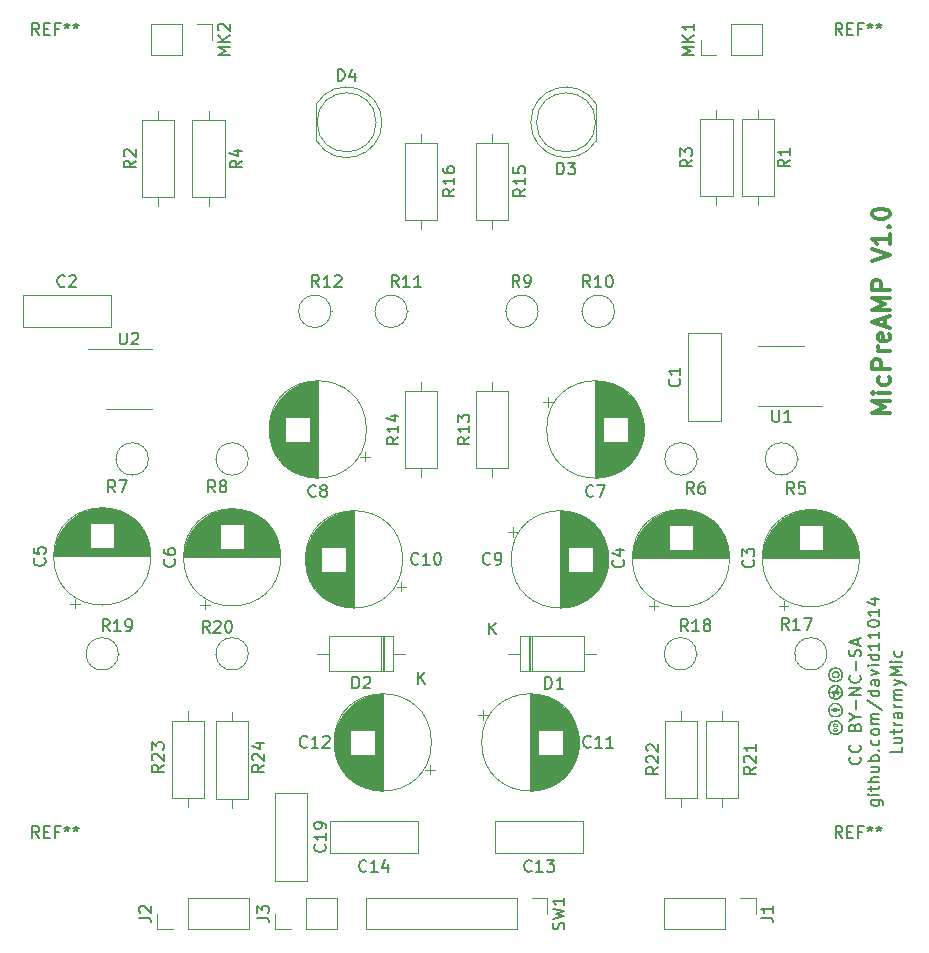
<source format=gbr>
%TF.GenerationSoftware,KiCad,Pcbnew,(6.0.10)*%
%TF.CreationDate,2023-02-21T23:22:35+08:00*%
%TF.ProjectId,LutrarmyMic_PreAmp,4c757472-6172-46d7-994d-69635f507265,rev?*%
%TF.SameCoordinates,Original*%
%TF.FileFunction,Legend,Top*%
%TF.FilePolarity,Positive*%
%FSLAX46Y46*%
G04 Gerber Fmt 4.6, Leading zero omitted, Abs format (unit mm)*
G04 Created by KiCad (PCBNEW (6.0.10)) date 2023-02-21 23:22:35*
%MOMM*%
%LPD*%
G01*
G04 APERTURE LIST*
%ADD10C,0.300000*%
%ADD11C,0.150000*%
%ADD12C,0.120000*%
G04 APERTURE END LIST*
D10*
X201678571Y-94527142D02*
X200178571Y-94527142D01*
X201250000Y-94027142D01*
X200178571Y-93527142D01*
X201678571Y-93527142D01*
X201678571Y-92812857D02*
X200678571Y-92812857D01*
X200178571Y-92812857D02*
X200250000Y-92884285D01*
X200321428Y-92812857D01*
X200250000Y-92741428D01*
X200178571Y-92812857D01*
X200321428Y-92812857D01*
X201607142Y-91455714D02*
X201678571Y-91598571D01*
X201678571Y-91884285D01*
X201607142Y-92027142D01*
X201535714Y-92098571D01*
X201392857Y-92170000D01*
X200964285Y-92170000D01*
X200821428Y-92098571D01*
X200750000Y-92027142D01*
X200678571Y-91884285D01*
X200678571Y-91598571D01*
X200750000Y-91455714D01*
X201678571Y-90812857D02*
X200178571Y-90812857D01*
X200178571Y-90241428D01*
X200250000Y-90098571D01*
X200321428Y-90027142D01*
X200464285Y-89955714D01*
X200678571Y-89955714D01*
X200821428Y-90027142D01*
X200892857Y-90098571D01*
X200964285Y-90241428D01*
X200964285Y-90812857D01*
X201678571Y-89312857D02*
X200678571Y-89312857D01*
X200964285Y-89312857D02*
X200821428Y-89241428D01*
X200750000Y-89170000D01*
X200678571Y-89027142D01*
X200678571Y-88884285D01*
X201607142Y-87812857D02*
X201678571Y-87955714D01*
X201678571Y-88241428D01*
X201607142Y-88384285D01*
X201464285Y-88455714D01*
X200892857Y-88455714D01*
X200750000Y-88384285D01*
X200678571Y-88241428D01*
X200678571Y-87955714D01*
X200750000Y-87812857D01*
X200892857Y-87741428D01*
X201035714Y-87741428D01*
X201178571Y-88455714D01*
X201250000Y-87170000D02*
X201250000Y-86455714D01*
X201678571Y-87312857D02*
X200178571Y-86812857D01*
X201678571Y-86312857D01*
X201678571Y-85812857D02*
X200178571Y-85812857D01*
X201250000Y-85312857D01*
X200178571Y-84812857D01*
X201678571Y-84812857D01*
X201678571Y-84098571D02*
X200178571Y-84098571D01*
X200178571Y-83527142D01*
X200250000Y-83384285D01*
X200321428Y-83312857D01*
X200464285Y-83241428D01*
X200678571Y-83241428D01*
X200821428Y-83312857D01*
X200892857Y-83384285D01*
X200964285Y-83527142D01*
X200964285Y-84098571D01*
X200178571Y-81670000D02*
X201678571Y-81170000D01*
X200178571Y-80670000D01*
X201678571Y-79384285D02*
X201678571Y-80241428D01*
X201678571Y-79812857D02*
X200178571Y-79812857D01*
X200392857Y-79955714D01*
X200535714Y-80098571D01*
X200607142Y-80241428D01*
X201535714Y-78741428D02*
X201607142Y-78670000D01*
X201678571Y-78741428D01*
X201607142Y-78812857D01*
X201535714Y-78741428D01*
X201678571Y-78741428D01*
X200178571Y-77741428D02*
X200178571Y-77598571D01*
X200250000Y-77455714D01*
X200321428Y-77384285D01*
X200464285Y-77312857D01*
X200750000Y-77241428D01*
X201107142Y-77241428D01*
X201392857Y-77312857D01*
X201535714Y-77384285D01*
X201607142Y-77455714D01*
X201678571Y-77598571D01*
X201678571Y-77741428D01*
X201607142Y-77884285D01*
X201535714Y-77955714D01*
X201392857Y-78027142D01*
X201107142Y-78098571D01*
X200750000Y-78098571D01*
X200464285Y-78027142D01*
X200321428Y-77955714D01*
X200250000Y-77884285D01*
X200178571Y-77741428D01*
D11*
%TO.C,R4*%
X146822380Y-73166666D02*
X146346190Y-73500000D01*
X146822380Y-73738095D02*
X145822380Y-73738095D01*
X145822380Y-73357142D01*
X145870000Y-73261904D01*
X145917619Y-73214285D01*
X146012857Y-73166666D01*
X146155714Y-73166666D01*
X146250952Y-73214285D01*
X146298571Y-73261904D01*
X146346190Y-73357142D01*
X146346190Y-73738095D01*
X146155714Y-72309523D02*
X146822380Y-72309523D01*
X145774761Y-72547619D02*
X146489047Y-72785714D01*
X146489047Y-72166666D01*
%TO.C,R16*%
X164822380Y-75562857D02*
X164346190Y-75896190D01*
X164822380Y-76134285D02*
X163822380Y-76134285D01*
X163822380Y-75753333D01*
X163870000Y-75658095D01*
X163917619Y-75610476D01*
X164012857Y-75562857D01*
X164155714Y-75562857D01*
X164250952Y-75610476D01*
X164298571Y-75658095D01*
X164346190Y-75753333D01*
X164346190Y-76134285D01*
X164822380Y-74610476D02*
X164822380Y-75181904D01*
X164822380Y-74896190D02*
X163822380Y-74896190D01*
X163965238Y-74991428D01*
X164060476Y-75086666D01*
X164108095Y-75181904D01*
X163822380Y-73753333D02*
X163822380Y-73943809D01*
X163870000Y-74039047D01*
X163917619Y-74086666D01*
X164060476Y-74181904D01*
X164250952Y-74229523D01*
X164631904Y-74229523D01*
X164727142Y-74181904D01*
X164774761Y-74134285D01*
X164822380Y-74039047D01*
X164822380Y-73848571D01*
X164774761Y-73753333D01*
X164727142Y-73705714D01*
X164631904Y-73658095D01*
X164393809Y-73658095D01*
X164298571Y-73705714D01*
X164250952Y-73753333D01*
X164203333Y-73848571D01*
X164203333Y-74039047D01*
X164250952Y-74134285D01*
X164298571Y-74181904D01*
X164393809Y-74229523D01*
%TO.C,REF\u002A\u002A*%
X129666666Y-130522380D02*
X129333333Y-130046190D01*
X129095238Y-130522380D02*
X129095238Y-129522380D01*
X129476190Y-129522380D01*
X129571428Y-129570000D01*
X129619047Y-129617619D01*
X129666666Y-129712857D01*
X129666666Y-129855714D01*
X129619047Y-129950952D01*
X129571428Y-129998571D01*
X129476190Y-130046190D01*
X129095238Y-130046190D01*
X130095238Y-129998571D02*
X130428571Y-129998571D01*
X130571428Y-130522380D02*
X130095238Y-130522380D01*
X130095238Y-129522380D01*
X130571428Y-129522380D01*
X131333333Y-129998571D02*
X131000000Y-129998571D01*
X131000000Y-130522380D02*
X131000000Y-129522380D01*
X131476190Y-129522380D01*
X132000000Y-129522380D02*
X132000000Y-129760476D01*
X131761904Y-129665238D02*
X132000000Y-129760476D01*
X132238095Y-129665238D01*
X131857142Y-129950952D02*
X132000000Y-129760476D01*
X132142857Y-129950952D01*
X132761904Y-129522380D02*
X132761904Y-129760476D01*
X132523809Y-129665238D02*
X132761904Y-129760476D01*
X133000000Y-129665238D01*
X132619047Y-129950952D02*
X132761904Y-129760476D01*
X132904761Y-129950952D01*
%TO.C,C8*%
X153083333Y-101527142D02*
X153035714Y-101574761D01*
X152892857Y-101622380D01*
X152797619Y-101622380D01*
X152654761Y-101574761D01*
X152559523Y-101479523D01*
X152511904Y-101384285D01*
X152464285Y-101193809D01*
X152464285Y-101050952D01*
X152511904Y-100860476D01*
X152559523Y-100765238D01*
X152654761Y-100670000D01*
X152797619Y-100622380D01*
X152892857Y-100622380D01*
X153035714Y-100670000D01*
X153083333Y-100717619D01*
X153654761Y-101050952D02*
X153559523Y-101003333D01*
X153511904Y-100955714D01*
X153464285Y-100860476D01*
X153464285Y-100812857D01*
X153511904Y-100717619D01*
X153559523Y-100670000D01*
X153654761Y-100622380D01*
X153845238Y-100622380D01*
X153940476Y-100670000D01*
X153988095Y-100717619D01*
X154035714Y-100812857D01*
X154035714Y-100860476D01*
X153988095Y-100955714D01*
X153940476Y-101003333D01*
X153845238Y-101050952D01*
X153654761Y-101050952D01*
X153559523Y-101098571D01*
X153511904Y-101146190D01*
X153464285Y-101241428D01*
X153464285Y-101431904D01*
X153511904Y-101527142D01*
X153559523Y-101574761D01*
X153654761Y-101622380D01*
X153845238Y-101622380D01*
X153940476Y-101574761D01*
X153988095Y-101527142D01*
X154035714Y-101431904D01*
X154035714Y-101241428D01*
X153988095Y-101146190D01*
X153940476Y-101098571D01*
X153845238Y-101050952D01*
%TO.C,R10*%
X176312142Y-83872380D02*
X175978809Y-83396190D01*
X175740714Y-83872380D02*
X175740714Y-82872380D01*
X176121666Y-82872380D01*
X176216904Y-82920000D01*
X176264523Y-82967619D01*
X176312142Y-83062857D01*
X176312142Y-83205714D01*
X176264523Y-83300952D01*
X176216904Y-83348571D01*
X176121666Y-83396190D01*
X175740714Y-83396190D01*
X177264523Y-83872380D02*
X176693095Y-83872380D01*
X176978809Y-83872380D02*
X176978809Y-82872380D01*
X176883571Y-83015238D01*
X176788333Y-83110476D01*
X176693095Y-83158095D01*
X177883571Y-82872380D02*
X177978809Y-82872380D01*
X178074047Y-82920000D01*
X178121666Y-82967619D01*
X178169285Y-83062857D01*
X178216904Y-83253333D01*
X178216904Y-83491428D01*
X178169285Y-83681904D01*
X178121666Y-83777142D01*
X178074047Y-83824761D01*
X177978809Y-83872380D01*
X177883571Y-83872380D01*
X177788333Y-83824761D01*
X177740714Y-83777142D01*
X177693095Y-83681904D01*
X177645476Y-83491428D01*
X177645476Y-83253333D01*
X177693095Y-83062857D01*
X177740714Y-82967619D01*
X177788333Y-82920000D01*
X177883571Y-82872380D01*
%TO.C,MK2*%
X145782380Y-64229523D02*
X144782380Y-64229523D01*
X145496666Y-63896190D01*
X144782380Y-63562857D01*
X145782380Y-63562857D01*
X145782380Y-63086666D02*
X144782380Y-63086666D01*
X145782380Y-62515238D02*
X145210952Y-62943809D01*
X144782380Y-62515238D02*
X145353809Y-63086666D01*
X144877619Y-62134285D02*
X144830000Y-62086666D01*
X144782380Y-61991428D01*
X144782380Y-61753333D01*
X144830000Y-61658095D01*
X144877619Y-61610476D01*
X144972857Y-61562857D01*
X145068095Y-61562857D01*
X145210952Y-61610476D01*
X145782380Y-62181904D01*
X145782380Y-61562857D01*
%TO.C,R21*%
X190322380Y-124482857D02*
X189846190Y-124816190D01*
X190322380Y-125054285D02*
X189322380Y-125054285D01*
X189322380Y-124673333D01*
X189370000Y-124578095D01*
X189417619Y-124530476D01*
X189512857Y-124482857D01*
X189655714Y-124482857D01*
X189750952Y-124530476D01*
X189798571Y-124578095D01*
X189846190Y-124673333D01*
X189846190Y-125054285D01*
X189417619Y-124101904D02*
X189370000Y-124054285D01*
X189322380Y-123959047D01*
X189322380Y-123720952D01*
X189370000Y-123625714D01*
X189417619Y-123578095D01*
X189512857Y-123530476D01*
X189608095Y-123530476D01*
X189750952Y-123578095D01*
X190322380Y-124149523D01*
X190322380Y-123530476D01*
X190322380Y-122578095D02*
X190322380Y-123149523D01*
X190322380Y-122863809D02*
X189322380Y-122863809D01*
X189465238Y-122959047D01*
X189560476Y-123054285D01*
X189608095Y-123149523D01*
%TO.C,R22*%
X182082380Y-124482857D02*
X181606190Y-124816190D01*
X182082380Y-125054285D02*
X181082380Y-125054285D01*
X181082380Y-124673333D01*
X181130000Y-124578095D01*
X181177619Y-124530476D01*
X181272857Y-124482857D01*
X181415714Y-124482857D01*
X181510952Y-124530476D01*
X181558571Y-124578095D01*
X181606190Y-124673333D01*
X181606190Y-125054285D01*
X181177619Y-124101904D02*
X181130000Y-124054285D01*
X181082380Y-123959047D01*
X181082380Y-123720952D01*
X181130000Y-123625714D01*
X181177619Y-123578095D01*
X181272857Y-123530476D01*
X181368095Y-123530476D01*
X181510952Y-123578095D01*
X182082380Y-124149523D01*
X182082380Y-123530476D01*
X181177619Y-123149523D02*
X181130000Y-123101904D01*
X181082380Y-123006666D01*
X181082380Y-122768571D01*
X181130000Y-122673333D01*
X181177619Y-122625714D01*
X181272857Y-122578095D01*
X181368095Y-122578095D01*
X181510952Y-122625714D01*
X182082380Y-123197142D01*
X182082380Y-122578095D01*
%TO.C,R17*%
X193107142Y-112872380D02*
X192773809Y-112396190D01*
X192535714Y-112872380D02*
X192535714Y-111872380D01*
X192916666Y-111872380D01*
X193011904Y-111920000D01*
X193059523Y-111967619D01*
X193107142Y-112062857D01*
X193107142Y-112205714D01*
X193059523Y-112300952D01*
X193011904Y-112348571D01*
X192916666Y-112396190D01*
X192535714Y-112396190D01*
X194059523Y-112872380D02*
X193488095Y-112872380D01*
X193773809Y-112872380D02*
X193773809Y-111872380D01*
X193678571Y-112015238D01*
X193583333Y-112110476D01*
X193488095Y-112158095D01*
X194392857Y-111872380D02*
X195059523Y-111872380D01*
X194630952Y-112872380D01*
%TO.C,R15*%
X170822380Y-75562857D02*
X170346190Y-75896190D01*
X170822380Y-76134285D02*
X169822380Y-76134285D01*
X169822380Y-75753333D01*
X169870000Y-75658095D01*
X169917619Y-75610476D01*
X170012857Y-75562857D01*
X170155714Y-75562857D01*
X170250952Y-75610476D01*
X170298571Y-75658095D01*
X170346190Y-75753333D01*
X170346190Y-76134285D01*
X170822380Y-74610476D02*
X170822380Y-75181904D01*
X170822380Y-74896190D02*
X169822380Y-74896190D01*
X169965238Y-74991428D01*
X170060476Y-75086666D01*
X170108095Y-75181904D01*
X169822380Y-73705714D02*
X169822380Y-74181904D01*
X170298571Y-74229523D01*
X170250952Y-74181904D01*
X170203333Y-74086666D01*
X170203333Y-73848571D01*
X170250952Y-73753333D01*
X170298571Y-73705714D01*
X170393809Y-73658095D01*
X170631904Y-73658095D01*
X170727142Y-73705714D01*
X170774761Y-73753333D01*
X170822380Y-73848571D01*
X170822380Y-74086666D01*
X170774761Y-74181904D01*
X170727142Y-74229523D01*
%TO.C,R18*%
X184582142Y-113002380D02*
X184248809Y-112526190D01*
X184010714Y-113002380D02*
X184010714Y-112002380D01*
X184391666Y-112002380D01*
X184486904Y-112050000D01*
X184534523Y-112097619D01*
X184582142Y-112192857D01*
X184582142Y-112335714D01*
X184534523Y-112430952D01*
X184486904Y-112478571D01*
X184391666Y-112526190D01*
X184010714Y-112526190D01*
X185534523Y-113002380D02*
X184963095Y-113002380D01*
X185248809Y-113002380D02*
X185248809Y-112002380D01*
X185153571Y-112145238D01*
X185058333Y-112240476D01*
X184963095Y-112288095D01*
X186105952Y-112430952D02*
X186010714Y-112383333D01*
X185963095Y-112335714D01*
X185915476Y-112240476D01*
X185915476Y-112192857D01*
X185963095Y-112097619D01*
X186010714Y-112050000D01*
X186105952Y-112002380D01*
X186296428Y-112002380D01*
X186391666Y-112050000D01*
X186439285Y-112097619D01*
X186486904Y-112192857D01*
X186486904Y-112240476D01*
X186439285Y-112335714D01*
X186391666Y-112383333D01*
X186296428Y-112430952D01*
X186105952Y-112430952D01*
X186010714Y-112478571D01*
X185963095Y-112526190D01*
X185915476Y-112621428D01*
X185915476Y-112811904D01*
X185963095Y-112907142D01*
X186010714Y-112954761D01*
X186105952Y-113002380D01*
X186296428Y-113002380D01*
X186391666Y-112954761D01*
X186439285Y-112907142D01*
X186486904Y-112811904D01*
X186486904Y-112621428D01*
X186439285Y-112526190D01*
X186391666Y-112478571D01*
X186296428Y-112430952D01*
%TO.C,C13*%
X171357142Y-133277142D02*
X171309523Y-133324761D01*
X171166666Y-133372380D01*
X171071428Y-133372380D01*
X170928571Y-133324761D01*
X170833333Y-133229523D01*
X170785714Y-133134285D01*
X170738095Y-132943809D01*
X170738095Y-132800952D01*
X170785714Y-132610476D01*
X170833333Y-132515238D01*
X170928571Y-132420000D01*
X171071428Y-132372380D01*
X171166666Y-132372380D01*
X171309523Y-132420000D01*
X171357142Y-132467619D01*
X172309523Y-133372380D02*
X171738095Y-133372380D01*
X172023809Y-133372380D02*
X172023809Y-132372380D01*
X171928571Y-132515238D01*
X171833333Y-132610476D01*
X171738095Y-132658095D01*
X172642857Y-132372380D02*
X173261904Y-132372380D01*
X172928571Y-132753333D01*
X173071428Y-132753333D01*
X173166666Y-132800952D01*
X173214285Y-132848571D01*
X173261904Y-132943809D01*
X173261904Y-133181904D01*
X173214285Y-133277142D01*
X173166666Y-133324761D01*
X173071428Y-133372380D01*
X172785714Y-133372380D01*
X172690476Y-133324761D01*
X172642857Y-133277142D01*
%TO.C,R9*%
X170328333Y-83872380D02*
X169995000Y-83396190D01*
X169756904Y-83872380D02*
X169756904Y-82872380D01*
X170137857Y-82872380D01*
X170233095Y-82920000D01*
X170280714Y-82967619D01*
X170328333Y-83062857D01*
X170328333Y-83205714D01*
X170280714Y-83300952D01*
X170233095Y-83348571D01*
X170137857Y-83396190D01*
X169756904Y-83396190D01*
X170804523Y-83872380D02*
X170995000Y-83872380D01*
X171090238Y-83824761D01*
X171137857Y-83777142D01*
X171233095Y-83634285D01*
X171280714Y-83443809D01*
X171280714Y-83062857D01*
X171233095Y-82967619D01*
X171185476Y-82920000D01*
X171090238Y-82872380D01*
X170899761Y-82872380D01*
X170804523Y-82920000D01*
X170756904Y-82967619D01*
X170709285Y-83062857D01*
X170709285Y-83300952D01*
X170756904Y-83396190D01*
X170804523Y-83443809D01*
X170899761Y-83491428D01*
X171090238Y-83491428D01*
X171185476Y-83443809D01*
X171233095Y-83396190D01*
X171280714Y-83300952D01*
%TO.C,LutrarmyMic*%
X202736470Y-122770954D02*
X202736470Y-123247144D01*
X201736470Y-123247144D01*
X202069804Y-122009049D02*
X202736470Y-122009049D01*
X202069804Y-122437620D02*
X202593613Y-122437620D01*
X202688851Y-122390001D01*
X202736470Y-122294763D01*
X202736470Y-122151906D01*
X202688851Y-122056668D01*
X202641232Y-122009049D01*
X202069804Y-121675716D02*
X202069804Y-121294763D01*
X201736470Y-121532859D02*
X202593613Y-121532859D01*
X202688851Y-121485240D01*
X202736470Y-121390001D01*
X202736470Y-121294763D01*
X202736470Y-120961430D02*
X202069804Y-120961430D01*
X202260280Y-120961430D02*
X202165042Y-120913811D01*
X202117423Y-120866192D01*
X202069804Y-120770954D01*
X202069804Y-120675716D01*
X202736470Y-119913811D02*
X202212661Y-119913811D01*
X202117423Y-119961430D01*
X202069804Y-120056668D01*
X202069804Y-120247144D01*
X202117423Y-120342382D01*
X202688851Y-119913811D02*
X202736470Y-120009049D01*
X202736470Y-120247144D01*
X202688851Y-120342382D01*
X202593613Y-120390001D01*
X202498375Y-120390001D01*
X202403137Y-120342382D01*
X202355518Y-120247144D01*
X202355518Y-120009049D01*
X202307899Y-119913811D01*
X202736470Y-119437620D02*
X202069804Y-119437620D01*
X202260280Y-119437620D02*
X202165042Y-119390001D01*
X202117423Y-119342382D01*
X202069804Y-119247144D01*
X202069804Y-119151906D01*
X202736470Y-118818573D02*
X202069804Y-118818573D01*
X202165042Y-118818573D02*
X202117423Y-118770954D01*
X202069804Y-118675716D01*
X202069804Y-118532859D01*
X202117423Y-118437620D01*
X202212661Y-118390001D01*
X202736470Y-118390001D01*
X202212661Y-118390001D02*
X202117423Y-118342382D01*
X202069804Y-118247144D01*
X202069804Y-118104287D01*
X202117423Y-118009049D01*
X202212661Y-117961430D01*
X202736470Y-117961430D01*
X202069804Y-117580478D02*
X202736470Y-117342382D01*
X202069804Y-117104287D02*
X202736470Y-117342382D01*
X202974566Y-117437620D01*
X203022185Y-117485240D01*
X203069804Y-117580478D01*
X202736470Y-116723335D02*
X201736470Y-116723335D01*
X202450756Y-116390001D01*
X201736470Y-116056668D01*
X202736470Y-116056668D01*
X202736470Y-115580478D02*
X202069804Y-115580478D01*
X201736470Y-115580478D02*
X201784090Y-115628097D01*
X201831709Y-115580478D01*
X201784090Y-115532859D01*
X201736470Y-115580478D01*
X201831709Y-115580478D01*
X202688851Y-114675716D02*
X202736470Y-114770954D01*
X202736470Y-114961430D01*
X202688851Y-115056668D01*
X202641232Y-115104287D01*
X202545994Y-115151906D01*
X202260280Y-115151906D01*
X202165042Y-115104287D01*
X202117423Y-115056668D01*
X202069804Y-114961430D01*
X202069804Y-114770954D01*
X202117423Y-114675716D01*
X200129804Y-127318573D02*
X200939328Y-127318573D01*
X201034566Y-127366192D01*
X201082185Y-127413811D01*
X201129804Y-127509049D01*
X201129804Y-127651906D01*
X201082185Y-127747144D01*
X200748851Y-127318573D02*
X200796470Y-127413811D01*
X200796470Y-127604287D01*
X200748851Y-127699525D01*
X200701232Y-127747144D01*
X200605994Y-127794763D01*
X200320280Y-127794763D01*
X200225042Y-127747144D01*
X200177423Y-127699525D01*
X200129804Y-127604287D01*
X200129804Y-127413811D01*
X200177423Y-127318573D01*
X200796470Y-126842382D02*
X200129804Y-126842382D01*
X199796470Y-126842382D02*
X199844090Y-126890001D01*
X199891709Y-126842382D01*
X199844090Y-126794763D01*
X199796470Y-126842382D01*
X199891709Y-126842382D01*
X200129804Y-126509049D02*
X200129804Y-126128097D01*
X199796470Y-126366192D02*
X200653613Y-126366192D01*
X200748851Y-126318573D01*
X200796470Y-126223335D01*
X200796470Y-126128097D01*
X200796470Y-125794763D02*
X199796470Y-125794763D01*
X200796470Y-125366192D02*
X200272661Y-125366192D01*
X200177423Y-125413811D01*
X200129804Y-125509049D01*
X200129804Y-125651906D01*
X200177423Y-125747144D01*
X200225042Y-125794763D01*
X200129804Y-124461430D02*
X200796470Y-124461430D01*
X200129804Y-124890001D02*
X200653613Y-124890001D01*
X200748851Y-124842382D01*
X200796470Y-124747144D01*
X200796470Y-124604287D01*
X200748851Y-124509049D01*
X200701232Y-124461430D01*
X200796470Y-123985240D02*
X199796470Y-123985240D01*
X200177423Y-123985240D02*
X200129804Y-123890001D01*
X200129804Y-123699525D01*
X200177423Y-123604287D01*
X200225042Y-123556668D01*
X200320280Y-123509049D01*
X200605994Y-123509049D01*
X200701232Y-123556668D01*
X200748851Y-123604287D01*
X200796470Y-123699525D01*
X200796470Y-123890001D01*
X200748851Y-123985240D01*
X200701232Y-123080478D02*
X200748851Y-123032859D01*
X200796470Y-123080478D01*
X200748851Y-123128097D01*
X200701232Y-123080478D01*
X200796470Y-123080478D01*
X200748851Y-122175716D02*
X200796470Y-122270954D01*
X200796470Y-122461430D01*
X200748851Y-122556668D01*
X200701232Y-122604287D01*
X200605994Y-122651906D01*
X200320280Y-122651906D01*
X200225042Y-122604287D01*
X200177423Y-122556668D01*
X200129804Y-122461430D01*
X200129804Y-122270954D01*
X200177423Y-122175716D01*
X200796470Y-121604287D02*
X200748851Y-121699525D01*
X200701232Y-121747144D01*
X200605994Y-121794763D01*
X200320280Y-121794763D01*
X200225042Y-121747144D01*
X200177423Y-121699525D01*
X200129804Y-121604287D01*
X200129804Y-121461430D01*
X200177423Y-121366192D01*
X200225042Y-121318573D01*
X200320280Y-121270954D01*
X200605994Y-121270954D01*
X200701232Y-121318573D01*
X200748851Y-121366192D01*
X200796470Y-121461430D01*
X200796470Y-121604287D01*
X200796470Y-120842382D02*
X200129804Y-120842382D01*
X200225042Y-120842382D02*
X200177423Y-120794763D01*
X200129804Y-120699525D01*
X200129804Y-120556668D01*
X200177423Y-120461430D01*
X200272661Y-120413811D01*
X200796470Y-120413811D01*
X200272661Y-120413811D02*
X200177423Y-120366192D01*
X200129804Y-120270954D01*
X200129804Y-120128097D01*
X200177423Y-120032859D01*
X200272661Y-119985240D01*
X200796470Y-119985240D01*
X199748851Y-118794763D02*
X201034566Y-119651906D01*
X200796470Y-118032859D02*
X199796470Y-118032859D01*
X200748851Y-118032859D02*
X200796470Y-118128097D01*
X200796470Y-118318573D01*
X200748851Y-118413811D01*
X200701232Y-118461430D01*
X200605994Y-118509049D01*
X200320280Y-118509049D01*
X200225042Y-118461430D01*
X200177423Y-118413811D01*
X200129804Y-118318573D01*
X200129804Y-118128097D01*
X200177423Y-118032859D01*
X200796470Y-117128097D02*
X200272661Y-117128097D01*
X200177423Y-117175716D01*
X200129804Y-117270954D01*
X200129804Y-117461430D01*
X200177423Y-117556668D01*
X200748851Y-117128097D02*
X200796470Y-117223335D01*
X200796470Y-117461430D01*
X200748851Y-117556668D01*
X200653613Y-117604287D01*
X200558375Y-117604287D01*
X200463137Y-117556668D01*
X200415518Y-117461430D01*
X200415518Y-117223335D01*
X200367899Y-117128097D01*
X200129804Y-116747144D02*
X200796470Y-116509049D01*
X200129804Y-116270954D01*
X200796470Y-115890001D02*
X200129804Y-115890001D01*
X199796470Y-115890001D02*
X199844090Y-115937620D01*
X199891709Y-115890001D01*
X199844090Y-115842382D01*
X199796470Y-115890001D01*
X199891709Y-115890001D01*
X200796470Y-114985240D02*
X199796470Y-114985240D01*
X200748851Y-114985240D02*
X200796470Y-115080478D01*
X200796470Y-115270954D01*
X200748851Y-115366192D01*
X200701232Y-115413811D01*
X200605994Y-115461430D01*
X200320280Y-115461430D01*
X200225042Y-115413811D01*
X200177423Y-115366192D01*
X200129804Y-115270954D01*
X200129804Y-115080478D01*
X200177423Y-114985240D01*
X200796470Y-113985240D02*
X200796470Y-114556668D01*
X200796470Y-114270954D02*
X199796470Y-114270954D01*
X199939328Y-114366192D01*
X200034566Y-114461430D01*
X200082185Y-114556668D01*
X200796470Y-113032859D02*
X200796470Y-113604287D01*
X200796470Y-113318573D02*
X199796470Y-113318573D01*
X199939328Y-113413811D01*
X200034566Y-113509049D01*
X200082185Y-113604287D01*
X199796470Y-112413811D02*
X199796470Y-112318573D01*
X199844090Y-112223335D01*
X199891709Y-112175716D01*
X199986947Y-112128097D01*
X200177423Y-112080478D01*
X200415518Y-112080478D01*
X200605994Y-112128097D01*
X200701232Y-112175716D01*
X200748851Y-112223335D01*
X200796470Y-112318573D01*
X200796470Y-112413811D01*
X200748851Y-112509049D01*
X200701232Y-112556668D01*
X200605994Y-112604287D01*
X200415518Y-112651906D01*
X200177423Y-112651906D01*
X199986947Y-112604287D01*
X199891709Y-112556668D01*
X199844090Y-112509049D01*
X199796470Y-112413811D01*
X200796470Y-111128097D02*
X200796470Y-111699525D01*
X200796470Y-111413811D02*
X199796470Y-111413811D01*
X199939328Y-111509049D01*
X200034566Y-111604287D01*
X200082185Y-111699525D01*
X200129804Y-110270954D02*
X200796470Y-110270954D01*
X199748851Y-110509049D02*
X200463137Y-110747144D01*
X200463137Y-110128097D01*
X199141232Y-123651906D02*
X199188851Y-123699525D01*
X199236470Y-123842382D01*
X199236470Y-123937620D01*
X199188851Y-124080478D01*
X199093613Y-124175716D01*
X198998375Y-124223335D01*
X198807899Y-124270954D01*
X198665042Y-124270954D01*
X198474566Y-124223335D01*
X198379328Y-124175716D01*
X198284090Y-124080478D01*
X198236470Y-123937620D01*
X198236470Y-123842382D01*
X198284090Y-123699525D01*
X198331709Y-123651906D01*
X199141232Y-122651906D02*
X199188851Y-122699525D01*
X199236470Y-122842382D01*
X199236470Y-122937620D01*
X199188851Y-123080478D01*
X199093613Y-123175716D01*
X198998375Y-123223335D01*
X198807899Y-123270954D01*
X198665042Y-123270954D01*
X198474566Y-123223335D01*
X198379328Y-123175716D01*
X198284090Y-123080478D01*
X198236470Y-122937620D01*
X198236470Y-122842382D01*
X198284090Y-122699525D01*
X198331709Y-122651906D01*
X198712661Y-121128097D02*
X198760280Y-120985240D01*
X198807899Y-120937620D01*
X198903137Y-120890001D01*
X199045994Y-120890001D01*
X199141232Y-120937620D01*
X199188851Y-120985240D01*
X199236470Y-121080478D01*
X199236470Y-121461430D01*
X198236470Y-121461430D01*
X198236470Y-121128097D01*
X198284090Y-121032859D01*
X198331709Y-120985240D01*
X198426947Y-120937620D01*
X198522185Y-120937620D01*
X198617423Y-120985240D01*
X198665042Y-121032859D01*
X198712661Y-121128097D01*
X198712661Y-121461430D01*
X198760280Y-120270954D02*
X199236470Y-120270954D01*
X198236470Y-120604287D02*
X198760280Y-120270954D01*
X198236470Y-119937620D01*
X198855518Y-119604287D02*
X198855518Y-118842382D01*
X199236470Y-118366192D02*
X198236470Y-118366192D01*
X199236470Y-117794763D01*
X198236470Y-117794763D01*
X199141232Y-116747144D02*
X199188851Y-116794763D01*
X199236470Y-116937620D01*
X199236470Y-117032859D01*
X199188851Y-117175716D01*
X199093613Y-117270954D01*
X198998375Y-117318573D01*
X198807899Y-117366192D01*
X198665042Y-117366192D01*
X198474566Y-117318573D01*
X198379328Y-117270954D01*
X198284090Y-117175716D01*
X198236470Y-117032859D01*
X198236470Y-116937620D01*
X198284090Y-116794763D01*
X198331709Y-116747144D01*
X198855518Y-116318573D02*
X198855518Y-115556668D01*
X199188851Y-115128097D02*
X199236470Y-114985240D01*
X199236470Y-114747144D01*
X199188851Y-114651906D01*
X199141232Y-114604287D01*
X199045994Y-114556668D01*
X198950756Y-114556668D01*
X198855518Y-114604287D01*
X198807899Y-114651906D01*
X198760280Y-114747144D01*
X198712661Y-114937620D01*
X198665042Y-115032859D01*
X198617423Y-115080478D01*
X198522185Y-115128097D01*
X198426947Y-115128097D01*
X198331709Y-115080478D01*
X198284090Y-115032859D01*
X198236470Y-114937620D01*
X198236470Y-114699525D01*
X198284090Y-114556668D01*
X198950756Y-114175716D02*
X198950756Y-113699525D01*
X199236470Y-114270954D02*
X198236470Y-113937620D01*
X199236470Y-113604287D01*
%TO.C,R2*%
X137832380Y-73166666D02*
X137356190Y-73500000D01*
X137832380Y-73738095D02*
X136832380Y-73738095D01*
X136832380Y-73357142D01*
X136880000Y-73261904D01*
X136927619Y-73214285D01*
X137022857Y-73166666D01*
X137165714Y-73166666D01*
X137260952Y-73214285D01*
X137308571Y-73261904D01*
X137356190Y-73357142D01*
X137356190Y-73738095D01*
X136927619Y-72785714D02*
X136880000Y-72738095D01*
X136832380Y-72642857D01*
X136832380Y-72404761D01*
X136880000Y-72309523D01*
X136927619Y-72261904D01*
X137022857Y-72214285D01*
X137118095Y-72214285D01*
X137260952Y-72261904D01*
X137832380Y-72833333D01*
X137832380Y-72214285D01*
%TO.C,C5*%
X130107142Y-106836666D02*
X130154761Y-106884285D01*
X130202380Y-107027142D01*
X130202380Y-107122380D01*
X130154761Y-107265238D01*
X130059523Y-107360476D01*
X129964285Y-107408095D01*
X129773809Y-107455714D01*
X129630952Y-107455714D01*
X129440476Y-107408095D01*
X129345238Y-107360476D01*
X129250000Y-107265238D01*
X129202380Y-107122380D01*
X129202380Y-107027142D01*
X129250000Y-106884285D01*
X129297619Y-106836666D01*
X129202380Y-105931904D02*
X129202380Y-106408095D01*
X129678571Y-106455714D01*
X129630952Y-106408095D01*
X129583333Y-106312857D01*
X129583333Y-106074761D01*
X129630952Y-105979523D01*
X129678571Y-105931904D01*
X129773809Y-105884285D01*
X130011904Y-105884285D01*
X130107142Y-105931904D01*
X130154761Y-105979523D01*
X130202380Y-106074761D01*
X130202380Y-106312857D01*
X130154761Y-106408095D01*
X130107142Y-106455714D01*
%TO.C,R14*%
X160082380Y-96562857D02*
X159606190Y-96896190D01*
X160082380Y-97134285D02*
X159082380Y-97134285D01*
X159082380Y-96753333D01*
X159130000Y-96658095D01*
X159177619Y-96610476D01*
X159272857Y-96562857D01*
X159415714Y-96562857D01*
X159510952Y-96610476D01*
X159558571Y-96658095D01*
X159606190Y-96753333D01*
X159606190Y-97134285D01*
X160082380Y-95610476D02*
X160082380Y-96181904D01*
X160082380Y-95896190D02*
X159082380Y-95896190D01*
X159225238Y-95991428D01*
X159320476Y-96086666D01*
X159368095Y-96181904D01*
X159415714Y-94753333D02*
X160082380Y-94753333D01*
X159034761Y-94991428D02*
X159749047Y-95229523D01*
X159749047Y-94610476D01*
%TO.C,D1*%
X172511904Y-117872380D02*
X172511904Y-116872380D01*
X172750000Y-116872380D01*
X172892857Y-116920000D01*
X172988095Y-117015238D01*
X173035714Y-117110476D01*
X173083333Y-117300952D01*
X173083333Y-117443809D01*
X173035714Y-117634285D01*
X172988095Y-117729523D01*
X172892857Y-117824761D01*
X172750000Y-117872380D01*
X172511904Y-117872380D01*
X174035714Y-117872380D02*
X173464285Y-117872380D01*
X173750000Y-117872380D02*
X173750000Y-116872380D01*
X173654761Y-117015238D01*
X173559523Y-117110476D01*
X173464285Y-117158095D01*
X167738095Y-113272380D02*
X167738095Y-112272380D01*
X168309523Y-113272380D02*
X167880952Y-112700952D01*
X168309523Y-112272380D02*
X167738095Y-112843809D01*
%TO.C,R23*%
X140202380Y-124312857D02*
X139726190Y-124646190D01*
X140202380Y-124884285D02*
X139202380Y-124884285D01*
X139202380Y-124503333D01*
X139250000Y-124408095D01*
X139297619Y-124360476D01*
X139392857Y-124312857D01*
X139535714Y-124312857D01*
X139630952Y-124360476D01*
X139678571Y-124408095D01*
X139726190Y-124503333D01*
X139726190Y-124884285D01*
X139297619Y-123931904D02*
X139250000Y-123884285D01*
X139202380Y-123789047D01*
X139202380Y-123550952D01*
X139250000Y-123455714D01*
X139297619Y-123408095D01*
X139392857Y-123360476D01*
X139488095Y-123360476D01*
X139630952Y-123408095D01*
X140202380Y-123979523D01*
X140202380Y-123360476D01*
X139202380Y-123027142D02*
X139202380Y-122408095D01*
X139583333Y-122741428D01*
X139583333Y-122598571D01*
X139630952Y-122503333D01*
X139678571Y-122455714D01*
X139773809Y-122408095D01*
X140011904Y-122408095D01*
X140107142Y-122455714D01*
X140154761Y-122503333D01*
X140202380Y-122598571D01*
X140202380Y-122884285D01*
X140154761Y-122979523D01*
X140107142Y-123027142D01*
%TO.C,R8*%
X144563333Y-101242380D02*
X144230000Y-100766190D01*
X143991904Y-101242380D02*
X143991904Y-100242380D01*
X144372857Y-100242380D01*
X144468095Y-100290000D01*
X144515714Y-100337619D01*
X144563333Y-100432857D01*
X144563333Y-100575714D01*
X144515714Y-100670952D01*
X144468095Y-100718571D01*
X144372857Y-100766190D01*
X143991904Y-100766190D01*
X145134761Y-100670952D02*
X145039523Y-100623333D01*
X144991904Y-100575714D01*
X144944285Y-100480476D01*
X144944285Y-100432857D01*
X144991904Y-100337619D01*
X145039523Y-100290000D01*
X145134761Y-100242380D01*
X145325238Y-100242380D01*
X145420476Y-100290000D01*
X145468095Y-100337619D01*
X145515714Y-100432857D01*
X145515714Y-100480476D01*
X145468095Y-100575714D01*
X145420476Y-100623333D01*
X145325238Y-100670952D01*
X145134761Y-100670952D01*
X145039523Y-100718571D01*
X144991904Y-100766190D01*
X144944285Y-100861428D01*
X144944285Y-101051904D01*
X144991904Y-101147142D01*
X145039523Y-101194761D01*
X145134761Y-101242380D01*
X145325238Y-101242380D01*
X145420476Y-101194761D01*
X145468095Y-101147142D01*
X145515714Y-101051904D01*
X145515714Y-100861428D01*
X145468095Y-100766190D01*
X145420476Y-100718571D01*
X145325238Y-100670952D01*
%TO.C,C9*%
X167833333Y-107277142D02*
X167785714Y-107324761D01*
X167642857Y-107372380D01*
X167547619Y-107372380D01*
X167404761Y-107324761D01*
X167309523Y-107229523D01*
X167261904Y-107134285D01*
X167214285Y-106943809D01*
X167214285Y-106800952D01*
X167261904Y-106610476D01*
X167309523Y-106515238D01*
X167404761Y-106420000D01*
X167547619Y-106372380D01*
X167642857Y-106372380D01*
X167785714Y-106420000D01*
X167833333Y-106467619D01*
X168309523Y-107372380D02*
X168500000Y-107372380D01*
X168595238Y-107324761D01*
X168642857Y-107277142D01*
X168738095Y-107134285D01*
X168785714Y-106943809D01*
X168785714Y-106562857D01*
X168738095Y-106467619D01*
X168690476Y-106420000D01*
X168595238Y-106372380D01*
X168404761Y-106372380D01*
X168309523Y-106420000D01*
X168261904Y-106467619D01*
X168214285Y-106562857D01*
X168214285Y-106800952D01*
X168261904Y-106896190D01*
X168309523Y-106943809D01*
X168404761Y-106991428D01*
X168595238Y-106991428D01*
X168690476Y-106943809D01*
X168738095Y-106896190D01*
X168785714Y-106800952D01*
%TO.C,REF\u002A\u002A*%
X197666666Y-62522380D02*
X197333333Y-62046190D01*
X197095238Y-62522380D02*
X197095238Y-61522380D01*
X197476190Y-61522380D01*
X197571428Y-61570000D01*
X197619047Y-61617619D01*
X197666666Y-61712857D01*
X197666666Y-61855714D01*
X197619047Y-61950952D01*
X197571428Y-61998571D01*
X197476190Y-62046190D01*
X197095238Y-62046190D01*
X198095238Y-61998571D02*
X198428571Y-61998571D01*
X198571428Y-62522380D02*
X198095238Y-62522380D01*
X198095238Y-61522380D01*
X198571428Y-61522380D01*
X199333333Y-61998571D02*
X199000000Y-61998571D01*
X199000000Y-62522380D02*
X199000000Y-61522380D01*
X199476190Y-61522380D01*
X200000000Y-61522380D02*
X200000000Y-61760476D01*
X199761904Y-61665238D02*
X200000000Y-61760476D01*
X200238095Y-61665238D01*
X199857142Y-61950952D02*
X200000000Y-61760476D01*
X200142857Y-61950952D01*
X200761904Y-61522380D02*
X200761904Y-61760476D01*
X200523809Y-61665238D02*
X200761904Y-61760476D01*
X201000000Y-61665238D01*
X200619047Y-61950952D02*
X200761904Y-61760476D01*
X200904761Y-61950952D01*
%TO.C,C6*%
X141107142Y-106918478D02*
X141154761Y-106966097D01*
X141202380Y-107108954D01*
X141202380Y-107204192D01*
X141154761Y-107347050D01*
X141059523Y-107442288D01*
X140964285Y-107489907D01*
X140773809Y-107537526D01*
X140630952Y-107537526D01*
X140440476Y-107489907D01*
X140345238Y-107442288D01*
X140250000Y-107347050D01*
X140202380Y-107204192D01*
X140202380Y-107108954D01*
X140250000Y-106966097D01*
X140297619Y-106918478D01*
X140202380Y-106061335D02*
X140202380Y-106251812D01*
X140250000Y-106347050D01*
X140297619Y-106394669D01*
X140440476Y-106489907D01*
X140630952Y-106537526D01*
X141011904Y-106537526D01*
X141107142Y-106489907D01*
X141154761Y-106442288D01*
X141202380Y-106347050D01*
X141202380Y-106156573D01*
X141154761Y-106061335D01*
X141107142Y-106013716D01*
X141011904Y-105966097D01*
X140773809Y-105966097D01*
X140678571Y-106013716D01*
X140630952Y-106061335D01*
X140583333Y-106156573D01*
X140583333Y-106347050D01*
X140630952Y-106442288D01*
X140678571Y-106489907D01*
X140773809Y-106537526D01*
%TO.C,R19*%
X135627142Y-113002380D02*
X135293809Y-112526190D01*
X135055714Y-113002380D02*
X135055714Y-112002380D01*
X135436666Y-112002380D01*
X135531904Y-112050000D01*
X135579523Y-112097619D01*
X135627142Y-112192857D01*
X135627142Y-112335714D01*
X135579523Y-112430952D01*
X135531904Y-112478571D01*
X135436666Y-112526190D01*
X135055714Y-112526190D01*
X136579523Y-113002380D02*
X136008095Y-113002380D01*
X136293809Y-113002380D02*
X136293809Y-112002380D01*
X136198571Y-112145238D01*
X136103333Y-112240476D01*
X136008095Y-112288095D01*
X137055714Y-113002380D02*
X137246190Y-113002380D01*
X137341428Y-112954761D01*
X137389047Y-112907142D01*
X137484285Y-112764285D01*
X137531904Y-112573809D01*
X137531904Y-112192857D01*
X137484285Y-112097619D01*
X137436666Y-112050000D01*
X137341428Y-112002380D01*
X137150952Y-112002380D01*
X137055714Y-112050000D01*
X137008095Y-112097619D01*
X136960476Y-112192857D01*
X136960476Y-112430952D01*
X137008095Y-112526190D01*
X137055714Y-112573809D01*
X137150952Y-112621428D01*
X137341428Y-112621428D01*
X137436666Y-112573809D01*
X137484285Y-112526190D01*
X137531904Y-112430952D01*
%TO.C,J1*%
X190782380Y-137253333D02*
X191496666Y-137253333D01*
X191639523Y-137300952D01*
X191734761Y-137396190D01*
X191782380Y-137539047D01*
X191782380Y-137634285D01*
X191782380Y-136253333D02*
X191782380Y-136824761D01*
X191782380Y-136539047D02*
X190782380Y-136539047D01*
X190925238Y-136634285D01*
X191020476Y-136729523D01*
X191068095Y-136824761D01*
%TO.C,R13*%
X166082380Y-96562857D02*
X165606190Y-96896190D01*
X166082380Y-97134285D02*
X165082380Y-97134285D01*
X165082380Y-96753333D01*
X165130000Y-96658095D01*
X165177619Y-96610476D01*
X165272857Y-96562857D01*
X165415714Y-96562857D01*
X165510952Y-96610476D01*
X165558571Y-96658095D01*
X165606190Y-96753333D01*
X165606190Y-97134285D01*
X166082380Y-95610476D02*
X166082380Y-96181904D01*
X166082380Y-95896190D02*
X165082380Y-95896190D01*
X165225238Y-95991428D01*
X165320476Y-96086666D01*
X165368095Y-96181904D01*
X165082380Y-95277142D02*
X165082380Y-94658095D01*
X165463333Y-94991428D01*
X165463333Y-94848571D01*
X165510952Y-94753333D01*
X165558571Y-94705714D01*
X165653809Y-94658095D01*
X165891904Y-94658095D01*
X165987142Y-94705714D01*
X166034761Y-94753333D01*
X166082380Y-94848571D01*
X166082380Y-95134285D01*
X166034761Y-95229523D01*
X165987142Y-95277142D01*
%TO.C,C10*%
X161773048Y-107277142D02*
X161725429Y-107324761D01*
X161582572Y-107372380D01*
X161487334Y-107372380D01*
X161344477Y-107324761D01*
X161249239Y-107229523D01*
X161201620Y-107134285D01*
X161154001Y-106943809D01*
X161154001Y-106800952D01*
X161201620Y-106610476D01*
X161249239Y-106515238D01*
X161344477Y-106420000D01*
X161487334Y-106372380D01*
X161582572Y-106372380D01*
X161725429Y-106420000D01*
X161773048Y-106467619D01*
X162725429Y-107372380D02*
X162154001Y-107372380D01*
X162439715Y-107372380D02*
X162439715Y-106372380D01*
X162344477Y-106515238D01*
X162249239Y-106610476D01*
X162154001Y-106658095D01*
X163344477Y-106372380D02*
X163439715Y-106372380D01*
X163534953Y-106420000D01*
X163582572Y-106467619D01*
X163630191Y-106562857D01*
X163677810Y-106753333D01*
X163677810Y-106991428D01*
X163630191Y-107181904D01*
X163582572Y-107277142D01*
X163534953Y-107324761D01*
X163439715Y-107372380D01*
X163344477Y-107372380D01*
X163249239Y-107324761D01*
X163201620Y-107277142D01*
X163154001Y-107181904D01*
X163106382Y-106991428D01*
X163106382Y-106753333D01*
X163154001Y-106562857D01*
X163201620Y-106467619D01*
X163249239Y-106420000D01*
X163344477Y-106372380D01*
%TO.C,R7*%
X136103333Y-101242380D02*
X135770000Y-100766190D01*
X135531904Y-101242380D02*
X135531904Y-100242380D01*
X135912857Y-100242380D01*
X136008095Y-100290000D01*
X136055714Y-100337619D01*
X136103333Y-100432857D01*
X136103333Y-100575714D01*
X136055714Y-100670952D01*
X136008095Y-100718571D01*
X135912857Y-100766190D01*
X135531904Y-100766190D01*
X136436666Y-100242380D02*
X137103333Y-100242380D01*
X136674761Y-101242380D01*
%TO.C,C4*%
X179107142Y-106989317D02*
X179154761Y-107036936D01*
X179202380Y-107179793D01*
X179202380Y-107275031D01*
X179154761Y-107417889D01*
X179059523Y-107513127D01*
X178964285Y-107560746D01*
X178773809Y-107608365D01*
X178630952Y-107608365D01*
X178440476Y-107560746D01*
X178345238Y-107513127D01*
X178250000Y-107417889D01*
X178202380Y-107275031D01*
X178202380Y-107179793D01*
X178250000Y-107036936D01*
X178297619Y-106989317D01*
X178535714Y-106132174D02*
X179202380Y-106132174D01*
X178154761Y-106370270D02*
X178869047Y-106608365D01*
X178869047Y-105989317D01*
%TO.C,R11*%
X160087142Y-83872380D02*
X159753809Y-83396190D01*
X159515714Y-83872380D02*
X159515714Y-82872380D01*
X159896666Y-82872380D01*
X159991904Y-82920000D01*
X160039523Y-82967619D01*
X160087142Y-83062857D01*
X160087142Y-83205714D01*
X160039523Y-83300952D01*
X159991904Y-83348571D01*
X159896666Y-83396190D01*
X159515714Y-83396190D01*
X161039523Y-83872380D02*
X160468095Y-83872380D01*
X160753809Y-83872380D02*
X160753809Y-82872380D01*
X160658571Y-83015238D01*
X160563333Y-83110476D01*
X160468095Y-83158095D01*
X161991904Y-83872380D02*
X161420476Y-83872380D01*
X161706190Y-83872380D02*
X161706190Y-82872380D01*
X161610952Y-83015238D01*
X161515714Y-83110476D01*
X161420476Y-83158095D01*
%TO.C,D2*%
X156181904Y-117842380D02*
X156181904Y-116842380D01*
X156420000Y-116842380D01*
X156562857Y-116890000D01*
X156658095Y-116985238D01*
X156705714Y-117080476D01*
X156753333Y-117270952D01*
X156753333Y-117413809D01*
X156705714Y-117604285D01*
X156658095Y-117699523D01*
X156562857Y-117794761D01*
X156420000Y-117842380D01*
X156181904Y-117842380D01*
X157134285Y-116937619D02*
X157181904Y-116890000D01*
X157277142Y-116842380D01*
X157515238Y-116842380D01*
X157610476Y-116890000D01*
X157658095Y-116937619D01*
X157705714Y-117032857D01*
X157705714Y-117128095D01*
X157658095Y-117270952D01*
X157086666Y-117842380D01*
X157705714Y-117842380D01*
X161738095Y-117472380D02*
X161738095Y-116472380D01*
X162309523Y-117472380D02*
X161880952Y-116900952D01*
X162309523Y-116472380D02*
X161738095Y-117043809D01*
%TO.C,SW1*%
X174084761Y-138253333D02*
X174132380Y-138110476D01*
X174132380Y-137872380D01*
X174084761Y-137777142D01*
X174037142Y-137729523D01*
X173941904Y-137681904D01*
X173846666Y-137681904D01*
X173751428Y-137729523D01*
X173703809Y-137777142D01*
X173656190Y-137872380D01*
X173608571Y-138062857D01*
X173560952Y-138158095D01*
X173513333Y-138205714D01*
X173418095Y-138253333D01*
X173322857Y-138253333D01*
X173227619Y-138205714D01*
X173180000Y-138158095D01*
X173132380Y-138062857D01*
X173132380Y-137824761D01*
X173180000Y-137681904D01*
X173132380Y-137348571D02*
X174132380Y-137110476D01*
X173418095Y-136920000D01*
X174132380Y-136729523D01*
X173132380Y-136491428D01*
X174132380Y-135586666D02*
X174132380Y-136158095D01*
X174132380Y-135872380D02*
X173132380Y-135872380D01*
X173275238Y-135967619D01*
X173370476Y-136062857D01*
X173418095Y-136158095D01*
%TO.C,C14*%
X157357142Y-133277142D02*
X157309523Y-133324761D01*
X157166666Y-133372380D01*
X157071428Y-133372380D01*
X156928571Y-133324761D01*
X156833333Y-133229523D01*
X156785714Y-133134285D01*
X156738095Y-132943809D01*
X156738095Y-132800952D01*
X156785714Y-132610476D01*
X156833333Y-132515238D01*
X156928571Y-132420000D01*
X157071428Y-132372380D01*
X157166666Y-132372380D01*
X157309523Y-132420000D01*
X157357142Y-132467619D01*
X158309523Y-133372380D02*
X157738095Y-133372380D01*
X158023809Y-133372380D02*
X158023809Y-132372380D01*
X157928571Y-132515238D01*
X157833333Y-132610476D01*
X157738095Y-132658095D01*
X159166666Y-132705714D02*
X159166666Y-133372380D01*
X158928571Y-132324761D02*
X158690476Y-133039047D01*
X159309523Y-133039047D01*
%TO.C,REF\u002A\u002A*%
X197666666Y-130522380D02*
X197333333Y-130046190D01*
X197095238Y-130522380D02*
X197095238Y-129522380D01*
X197476190Y-129522380D01*
X197571428Y-129570000D01*
X197619047Y-129617619D01*
X197666666Y-129712857D01*
X197666666Y-129855714D01*
X197619047Y-129950952D01*
X197571428Y-129998571D01*
X197476190Y-130046190D01*
X197095238Y-130046190D01*
X198095238Y-129998571D02*
X198428571Y-129998571D01*
X198571428Y-130522380D02*
X198095238Y-130522380D01*
X198095238Y-129522380D01*
X198571428Y-129522380D01*
X199333333Y-129998571D02*
X199000000Y-129998571D01*
X199000000Y-130522380D02*
X199000000Y-129522380D01*
X199476190Y-129522380D01*
X200000000Y-129522380D02*
X200000000Y-129760476D01*
X199761904Y-129665238D02*
X200000000Y-129760476D01*
X200238095Y-129665238D01*
X199857142Y-129950952D02*
X200000000Y-129760476D01*
X200142857Y-129950952D01*
X200761904Y-129522380D02*
X200761904Y-129760476D01*
X200523809Y-129665238D02*
X200761904Y-129760476D01*
X201000000Y-129665238D01*
X200619047Y-129950952D02*
X200761904Y-129760476D01*
X200904761Y-129950952D01*
%TO.C,R24*%
X148702380Y-124312857D02*
X148226190Y-124646190D01*
X148702380Y-124884285D02*
X147702380Y-124884285D01*
X147702380Y-124503333D01*
X147750000Y-124408095D01*
X147797619Y-124360476D01*
X147892857Y-124312857D01*
X148035714Y-124312857D01*
X148130952Y-124360476D01*
X148178571Y-124408095D01*
X148226190Y-124503333D01*
X148226190Y-124884285D01*
X147797619Y-123931904D02*
X147750000Y-123884285D01*
X147702380Y-123789047D01*
X147702380Y-123550952D01*
X147750000Y-123455714D01*
X147797619Y-123408095D01*
X147892857Y-123360476D01*
X147988095Y-123360476D01*
X148130952Y-123408095D01*
X148702380Y-123979523D01*
X148702380Y-123360476D01*
X148035714Y-122503333D02*
X148702380Y-122503333D01*
X147654761Y-122741428D02*
X148369047Y-122979523D01*
X148369047Y-122360476D01*
%TO.C,D3*%
X173531904Y-74332380D02*
X173531904Y-73332380D01*
X173770000Y-73332380D01*
X173912857Y-73380000D01*
X174008095Y-73475238D01*
X174055714Y-73570476D01*
X174103333Y-73760952D01*
X174103333Y-73903809D01*
X174055714Y-74094285D01*
X174008095Y-74189523D01*
X173912857Y-74284761D01*
X173770000Y-74332380D01*
X173531904Y-74332380D01*
X174436666Y-73332380D02*
X175055714Y-73332380D01*
X174722380Y-73713333D01*
X174865238Y-73713333D01*
X174960476Y-73760952D01*
X175008095Y-73808571D01*
X175055714Y-73903809D01*
X175055714Y-74141904D01*
X175008095Y-74237142D01*
X174960476Y-74284761D01*
X174865238Y-74332380D01*
X174579523Y-74332380D01*
X174484285Y-74284761D01*
X174436666Y-74237142D01*
%TO.C,J3*%
X148122380Y-137253333D02*
X148836666Y-137253333D01*
X148979523Y-137300952D01*
X149074761Y-137396190D01*
X149122380Y-137539047D01*
X149122380Y-137634285D01*
X148122380Y-136872380D02*
X148122380Y-136253333D01*
X148503333Y-136586666D01*
X148503333Y-136443809D01*
X148550952Y-136348571D01*
X148598571Y-136300952D01*
X148693809Y-136253333D01*
X148931904Y-136253333D01*
X149027142Y-136300952D01*
X149074761Y-136348571D01*
X149122380Y-136443809D01*
X149122380Y-136729523D01*
X149074761Y-136824761D01*
X149027142Y-136872380D01*
%TO.C,C19*%
X153857142Y-131062857D02*
X153904761Y-131110476D01*
X153952380Y-131253333D01*
X153952380Y-131348571D01*
X153904761Y-131491428D01*
X153809523Y-131586666D01*
X153714285Y-131634285D01*
X153523809Y-131681904D01*
X153380952Y-131681904D01*
X153190476Y-131634285D01*
X153095238Y-131586666D01*
X153000000Y-131491428D01*
X152952380Y-131348571D01*
X152952380Y-131253333D01*
X153000000Y-131110476D01*
X153047619Y-131062857D01*
X153952380Y-130110476D02*
X153952380Y-130681904D01*
X153952380Y-130396190D02*
X152952380Y-130396190D01*
X153095238Y-130491428D01*
X153190476Y-130586666D01*
X153238095Y-130681904D01*
X153952380Y-129634285D02*
X153952380Y-129443809D01*
X153904761Y-129348571D01*
X153857142Y-129300952D01*
X153714285Y-129205714D01*
X153523809Y-129158095D01*
X153142857Y-129158095D01*
X153047619Y-129205714D01*
X153000000Y-129253333D01*
X152952380Y-129348571D01*
X152952380Y-129539047D01*
X153000000Y-129634285D01*
X153047619Y-129681904D01*
X153142857Y-129729523D01*
X153380952Y-129729523D01*
X153476190Y-129681904D01*
X153523809Y-129634285D01*
X153571428Y-129539047D01*
X153571428Y-129348571D01*
X153523809Y-129253333D01*
X153476190Y-129205714D01*
X153380952Y-129158095D01*
%TO.C,R5*%
X193583333Y-101372380D02*
X193250000Y-100896190D01*
X193011904Y-101372380D02*
X193011904Y-100372380D01*
X193392857Y-100372380D01*
X193488095Y-100420000D01*
X193535714Y-100467619D01*
X193583333Y-100562857D01*
X193583333Y-100705714D01*
X193535714Y-100800952D01*
X193488095Y-100848571D01*
X193392857Y-100896190D01*
X193011904Y-100896190D01*
X194488095Y-100372380D02*
X194011904Y-100372380D01*
X193964285Y-100848571D01*
X194011904Y-100800952D01*
X194107142Y-100753333D01*
X194345238Y-100753333D01*
X194440476Y-100800952D01*
X194488095Y-100848571D01*
X194535714Y-100943809D01*
X194535714Y-101181904D01*
X194488095Y-101277142D01*
X194440476Y-101324761D01*
X194345238Y-101372380D01*
X194107142Y-101372380D01*
X194011904Y-101324761D01*
X193964285Y-101277142D01*
%TO.C,R3*%
X184952380Y-73086666D02*
X184476190Y-73420000D01*
X184952380Y-73658095D02*
X183952380Y-73658095D01*
X183952380Y-73277142D01*
X184000000Y-73181904D01*
X184047619Y-73134285D01*
X184142857Y-73086666D01*
X184285714Y-73086666D01*
X184380952Y-73134285D01*
X184428571Y-73181904D01*
X184476190Y-73277142D01*
X184476190Y-73658095D01*
X183952380Y-72753333D02*
X183952380Y-72134285D01*
X184333333Y-72467619D01*
X184333333Y-72324761D01*
X184380952Y-72229523D01*
X184428571Y-72181904D01*
X184523809Y-72134285D01*
X184761904Y-72134285D01*
X184857142Y-72181904D01*
X184904761Y-72229523D01*
X184952380Y-72324761D01*
X184952380Y-72610476D01*
X184904761Y-72705714D01*
X184857142Y-72753333D01*
%TO.C,C3*%
X190107142Y-106989317D02*
X190154761Y-107036936D01*
X190202380Y-107179793D01*
X190202380Y-107275031D01*
X190154761Y-107417889D01*
X190059523Y-107513127D01*
X189964285Y-107560746D01*
X189773809Y-107608365D01*
X189630952Y-107608365D01*
X189440476Y-107560746D01*
X189345238Y-107513127D01*
X189250000Y-107417889D01*
X189202380Y-107275031D01*
X189202380Y-107179793D01*
X189250000Y-107036936D01*
X189297619Y-106989317D01*
X189202380Y-106655984D02*
X189202380Y-106036936D01*
X189583333Y-106370270D01*
X189583333Y-106227412D01*
X189630952Y-106132174D01*
X189678571Y-106084555D01*
X189773809Y-106036936D01*
X190011904Y-106036936D01*
X190107142Y-106084555D01*
X190154761Y-106132174D01*
X190202380Y-106227412D01*
X190202380Y-106513127D01*
X190154761Y-106608365D01*
X190107142Y-106655984D01*
%TO.C,D4*%
X154951904Y-66412380D02*
X154951904Y-65412380D01*
X155190000Y-65412380D01*
X155332857Y-65460000D01*
X155428095Y-65555238D01*
X155475714Y-65650476D01*
X155523333Y-65840952D01*
X155523333Y-65983809D01*
X155475714Y-66174285D01*
X155428095Y-66269523D01*
X155332857Y-66364761D01*
X155190000Y-66412380D01*
X154951904Y-66412380D01*
X156380476Y-65745714D02*
X156380476Y-66412380D01*
X156142380Y-65364761D02*
X155904285Y-66079047D01*
X156523333Y-66079047D01*
%TO.C,U1*%
X191738095Y-94272380D02*
X191738095Y-95081904D01*
X191785714Y-95177142D01*
X191833333Y-95224761D01*
X191928571Y-95272380D01*
X192119047Y-95272380D01*
X192214285Y-95224761D01*
X192261904Y-95177142D01*
X192309523Y-95081904D01*
X192309523Y-94272380D01*
X193309523Y-95272380D02*
X192738095Y-95272380D01*
X193023809Y-95272380D02*
X193023809Y-94272380D01*
X192928571Y-94415238D01*
X192833333Y-94510476D01*
X192738095Y-94558095D01*
%TO.C,C12*%
X152357142Y-122777142D02*
X152309523Y-122824761D01*
X152166666Y-122872380D01*
X152071428Y-122872380D01*
X151928571Y-122824761D01*
X151833333Y-122729523D01*
X151785714Y-122634285D01*
X151738095Y-122443809D01*
X151738095Y-122300952D01*
X151785714Y-122110476D01*
X151833333Y-122015238D01*
X151928571Y-121920000D01*
X152071428Y-121872380D01*
X152166666Y-121872380D01*
X152309523Y-121920000D01*
X152357142Y-121967619D01*
X153309523Y-122872380D02*
X152738095Y-122872380D01*
X153023809Y-122872380D02*
X153023809Y-121872380D01*
X152928571Y-122015238D01*
X152833333Y-122110476D01*
X152738095Y-122158095D01*
X153690476Y-121967619D02*
X153738095Y-121920000D01*
X153833333Y-121872380D01*
X154071428Y-121872380D01*
X154166666Y-121920000D01*
X154214285Y-121967619D01*
X154261904Y-122062857D01*
X154261904Y-122158095D01*
X154214285Y-122300952D01*
X153642857Y-122872380D01*
X154261904Y-122872380D01*
%TO.C,C7*%
X176583333Y-101527142D02*
X176535714Y-101574761D01*
X176392857Y-101622380D01*
X176297619Y-101622380D01*
X176154761Y-101574761D01*
X176059523Y-101479523D01*
X176011904Y-101384285D01*
X175964285Y-101193809D01*
X175964285Y-101050952D01*
X176011904Y-100860476D01*
X176059523Y-100765238D01*
X176154761Y-100670000D01*
X176297619Y-100622380D01*
X176392857Y-100622380D01*
X176535714Y-100670000D01*
X176583333Y-100717619D01*
X176916666Y-100622380D02*
X177583333Y-100622380D01*
X177154761Y-101622380D01*
%TO.C,R6*%
X185103333Y-101372380D02*
X184770000Y-100896190D01*
X184531904Y-101372380D02*
X184531904Y-100372380D01*
X184912857Y-100372380D01*
X185008095Y-100420000D01*
X185055714Y-100467619D01*
X185103333Y-100562857D01*
X185103333Y-100705714D01*
X185055714Y-100800952D01*
X185008095Y-100848571D01*
X184912857Y-100896190D01*
X184531904Y-100896190D01*
X185960476Y-100372380D02*
X185770000Y-100372380D01*
X185674761Y-100420000D01*
X185627142Y-100467619D01*
X185531904Y-100610476D01*
X185484285Y-100800952D01*
X185484285Y-101181904D01*
X185531904Y-101277142D01*
X185579523Y-101324761D01*
X185674761Y-101372380D01*
X185865238Y-101372380D01*
X185960476Y-101324761D01*
X186008095Y-101277142D01*
X186055714Y-101181904D01*
X186055714Y-100943809D01*
X186008095Y-100848571D01*
X185960476Y-100800952D01*
X185865238Y-100753333D01*
X185674761Y-100753333D01*
X185579523Y-100800952D01*
X185531904Y-100848571D01*
X185484285Y-100943809D01*
%TO.C,C1*%
X183857142Y-91666666D02*
X183904761Y-91714285D01*
X183952380Y-91857142D01*
X183952380Y-91952380D01*
X183904761Y-92095238D01*
X183809523Y-92190476D01*
X183714285Y-92238095D01*
X183523809Y-92285714D01*
X183380952Y-92285714D01*
X183190476Y-92238095D01*
X183095238Y-92190476D01*
X183000000Y-92095238D01*
X182952380Y-91952380D01*
X182952380Y-91857142D01*
X183000000Y-91714285D01*
X183047619Y-91666666D01*
X183952380Y-90714285D02*
X183952380Y-91285714D01*
X183952380Y-91000000D02*
X182952380Y-91000000D01*
X183095238Y-91095238D01*
X183190476Y-91190476D01*
X183238095Y-91285714D01*
%TO.C,R12*%
X153357142Y-83872380D02*
X153023809Y-83396190D01*
X152785714Y-83872380D02*
X152785714Y-82872380D01*
X153166666Y-82872380D01*
X153261904Y-82920000D01*
X153309523Y-82967619D01*
X153357142Y-83062857D01*
X153357142Y-83205714D01*
X153309523Y-83300952D01*
X153261904Y-83348571D01*
X153166666Y-83396190D01*
X152785714Y-83396190D01*
X154309523Y-83872380D02*
X153738095Y-83872380D01*
X154023809Y-83872380D02*
X154023809Y-82872380D01*
X153928571Y-83015238D01*
X153833333Y-83110476D01*
X153738095Y-83158095D01*
X154690476Y-82967619D02*
X154738095Y-82920000D01*
X154833333Y-82872380D01*
X155071428Y-82872380D01*
X155166666Y-82920000D01*
X155214285Y-82967619D01*
X155261904Y-83062857D01*
X155261904Y-83158095D01*
X155214285Y-83300952D01*
X154642857Y-83872380D01*
X155261904Y-83872380D01*
%TO.C,MK1*%
X185122380Y-64229523D02*
X184122380Y-64229523D01*
X184836666Y-63896190D01*
X184122380Y-63562857D01*
X185122380Y-63562857D01*
X185122380Y-63086666D02*
X184122380Y-63086666D01*
X185122380Y-62515238D02*
X184550952Y-62943809D01*
X184122380Y-62515238D02*
X184693809Y-63086666D01*
X185122380Y-61562857D02*
X185122380Y-62134285D01*
X185122380Y-61848571D02*
X184122380Y-61848571D01*
X184265238Y-61943809D01*
X184360476Y-62039047D01*
X184408095Y-62134285D01*
%TO.C,U2*%
X136488095Y-87722380D02*
X136488095Y-88531904D01*
X136535714Y-88627142D01*
X136583333Y-88674761D01*
X136678571Y-88722380D01*
X136869047Y-88722380D01*
X136964285Y-88674761D01*
X137011904Y-88627142D01*
X137059523Y-88531904D01*
X137059523Y-87722380D01*
X137488095Y-87817619D02*
X137535714Y-87770000D01*
X137630952Y-87722380D01*
X137869047Y-87722380D01*
X137964285Y-87770000D01*
X138011904Y-87817619D01*
X138059523Y-87912857D01*
X138059523Y-88008095D01*
X138011904Y-88150952D01*
X137440476Y-88722380D01*
X138059523Y-88722380D01*
%TO.C,J2*%
X138122380Y-137253333D02*
X138836666Y-137253333D01*
X138979523Y-137300952D01*
X139074761Y-137396190D01*
X139122380Y-137539047D01*
X139122380Y-137634285D01*
X138217619Y-136824761D02*
X138170000Y-136777142D01*
X138122380Y-136681904D01*
X138122380Y-136443809D01*
X138170000Y-136348571D01*
X138217619Y-136300952D01*
X138312857Y-136253333D01*
X138408095Y-136253333D01*
X138550952Y-136300952D01*
X139122380Y-136872380D01*
X139122380Y-136253333D01*
%TO.C,R20*%
X144087142Y-113122380D02*
X143753809Y-112646190D01*
X143515714Y-113122380D02*
X143515714Y-112122380D01*
X143896666Y-112122380D01*
X143991904Y-112170000D01*
X144039523Y-112217619D01*
X144087142Y-112312857D01*
X144087142Y-112455714D01*
X144039523Y-112550952D01*
X143991904Y-112598571D01*
X143896666Y-112646190D01*
X143515714Y-112646190D01*
X144468095Y-112217619D02*
X144515714Y-112170000D01*
X144610952Y-112122380D01*
X144849047Y-112122380D01*
X144944285Y-112170000D01*
X144991904Y-112217619D01*
X145039523Y-112312857D01*
X145039523Y-112408095D01*
X144991904Y-112550952D01*
X144420476Y-113122380D01*
X145039523Y-113122380D01*
X145658571Y-112122380D02*
X145753809Y-112122380D01*
X145849047Y-112170000D01*
X145896666Y-112217619D01*
X145944285Y-112312857D01*
X145991904Y-112503333D01*
X145991904Y-112741428D01*
X145944285Y-112931904D01*
X145896666Y-113027142D01*
X145849047Y-113074761D01*
X145753809Y-113122380D01*
X145658571Y-113122380D01*
X145563333Y-113074761D01*
X145515714Y-113027142D01*
X145468095Y-112931904D01*
X145420476Y-112741428D01*
X145420476Y-112503333D01*
X145468095Y-112312857D01*
X145515714Y-112217619D01*
X145563333Y-112170000D01*
X145658571Y-112122380D01*
%TO.C,REF\u002A\u002A*%
X129666666Y-62522380D02*
X129333333Y-62046190D01*
X129095238Y-62522380D02*
X129095238Y-61522380D01*
X129476190Y-61522380D01*
X129571428Y-61570000D01*
X129619047Y-61617619D01*
X129666666Y-61712857D01*
X129666666Y-61855714D01*
X129619047Y-61950952D01*
X129571428Y-61998571D01*
X129476190Y-62046190D01*
X129095238Y-62046190D01*
X130095238Y-61998571D02*
X130428571Y-61998571D01*
X130571428Y-62522380D02*
X130095238Y-62522380D01*
X130095238Y-61522380D01*
X130571428Y-61522380D01*
X131333333Y-61998571D02*
X131000000Y-61998571D01*
X131000000Y-62522380D02*
X131000000Y-61522380D01*
X131476190Y-61522380D01*
X132000000Y-61522380D02*
X132000000Y-61760476D01*
X131761904Y-61665238D02*
X132000000Y-61760476D01*
X132238095Y-61665238D01*
X131857142Y-61950952D02*
X132000000Y-61760476D01*
X132142857Y-61950952D01*
X132761904Y-61522380D02*
X132761904Y-61760476D01*
X132523809Y-61665238D02*
X132761904Y-61760476D01*
X133000000Y-61665238D01*
X132619047Y-61950952D02*
X132761904Y-61760476D01*
X132904761Y-61950952D01*
%TO.C,R1*%
X193202380Y-73086666D02*
X192726190Y-73420000D01*
X193202380Y-73658095D02*
X192202380Y-73658095D01*
X192202380Y-73277142D01*
X192250000Y-73181904D01*
X192297619Y-73134285D01*
X192392857Y-73086666D01*
X192535714Y-73086666D01*
X192630952Y-73134285D01*
X192678571Y-73181904D01*
X192726190Y-73277142D01*
X192726190Y-73658095D01*
X193202380Y-72134285D02*
X193202380Y-72705714D01*
X193202380Y-72420000D02*
X192202380Y-72420000D01*
X192345238Y-72515238D01*
X192440476Y-72610476D01*
X192488095Y-72705714D01*
%TO.C,C11*%
X176357142Y-122777142D02*
X176309523Y-122824761D01*
X176166666Y-122872380D01*
X176071428Y-122872380D01*
X175928571Y-122824761D01*
X175833333Y-122729523D01*
X175785714Y-122634285D01*
X175738095Y-122443809D01*
X175738095Y-122300952D01*
X175785714Y-122110476D01*
X175833333Y-122015238D01*
X175928571Y-121920000D01*
X176071428Y-121872380D01*
X176166666Y-121872380D01*
X176309523Y-121920000D01*
X176357142Y-121967619D01*
X177309523Y-122872380D02*
X176738095Y-122872380D01*
X177023809Y-122872380D02*
X177023809Y-121872380D01*
X176928571Y-122015238D01*
X176833333Y-122110476D01*
X176738095Y-122158095D01*
X178261904Y-122872380D02*
X177690476Y-122872380D01*
X177976190Y-122872380D02*
X177976190Y-121872380D01*
X177880952Y-122015238D01*
X177785714Y-122110476D01*
X177690476Y-122158095D01*
%TO.C,C2*%
X131833333Y-83777142D02*
X131785714Y-83824761D01*
X131642857Y-83872380D01*
X131547619Y-83872380D01*
X131404761Y-83824761D01*
X131309523Y-83729523D01*
X131261904Y-83634285D01*
X131214285Y-83443809D01*
X131214285Y-83300952D01*
X131261904Y-83110476D01*
X131309523Y-83015238D01*
X131404761Y-82920000D01*
X131547619Y-82872380D01*
X131642857Y-82872380D01*
X131785714Y-82920000D01*
X131833333Y-82967619D01*
X132214285Y-82967619D02*
X132261904Y-82920000D01*
X132357142Y-82872380D01*
X132595238Y-82872380D01*
X132690476Y-82920000D01*
X132738095Y-82967619D01*
X132785714Y-83062857D01*
X132785714Y-83158095D01*
X132738095Y-83300952D01*
X132166666Y-83872380D01*
X132785714Y-83872380D01*
D12*
%TO.C,R4*%
X142630000Y-76270000D02*
X145370000Y-76270000D01*
X144000000Y-77040000D02*
X144000000Y-76270000D01*
X145370000Y-69730000D02*
X142630000Y-69730000D01*
X142630000Y-69730000D02*
X142630000Y-76270000D01*
X145370000Y-76270000D02*
X145370000Y-69730000D01*
X144000000Y-68960000D02*
X144000000Y-69730000D01*
%TO.C,R16*%
X160630000Y-78190000D02*
X163370000Y-78190000D01*
X163370000Y-78190000D02*
X163370000Y-71650000D01*
X162000000Y-78960000D02*
X162000000Y-78190000D01*
X162000000Y-70880000D02*
X162000000Y-71650000D01*
X163370000Y-71650000D02*
X160630000Y-71650000D01*
X160630000Y-71650000D02*
X160630000Y-78190000D01*
%TO.C,C8*%
X150929000Y-94880000D02*
X150929000Y-92555000D01*
X150729000Y-94880000D02*
X150729000Y-92700000D01*
X151569000Y-99642000D02*
X151569000Y-96960000D01*
X149489000Y-97565000D02*
X149489000Y-94275000D01*
X153210000Y-100000000D02*
X153210000Y-91840000D01*
X152369000Y-94880000D02*
X152369000Y-91935000D01*
X152489000Y-94880000D02*
X152489000Y-91910000D01*
X150529000Y-94880000D02*
X150529000Y-92865000D01*
X152289000Y-94880000D02*
X152289000Y-91953000D01*
X150609000Y-99044000D02*
X150609000Y-96960000D01*
X150249000Y-98704000D02*
X150249000Y-93136000D01*
X151849000Y-94880000D02*
X151849000Y-92085000D01*
X151849000Y-99755000D02*
X151849000Y-96960000D01*
X151809000Y-99741000D02*
X151809000Y-96960000D01*
X152930000Y-99988000D02*
X152930000Y-91852000D01*
X152169000Y-99856000D02*
X152169000Y-96960000D01*
X152810000Y-99977000D02*
X152810000Y-91863000D01*
X151689000Y-94880000D02*
X151689000Y-92146000D01*
X152409000Y-94880000D02*
X152409000Y-91926000D01*
X149529000Y-97651000D02*
X149529000Y-94189000D01*
X152529000Y-94880000D02*
X152529000Y-91903000D01*
X151209000Y-94880000D02*
X151209000Y-92380000D01*
X150489000Y-98939000D02*
X150489000Y-96960000D01*
X151929000Y-99783000D02*
X151929000Y-96960000D01*
X149689000Y-97954000D02*
X149689000Y-93886000D01*
X151169000Y-94880000D02*
X151169000Y-92403000D01*
X151049000Y-99364000D02*
X151049000Y-96960000D01*
X151409000Y-99567000D02*
X151409000Y-96960000D01*
X152730000Y-99968000D02*
X152730000Y-91872000D01*
X149369000Y-97266000D02*
X149369000Y-94574000D01*
X151769000Y-99725000D02*
X151769000Y-96960000D01*
X151089000Y-99389000D02*
X151089000Y-96960000D01*
X151889000Y-94880000D02*
X151889000Y-92070000D01*
X150169000Y-98617000D02*
X150169000Y-93223000D01*
X152610000Y-99950000D02*
X152610000Y-91890000D01*
X150129000Y-98571000D02*
X150129000Y-93269000D01*
X150569000Y-94880000D02*
X150569000Y-92830000D01*
X152529000Y-99937000D02*
X152529000Y-96960000D01*
X152409000Y-99914000D02*
X152409000Y-96960000D01*
X150769000Y-94880000D02*
X150769000Y-92670000D01*
X150889000Y-99258000D02*
X150889000Y-96960000D01*
X151969000Y-99797000D02*
X151969000Y-96960000D01*
X152049000Y-99822000D02*
X152049000Y-96960000D01*
X151369000Y-94880000D02*
X151369000Y-92293000D01*
X151009000Y-94880000D02*
X151009000Y-92502000D01*
X151609000Y-99660000D02*
X151609000Y-96960000D01*
X152690000Y-99962000D02*
X152690000Y-91878000D01*
X151449000Y-94880000D02*
X151449000Y-92254000D01*
X152449000Y-94880000D02*
X152449000Y-91918000D01*
X151689000Y-99694000D02*
X151689000Y-96960000D01*
X157659698Y-98235000D02*
X156859698Y-98235000D01*
X151489000Y-99606000D02*
X151489000Y-96960000D01*
X151089000Y-94880000D02*
X151089000Y-92451000D01*
X151649000Y-94880000D02*
X151649000Y-92163000D01*
X151249000Y-94880000D02*
X151249000Y-92358000D01*
X152009000Y-94880000D02*
X152009000Y-92031000D01*
X150449000Y-98903000D02*
X150449000Y-92937000D01*
X150569000Y-99010000D02*
X150569000Y-96960000D01*
X151289000Y-94880000D02*
X151289000Y-92336000D01*
X150689000Y-99109000D02*
X150689000Y-96960000D01*
X149609000Y-97810000D02*
X149609000Y-94030000D01*
X150929000Y-99285000D02*
X150929000Y-96960000D01*
X151129000Y-94880000D02*
X151129000Y-92427000D01*
X150849000Y-99229000D02*
X150849000Y-96960000D01*
X152009000Y-99809000D02*
X152009000Y-96960000D01*
X150689000Y-94880000D02*
X150689000Y-92731000D01*
X152169000Y-94880000D02*
X152169000Y-91984000D01*
X151529000Y-94880000D02*
X151529000Y-92216000D01*
X152329000Y-99896000D02*
X152329000Y-96960000D01*
X151329000Y-99526000D02*
X151329000Y-96960000D01*
X149409000Y-97373000D02*
X149409000Y-94467000D01*
X153010000Y-99994000D02*
X153010000Y-91846000D01*
X152089000Y-99834000D02*
X152089000Y-96960000D01*
X151449000Y-99586000D02*
X151449000Y-96960000D01*
X150009000Y-98425000D02*
X150009000Y-93415000D01*
X150369000Y-98827000D02*
X150369000Y-93013000D01*
X152249000Y-94880000D02*
X152249000Y-91963000D01*
X151609000Y-94880000D02*
X151609000Y-92180000D01*
X152570000Y-99944000D02*
X152570000Y-91896000D01*
X151209000Y-99460000D02*
X151209000Y-96960000D01*
X150729000Y-99140000D02*
X150729000Y-96960000D01*
X151009000Y-99338000D02*
X151009000Y-96960000D01*
X149809000Y-98148000D02*
X149809000Y-93692000D01*
X150849000Y-94880000D02*
X150849000Y-92611000D01*
X157259698Y-98635000D02*
X157259698Y-97835000D01*
X150089000Y-98524000D02*
X150089000Y-93316000D01*
X151409000Y-94880000D02*
X151409000Y-92273000D01*
X153250000Y-100000000D02*
X153250000Y-91840000D01*
X149929000Y-98320000D02*
X149929000Y-93520000D01*
X153050000Y-99996000D02*
X153050000Y-91844000D01*
X151369000Y-99547000D02*
X151369000Y-96960000D01*
X151169000Y-99437000D02*
X151169000Y-96960000D01*
X149569000Y-97733000D02*
X149569000Y-94107000D01*
X150809000Y-94880000D02*
X150809000Y-92640000D01*
X152449000Y-99922000D02*
X152449000Y-96960000D01*
X150529000Y-98975000D02*
X150529000Y-96960000D01*
X152489000Y-99930000D02*
X152489000Y-96960000D01*
X150049000Y-98476000D02*
X150049000Y-93364000D01*
X149449000Y-97472000D02*
X149449000Y-94368000D01*
X152209000Y-99867000D02*
X152209000Y-96960000D01*
X152850000Y-99981000D02*
X152850000Y-91859000D01*
X150209000Y-98661000D02*
X150209000Y-93179000D01*
X150969000Y-99312000D02*
X150969000Y-96960000D01*
X149889000Y-98265000D02*
X149889000Y-93575000D01*
X150809000Y-99200000D02*
X150809000Y-96960000D01*
X149649000Y-97884000D02*
X149649000Y-93956000D01*
X151809000Y-94880000D02*
X151809000Y-92099000D01*
X151969000Y-94880000D02*
X151969000Y-92043000D01*
X152209000Y-94880000D02*
X152209000Y-91973000D01*
X153090000Y-99997000D02*
X153090000Y-91843000D01*
X149769000Y-98086000D02*
X149769000Y-93754000D01*
X150609000Y-94880000D02*
X150609000Y-92796000D01*
X152890000Y-99985000D02*
X152890000Y-91855000D01*
X152650000Y-99957000D02*
X152650000Y-91883000D01*
X150649000Y-94880000D02*
X150649000Y-92764000D01*
X152249000Y-99877000D02*
X152249000Y-96960000D01*
X152329000Y-94880000D02*
X152329000Y-91944000D01*
X151289000Y-99504000D02*
X151289000Y-96960000D01*
X149849000Y-98207000D02*
X149849000Y-93633000D01*
X152049000Y-94880000D02*
X152049000Y-92018000D01*
X149969000Y-98374000D02*
X149969000Y-93466000D01*
X149289000Y-97018000D02*
X149289000Y-94822000D01*
X151249000Y-99482000D02*
X151249000Y-96960000D01*
X152770000Y-99972000D02*
X152770000Y-91868000D01*
X153130000Y-99999000D02*
X153130000Y-91841000D01*
X152089000Y-94880000D02*
X152089000Y-92006000D01*
X151529000Y-99624000D02*
X151529000Y-96960000D01*
X151769000Y-94880000D02*
X151769000Y-92115000D01*
X151489000Y-94880000D02*
X151489000Y-92234000D01*
X152289000Y-99887000D02*
X152289000Y-96960000D01*
X150769000Y-99170000D02*
X150769000Y-96960000D01*
X149329000Y-97149000D02*
X149329000Y-94691000D01*
X152129000Y-94880000D02*
X152129000Y-91995000D01*
X150969000Y-94880000D02*
X150969000Y-92528000D01*
X150409000Y-98865000D02*
X150409000Y-92975000D01*
X149249000Y-96868000D02*
X149249000Y-94972000D01*
X149169000Y-96453000D02*
X149169000Y-95387000D01*
X152970000Y-99991000D02*
X152970000Y-91849000D01*
X150649000Y-99076000D02*
X150649000Y-96960000D01*
X152129000Y-99845000D02*
X152129000Y-96960000D01*
X151569000Y-94880000D02*
X151569000Y-92198000D01*
X150489000Y-94880000D02*
X150489000Y-92901000D01*
X150289000Y-98746000D02*
X150289000Y-93094000D01*
X150889000Y-94880000D02*
X150889000Y-92582000D01*
X151329000Y-94880000D02*
X151329000Y-92314000D01*
X151049000Y-94880000D02*
X151049000Y-92476000D01*
X151129000Y-99413000D02*
X151129000Y-96960000D01*
X151649000Y-99677000D02*
X151649000Y-96960000D01*
X150329000Y-98787000D02*
X150329000Y-93053000D01*
X151929000Y-94880000D02*
X151929000Y-92057000D01*
X152369000Y-99905000D02*
X152369000Y-96960000D01*
X149209000Y-96688000D02*
X149209000Y-95152000D01*
X149729000Y-98022000D02*
X149729000Y-93818000D01*
X151729000Y-99710000D02*
X151729000Y-96960000D01*
X153170000Y-100000000D02*
X153170000Y-91840000D01*
X151889000Y-99770000D02*
X151889000Y-96960000D01*
X151729000Y-94880000D02*
X151729000Y-92130000D01*
X157370000Y-95920000D02*
G75*
G03*
X157370000Y-95920000I-4120000J0D01*
G01*
%TO.C,R10*%
X175630000Y-85920000D02*
X175560000Y-85920000D01*
X178370000Y-85920000D02*
G75*
G03*
X178370000Y-85920000I-1370000J0D01*
G01*
%TO.C,MK2*%
X141730000Y-64250000D02*
X139130000Y-64250000D01*
X144330000Y-61590000D02*
X144330000Y-62920000D01*
X141730000Y-61590000D02*
X141730000Y-64250000D01*
X141730000Y-61590000D02*
X139130000Y-61590000D01*
X139130000Y-61590000D02*
X139130000Y-64250000D01*
X143000000Y-61590000D02*
X144330000Y-61590000D01*
%TO.C,R21*%
X186130000Y-120570000D02*
X186130000Y-127110000D01*
X188870000Y-127110000D02*
X188870000Y-120570000D01*
X188870000Y-120570000D02*
X186130000Y-120570000D01*
X187500000Y-127880000D02*
X187500000Y-127110000D01*
X186130000Y-127110000D02*
X188870000Y-127110000D01*
X187500000Y-119800000D02*
X187500000Y-120570000D01*
%TO.C,R22*%
X185370000Y-127110000D02*
X185370000Y-120570000D01*
X182630000Y-127110000D02*
X185370000Y-127110000D01*
X184000000Y-119800000D02*
X184000000Y-120570000D01*
X184000000Y-127880000D02*
X184000000Y-127110000D01*
X185370000Y-120570000D02*
X182630000Y-120570000D01*
X182630000Y-120570000D02*
X182630000Y-127110000D01*
%TO.C,R17*%
X193630000Y-114920000D02*
X193560000Y-114920000D01*
X196370000Y-114920000D02*
G75*
G03*
X196370000Y-114920000I-1370000J0D01*
G01*
%TO.C,R15*%
X166630000Y-71650000D02*
X166630000Y-78190000D01*
X169370000Y-78190000D02*
X169370000Y-71650000D01*
X168000000Y-70880000D02*
X168000000Y-71650000D01*
X169370000Y-71650000D02*
X166630000Y-71650000D01*
X168000000Y-78960000D02*
X168000000Y-78190000D01*
X166630000Y-78190000D02*
X169370000Y-78190000D01*
%TO.C,R18*%
X185325000Y-114920000D02*
X185395000Y-114920000D01*
X185325000Y-114920000D02*
G75*
G03*
X185325000Y-114920000I-1370000J0D01*
G01*
%TO.C,C13*%
X168280000Y-131790000D02*
X175720000Y-131790000D01*
X175720000Y-129050000D02*
X175720000Y-131790000D01*
X168280000Y-129050000D02*
X175720000Y-129050000D01*
X168280000Y-129050000D02*
X168280000Y-131790000D01*
%TO.C,R9*%
X169170000Y-85920000D02*
X169100000Y-85920000D01*
X171910000Y-85920000D02*
G75*
G03*
X171910000Y-85920000I-1370000J0D01*
G01*
%TO.C,LutrarmyMic*%
G36*
X197154066Y-116371248D02*
G01*
X197257952Y-116395558D01*
X197341104Y-116448129D01*
X197401289Y-116526661D01*
X197436275Y-116628855D01*
X197441944Y-116667715D01*
X197439302Y-116756487D01*
X197416732Y-116823797D01*
X197362079Y-116902663D01*
X197285942Y-116953201D01*
X197234830Y-116968640D01*
X197181320Y-116979342D01*
X197181320Y-116887799D01*
X197183149Y-116833340D01*
X197190848Y-116805865D01*
X197207732Y-116796724D01*
X197216416Y-116796255D01*
X197255464Y-116781403D01*
X197279837Y-116743603D01*
X197288343Y-116692987D01*
X197279795Y-116639687D01*
X197253001Y-116593836D01*
X197241429Y-116583205D01*
X197186057Y-116557535D01*
X197112503Y-116546119D01*
X197035746Y-116549915D01*
X196977953Y-116566364D01*
X196929704Y-116605627D01*
X196906063Y-116661592D01*
X196911696Y-116722170D01*
X196914854Y-116729823D01*
X196940070Y-116767416D01*
X196969290Y-116788595D01*
X196993035Y-116788009D01*
X196999900Y-116777857D01*
X197014278Y-116777192D01*
X197042883Y-116795765D01*
X197076890Y-116825526D01*
X197107473Y-116858420D01*
X197125806Y-116886396D01*
X197127734Y-116894497D01*
X197115816Y-116917633D01*
X197085528Y-116954111D01*
X197065216Y-116974877D01*
X197026361Y-117008039D01*
X197005237Y-117015874D01*
X197002277Y-117009639D01*
X196986921Y-116988659D01*
X196947867Y-116962187D01*
X196912511Y-116944550D01*
X196852908Y-116913180D01*
X196815028Y-116876614D01*
X196788289Y-116828446D01*
X196757026Y-116722272D01*
X196759833Y-116620408D01*
X196795950Y-116526905D01*
X196859089Y-116450711D01*
X196926649Y-116402113D01*
X197001974Y-116375473D01*
X197094750Y-116368181D01*
X197154066Y-116371248D01*
G37*
G36*
X197059826Y-120294424D02*
G01*
X196931731Y-120280920D01*
X196825473Y-120248770D01*
X196729947Y-120193157D01*
X196634806Y-120110017D01*
X196553590Y-120011786D01*
X196500475Y-119904071D01*
X196472699Y-119779671D01*
X196466833Y-119672064D01*
X196591869Y-119672064D01*
X196608710Y-119797110D01*
X196656108Y-119911636D01*
X196729377Y-120010961D01*
X196823831Y-120090401D01*
X196934783Y-120145277D01*
X197057547Y-120170906D01*
X197092526Y-120172204D01*
X197213630Y-120155117D01*
X197328378Y-120106957D01*
X197430393Y-120032373D01*
X197513296Y-119936018D01*
X197570228Y-119823892D01*
X197587027Y-119741991D01*
X197588748Y-119644544D01*
X197575701Y-119548247D01*
X197564387Y-119507638D01*
X197508108Y-119394559D01*
X197426444Y-119301863D01*
X197325089Y-119232318D01*
X197209737Y-119188690D01*
X197086082Y-119173749D01*
X196959817Y-119190261D01*
X196929805Y-119199196D01*
X196821099Y-119253248D01*
X196728040Y-119334500D01*
X196655541Y-119436076D01*
X196608513Y-119551105D01*
X196591869Y-119672064D01*
X196466833Y-119672064D01*
X196476717Y-119534038D01*
X196508670Y-119417774D01*
X196566145Y-119314543D01*
X196644026Y-119224081D01*
X196742981Y-119140231D01*
X196846981Y-119085062D01*
X196964757Y-119055120D01*
X197092009Y-119046888D01*
X197233487Y-119057610D01*
X197352924Y-119091616D01*
X197457522Y-119151670D01*
X197529963Y-119214860D01*
X197609511Y-119304413D01*
X197663080Y-119391601D01*
X197695123Y-119487153D01*
X197710094Y-119601803D01*
X197712270Y-119654202D01*
X197710739Y-119773184D01*
X197699860Y-119859875D01*
X197690956Y-119890650D01*
X197635279Y-119999398D01*
X197556885Y-120102103D01*
X197470105Y-120181589D01*
X197375133Y-120240970D01*
X197278780Y-120277381D01*
X197170048Y-120293846D01*
X197092526Y-120294253D01*
X197059826Y-120294424D01*
G37*
G36*
X196874225Y-117283940D02*
G01*
X196815146Y-117261577D01*
X196719648Y-117201065D01*
X196629652Y-117119077D01*
X196554771Y-117025849D01*
X196504619Y-116931621D01*
X196504154Y-116930387D01*
X196474385Y-116810463D01*
X196468608Y-116719236D01*
X196593370Y-116719236D01*
X196617919Y-116847547D01*
X196619298Y-116851756D01*
X196672772Y-116958861D01*
X196753539Y-117051215D01*
X196854508Y-117123761D01*
X196968587Y-117171444D01*
X197088686Y-117189205D01*
X197092526Y-117189223D01*
X197213630Y-117172136D01*
X197328378Y-117123975D01*
X197430393Y-117049392D01*
X197513296Y-116953036D01*
X197570228Y-116840910D01*
X197587027Y-116759009D01*
X197588748Y-116661562D01*
X197575701Y-116565265D01*
X197564387Y-116524656D01*
X197508042Y-116412333D01*
X197424808Y-116318064D01*
X197321020Y-116246774D01*
X197203012Y-116203387D01*
X197138403Y-116193510D01*
X197007090Y-116199090D01*
X196888033Y-116234897D01*
X196784569Y-116296698D01*
X196700034Y-116380264D01*
X196637764Y-116481363D01*
X196601098Y-116595764D01*
X196593370Y-116719236D01*
X196468608Y-116719236D01*
X196465910Y-116676627D01*
X196478688Y-116543626D01*
X196505463Y-116444279D01*
X196561222Y-116338904D01*
X196643065Y-116240482D01*
X196741443Y-116158559D01*
X196846810Y-116102684D01*
X196847206Y-116102535D01*
X196971827Y-116071463D01*
X197109396Y-116062980D01*
X197245183Y-116077090D01*
X197336944Y-116102481D01*
X197437907Y-116155960D01*
X197534090Y-116235240D01*
X197615946Y-116330717D01*
X197673926Y-116432785D01*
X197679659Y-116447226D01*
X197702243Y-116534428D01*
X197714347Y-116638869D01*
X197715665Y-116747084D01*
X197705888Y-116845610D01*
X197690146Y-116907669D01*
X197628163Y-117028597D01*
X197538939Y-117136921D01*
X197430104Y-117225169D01*
X197309287Y-117285870D01*
X197300965Y-117288764D01*
X197205941Y-117308858D01*
X197094007Y-117314241D01*
X197092526Y-117314131D01*
X196978866Y-117305679D01*
X196874225Y-117283940D01*
G37*
G36*
X196837184Y-119596734D02*
G01*
X196869487Y-119633379D01*
X196875176Y-119684736D01*
X196858370Y-119730116D01*
X196827613Y-119752453D01*
X196779724Y-119761283D01*
X196731048Y-119755575D01*
X196702614Y-119739940D01*
X196686109Y-119706539D01*
X196681179Y-119672064D01*
X196693017Y-119619096D01*
X196730065Y-119590089D01*
X196782365Y-119582753D01*
X196837184Y-119596734D01*
G37*
G36*
X197232687Y-120820625D02*
G01*
X197260382Y-120859606D01*
X197280644Y-120911421D01*
X197288493Y-120970854D01*
X197282634Y-121031118D01*
X197259995Y-121075993D01*
X197236281Y-121102411D01*
X197197503Y-121135007D01*
X197156671Y-121150471D01*
X197097747Y-121154608D01*
X197092009Y-121154624D01*
X197031031Y-121151117D01*
X196989377Y-121136730D01*
X196951011Y-121105657D01*
X196947738Y-121102411D01*
X196912830Y-121059427D01*
X196897896Y-121012797D01*
X196895525Y-120967816D01*
X196902993Y-120899040D01*
X196922475Y-120845279D01*
X196949589Y-120810884D01*
X196979955Y-120800205D01*
X197009190Y-120817592D01*
X197023313Y-120840942D01*
X197033668Y-120879401D01*
X197018513Y-120908970D01*
X197013999Y-120913667D01*
X196988614Y-120946549D01*
X196993000Y-120973899D01*
X197017502Y-121000027D01*
X197069443Y-121026039D01*
X197126236Y-121023236D01*
X197171975Y-120994322D01*
X197192668Y-120966884D01*
X197191425Y-120943083D01*
X197173798Y-120913128D01*
X197154780Y-120867197D01*
X197154785Y-120832290D01*
X197174910Y-120801808D01*
X197202537Y-120799640D01*
X197232687Y-120820625D01*
G37*
G36*
X196634806Y-118609595D02*
G01*
X196553590Y-118511364D01*
X196500475Y-118403649D01*
X196472699Y-118279249D01*
X196466833Y-118171642D01*
X196600954Y-118171642D01*
X196602330Y-118251313D01*
X196608279Y-118307269D01*
X196621236Y-118351459D01*
X196643639Y-118395828D01*
X196648327Y-118403850D01*
X196688443Y-118463329D01*
X196733790Y-118518939D01*
X196750658Y-118536332D01*
X196805461Y-118588434D01*
X196851901Y-118486997D01*
X196898341Y-118385559D01*
X196852278Y-118330817D01*
X196822444Y-118287130D01*
X196806866Y-118248250D01*
X196806215Y-118241720D01*
X196797140Y-118216406D01*
X196764204Y-118207625D01*
X196752628Y-118207366D01*
X196714331Y-118202560D01*
X196700321Y-118182130D01*
X196699042Y-118162711D01*
X196704809Y-118130797D01*
X196729325Y-118119122D01*
X196752628Y-118118055D01*
X196794578Y-118110476D01*
X196806215Y-118090375D01*
X196814075Y-118056121D01*
X196833147Y-118010653D01*
X196834663Y-118007681D01*
X196863112Y-117952668D01*
X196901646Y-117991442D01*
X196927971Y-118030149D01*
X196939082Y-118084060D01*
X196940181Y-118118317D01*
X196943415Y-118169427D01*
X196951669Y-118202381D01*
X196957832Y-118208778D01*
X196970077Y-118194226D01*
X196993172Y-118153489D01*
X197024005Y-118093267D01*
X197059463Y-118020257D01*
X197096434Y-117941158D01*
X197131806Y-117862668D01*
X197162465Y-117791486D01*
X197185301Y-117734310D01*
X197197199Y-117697838D01*
X197198195Y-117691480D01*
X197191405Y-117678768D01*
X197165520Y-117672807D01*
X197114234Y-117672802D01*
X197069682Y-117675259D01*
X196949032Y-117693075D01*
X196850016Y-117731909D01*
X196762597Y-117796256D01*
X196732269Y-117826282D01*
X196670511Y-117898225D01*
X196631153Y-117965093D01*
X196609660Y-118038808D01*
X196601501Y-118131290D01*
X196600954Y-118171642D01*
X196466833Y-118171642D01*
X196476717Y-118033616D01*
X196508670Y-117917352D01*
X196566145Y-117814121D01*
X196644026Y-117723659D01*
X196742981Y-117639809D01*
X196846981Y-117584640D01*
X196964757Y-117554699D01*
X197092009Y-117546466D01*
X197233487Y-117557188D01*
X197352924Y-117591195D01*
X197457522Y-117651248D01*
X197529963Y-117714438D01*
X197609511Y-117803991D01*
X197663080Y-117891179D01*
X197695123Y-117986731D01*
X197710094Y-118101381D01*
X197712270Y-118153780D01*
X197710739Y-118272762D01*
X197699860Y-118359453D01*
X197690956Y-118390228D01*
X197635279Y-118498976D01*
X197556885Y-118601681D01*
X197470105Y-118681167D01*
X197375133Y-118740548D01*
X197278780Y-118776959D01*
X197170048Y-118793424D01*
X197084878Y-118793871D01*
X197059826Y-118794002D01*
X196931731Y-118780498D01*
X196825473Y-118748348D01*
X196805461Y-118736697D01*
X196729947Y-118692735D01*
X196672447Y-118642488D01*
X196966276Y-118642488D01*
X196981441Y-118661162D01*
X197012884Y-118669323D01*
X197060953Y-118671394D01*
X197084878Y-118671509D01*
X197211541Y-118655508D01*
X197325541Y-118609855D01*
X197423475Y-118539264D01*
X197501942Y-118448448D01*
X197557539Y-118342121D01*
X197586863Y-118224997D01*
X197586513Y-118101788D01*
X197564387Y-118007216D01*
X197533638Y-117941626D01*
X197487908Y-117871916D01*
X197435962Y-117809602D01*
X197386559Y-117766200D01*
X197376271Y-117759991D01*
X197355838Y-117753652D01*
X197338450Y-117764119D01*
X197318460Y-117797347D01*
X197297235Y-117843332D01*
X197274561Y-117896715D01*
X197260111Y-117934894D01*
X197257003Y-117948691D01*
X197274575Y-117958839D01*
X197300738Y-117972750D01*
X197332993Y-118002862D01*
X197360064Y-118049543D01*
X197362378Y-118055550D01*
X197383264Y-118098559D01*
X197410738Y-118115908D01*
X197434979Y-118118055D01*
X197471595Y-118123719D01*
X197484222Y-118147142D01*
X197484977Y-118162711D01*
X197479210Y-118194625D01*
X197454693Y-118206300D01*
X197431390Y-118207366D01*
X197392736Y-118212504D01*
X197378730Y-118233027D01*
X197377737Y-118247556D01*
X197368530Y-118289058D01*
X197345953Y-118339390D01*
X197340895Y-118348068D01*
X197304119Y-118408391D01*
X197251734Y-118358203D01*
X197219299Y-118324489D01*
X197210158Y-118301290D01*
X197220819Y-118275481D01*
X197227117Y-118265635D01*
X197246008Y-118219528D01*
X197249955Y-118170504D01*
X197240089Y-118130078D01*
X197217542Y-118109761D01*
X197211730Y-118109124D01*
X197194999Y-118117892D01*
X197173038Y-118146497D01*
X197143888Y-118198393D01*
X197105592Y-118277032D01*
X197061399Y-118374168D01*
X197014949Y-118479141D01*
X196983379Y-118555902D01*
X196967038Y-118608876D01*
X196966276Y-118642488D01*
X196672447Y-118642488D01*
X196634806Y-118609595D01*
G37*
G36*
X197060792Y-121777020D02*
G01*
X196932982Y-121763721D01*
X196827389Y-121732195D01*
X196733136Y-121677672D01*
X196639346Y-121595378D01*
X196633655Y-121589616D01*
X196553031Y-121491284D01*
X196500543Y-121385923D01*
X196473017Y-121265260D01*
X196466833Y-121154624D01*
X196467799Y-121141137D01*
X196593249Y-121141137D01*
X196603403Y-121259630D01*
X196642149Y-121372382D01*
X196708628Y-121474038D01*
X196801978Y-121559248D01*
X196870933Y-121600456D01*
X196992756Y-121643089D01*
X197115591Y-121652510D01*
X197234663Y-121630762D01*
X197345194Y-121579884D01*
X197442410Y-121501917D01*
X197521532Y-121398903D01*
X197567483Y-121302832D01*
X197585007Y-121218150D01*
X197584622Y-121118142D01*
X197567493Y-121017684D01*
X197539011Y-120939752D01*
X197463796Y-120823732D01*
X197369752Y-120737990D01*
X197257166Y-120682729D01*
X197135173Y-120658792D01*
X197006249Y-120662255D01*
X196892624Y-120696269D01*
X196788671Y-120762927D01*
X196742952Y-120804726D01*
X196662163Y-120908332D01*
X196612548Y-121022253D01*
X196593249Y-121141137D01*
X196467799Y-121141137D01*
X196476717Y-121016598D01*
X196508670Y-120900334D01*
X196566145Y-120797102D01*
X196644026Y-120706640D01*
X196742981Y-120622791D01*
X196846981Y-120567621D01*
X196964757Y-120537680D01*
X197092009Y-120529448D01*
X197246243Y-120543982D01*
X197380294Y-120587899D01*
X197494965Y-120661668D01*
X197591055Y-120765756D01*
X197646229Y-120854165D01*
X197676322Y-120914141D01*
X197694899Y-120964950D01*
X197705104Y-121019826D01*
X197710086Y-121092004D01*
X197711296Y-121127830D01*
X197711576Y-121207008D01*
X197708278Y-121278565D01*
X197702070Y-121330600D01*
X197699278Y-121342176D01*
X197660661Y-121430680D01*
X197602214Y-121523521D01*
X197533830Y-121606557D01*
X197480315Y-121655153D01*
X197381819Y-121718876D01*
X197283179Y-121758088D01*
X197173135Y-121776059D01*
X197115591Y-121776551D01*
X197060792Y-121777020D01*
G37*
G36*
X197003238Y-121172791D02*
G01*
X197009928Y-121181417D01*
X197034898Y-121226175D01*
X197029358Y-121260671D01*
X197011630Y-121279659D01*
X196987578Y-121308731D01*
X196994554Y-121337685D01*
X197012905Y-121358763D01*
X197053659Y-121380483D01*
X197104276Y-121383588D01*
X197153090Y-121370796D01*
X197188434Y-121344822D01*
X197199182Y-121315383D01*
X197187819Y-121291913D01*
X197170020Y-121270910D01*
X197150922Y-121241105D01*
X197157678Y-121205099D01*
X197160706Y-121198186D01*
X197183282Y-121162953D01*
X197208124Y-121159696D01*
X197240814Y-121188631D01*
X197251472Y-121201688D01*
X197278240Y-121259540D01*
X197287513Y-121332951D01*
X197278164Y-121405727D01*
X197267602Y-121433915D01*
X197226009Y-121479473D01*
X197155609Y-121505512D01*
X197080864Y-121511867D01*
X197020658Y-121506409D01*
X196976461Y-121485146D01*
X196947738Y-121459654D01*
X196905780Y-121394452D01*
X196892767Y-121318754D01*
X196909058Y-121243491D01*
X196939048Y-121195809D01*
X196968430Y-121164029D01*
X196986031Y-121157127D01*
X197003238Y-121172791D01*
G37*
G36*
X197167955Y-119496707D02*
G01*
X197190294Y-119503073D01*
X197198298Y-119515854D01*
X197199182Y-119528444D01*
X197201847Y-119546153D01*
X197214509Y-119556968D01*
X197244170Y-119562571D01*
X197297831Y-119564642D01*
X197351011Y-119564891D01*
X197502839Y-119564891D01*
X197502839Y-119779237D01*
X197351011Y-119779237D01*
X197277241Y-119779876D01*
X197232186Y-119782916D01*
X197208846Y-119790036D01*
X197200218Y-119802918D01*
X197199182Y-119815683D01*
X197196718Y-119833490D01*
X197184583Y-119843893D01*
X197155665Y-119848400D01*
X197102851Y-119848520D01*
X197051819Y-119846942D01*
X196904457Y-119841754D01*
X196904457Y-119502373D01*
X197051819Y-119497185D01*
X197124168Y-119495248D01*
X197167955Y-119496707D01*
G37*
%TO.C,R2*%
X139750000Y-68960000D02*
X139750000Y-69730000D01*
X141120000Y-76270000D02*
X141120000Y-69730000D01*
X138380000Y-69730000D02*
X138380000Y-76270000D01*
X138380000Y-76270000D02*
X141120000Y-76270000D01*
X141120000Y-69730000D02*
X138380000Y-69730000D01*
X139750000Y-77040000D02*
X139750000Y-76270000D01*
%TO.C,C5*%
X131910000Y-103989000D02*
X133960000Y-103989000D01*
X133269000Y-102949000D02*
X136731000Y-102949000D01*
X131296000Y-104949000D02*
X133960000Y-104949000D01*
X132017000Y-103869000D02*
X137983000Y-103869000D01*
X136040000Y-104469000D02*
X138444000Y-104469000D01*
X131006000Y-105829000D02*
X133960000Y-105829000D01*
X136040000Y-104429000D02*
X138418000Y-104429000D01*
X136040000Y-105189000D02*
X138805000Y-105189000D01*
X136040000Y-104509000D02*
X138469000Y-104509000D01*
X132655000Y-103309000D02*
X137345000Y-103309000D01*
X130932000Y-106350000D02*
X139068000Y-106350000D01*
X136040000Y-104069000D02*
X138156000Y-104069000D01*
X131123000Y-105389000D02*
X133960000Y-105389000D01*
X130958000Y-106110000D02*
X139042000Y-106110000D01*
X136040000Y-105389000D02*
X138877000Y-105389000D01*
X136040000Y-104709000D02*
X138584000Y-104709000D01*
X131075000Y-105549000D02*
X133960000Y-105549000D01*
X131394000Y-104749000D02*
X133960000Y-104749000D01*
X131582000Y-104429000D02*
X133960000Y-104429000D01*
X131780000Y-104149000D02*
X133960000Y-104149000D01*
X134467000Y-102589000D02*
X135533000Y-102589000D01*
X131165000Y-105269000D02*
X133960000Y-105269000D01*
X136040000Y-104629000D02*
X138540000Y-104629000D01*
X136040000Y-105749000D02*
X138976000Y-105749000D01*
X131053000Y-105629000D02*
X133960000Y-105629000D01*
X136040000Y-105109000D02*
X138774000Y-105109000D01*
X136040000Y-105549000D02*
X138925000Y-105549000D01*
X132055000Y-103829000D02*
X137945000Y-103829000D01*
X136040000Y-104029000D02*
X138124000Y-104029000D01*
X132285000Y-110679698D02*
X133085000Y-110679698D01*
X130920000Y-106670000D02*
X139080000Y-106670000D01*
X134052000Y-102669000D02*
X135948000Y-102669000D01*
X132546000Y-103389000D02*
X137454000Y-103389000D01*
X136040000Y-105349000D02*
X138863000Y-105349000D01*
X136040000Y-105229000D02*
X138821000Y-105229000D01*
X130998000Y-105869000D02*
X133960000Y-105869000D01*
X136040000Y-104789000D02*
X138627000Y-104789000D01*
X131416000Y-104709000D02*
X133960000Y-104709000D01*
X131195000Y-105189000D02*
X133960000Y-105189000D01*
X136040000Y-104829000D02*
X138647000Y-104829000D01*
X132834000Y-103189000D02*
X137166000Y-103189000D01*
X133654000Y-102789000D02*
X136346000Y-102789000D01*
X130970000Y-106030000D02*
X139030000Y-106030000D01*
X132133000Y-103749000D02*
X137867000Y-103749000D01*
X136040000Y-105629000D02*
X138947000Y-105629000D01*
X132600000Y-103349000D02*
X137400000Y-103349000D01*
X136040000Y-104909000D02*
X138686000Y-104909000D01*
X136040000Y-105069000D02*
X138757000Y-105069000D01*
X131314000Y-104909000D02*
X133960000Y-104909000D01*
X136040000Y-105829000D02*
X138994000Y-105829000D01*
X136040000Y-105469000D02*
X138902000Y-105469000D01*
X131556000Y-104469000D02*
X133960000Y-104469000D01*
X132898000Y-103149000D02*
X137102000Y-103149000D01*
X136040000Y-103989000D02*
X138090000Y-103989000D01*
X130926000Y-106430000D02*
X139074000Y-106430000D01*
X130976000Y-105990000D02*
X139024000Y-105990000D01*
X131278000Y-104989000D02*
X133960000Y-104989000D01*
X131483000Y-104589000D02*
X133960000Y-104589000D01*
X131662000Y-104309000D02*
X133960000Y-104309000D01*
X130923000Y-106510000D02*
X139077000Y-106510000D01*
X130963000Y-106070000D02*
X139037000Y-106070000D01*
X131064000Y-105589000D02*
X133960000Y-105589000D01*
X132772000Y-103229000D02*
X137228000Y-103229000D01*
X131460000Y-104629000D02*
X133960000Y-104629000D01*
X131981000Y-103909000D02*
X133960000Y-103909000D01*
X131260000Y-105029000D02*
X133960000Y-105029000D01*
X132966000Y-103109000D02*
X137034000Y-103109000D01*
X131876000Y-104029000D02*
X133960000Y-104029000D01*
X136040000Y-104549000D02*
X138493000Y-104549000D01*
X131226000Y-105109000D02*
X133960000Y-105109000D01*
X132495000Y-103429000D02*
X137505000Y-103429000D01*
X132303000Y-103589000D02*
X137697000Y-103589000D01*
X130990000Y-105909000D02*
X133960000Y-105909000D01*
X131179000Y-105229000D02*
X133960000Y-105229000D01*
X132349000Y-103549000D02*
X137651000Y-103549000D01*
X130921000Y-106550000D02*
X139079000Y-106550000D01*
X131844000Y-104069000D02*
X133960000Y-104069000D01*
X131720000Y-104229000D02*
X133960000Y-104229000D01*
X133547000Y-102829000D02*
X136453000Y-102829000D01*
X132216000Y-103669000D02*
X137784000Y-103669000D01*
X131015000Y-105789000D02*
X133960000Y-105789000D01*
X131086000Y-105509000D02*
X133960000Y-105509000D01*
X131334000Y-104869000D02*
X133960000Y-104869000D01*
X131373000Y-104789000D02*
X133960000Y-104789000D01*
X130929000Y-106390000D02*
X139071000Y-106390000D01*
X131811000Y-104109000D02*
X133960000Y-104109000D01*
X136040000Y-105949000D02*
X139017000Y-105949000D01*
X133902000Y-102709000D02*
X136098000Y-102709000D01*
X131150000Y-105309000D02*
X133960000Y-105309000D01*
X131750000Y-104189000D02*
X133960000Y-104189000D01*
X131945000Y-103949000D02*
X133960000Y-103949000D01*
X131043000Y-105669000D02*
X133960000Y-105669000D01*
X136040000Y-104109000D02*
X138189000Y-104109000D01*
X136040000Y-105509000D02*
X138914000Y-105509000D01*
X136040000Y-104189000D02*
X138250000Y-104189000D01*
X136040000Y-104149000D02*
X138220000Y-104149000D01*
X132259000Y-103629000D02*
X137741000Y-103629000D01*
X131438000Y-104669000D02*
X133960000Y-104669000D01*
X131691000Y-104269000D02*
X133960000Y-104269000D01*
X131210000Y-105149000D02*
X133960000Y-105149000D01*
X136040000Y-105429000D02*
X138889000Y-105429000D01*
X136040000Y-105669000D02*
X138957000Y-105669000D01*
X136040000Y-104309000D02*
X138338000Y-104309000D01*
X132174000Y-103709000D02*
X137826000Y-103709000D01*
X136040000Y-105709000D02*
X138967000Y-105709000D01*
X136040000Y-104949000D02*
X138704000Y-104949000D01*
X131531000Y-104509000D02*
X133960000Y-104509000D01*
X136040000Y-104749000D02*
X138606000Y-104749000D01*
X130935000Y-106310000D02*
X139065000Y-106310000D01*
X130920000Y-106630000D02*
X139080000Y-106630000D01*
X133187000Y-102989000D02*
X136813000Y-102989000D01*
X136040000Y-104389000D02*
X138392000Y-104389000D01*
X130920000Y-106590000D02*
X139080000Y-106590000D01*
X136040000Y-104589000D02*
X138517000Y-104589000D01*
X131507000Y-104549000D02*
X133960000Y-104549000D01*
X136040000Y-104989000D02*
X138722000Y-104989000D01*
X136040000Y-105909000D02*
X139010000Y-105909000D01*
X131608000Y-104389000D02*
X133960000Y-104389000D01*
X134232000Y-102629000D02*
X135768000Y-102629000D01*
X136040000Y-104349000D02*
X138365000Y-104349000D01*
X130983000Y-105949000D02*
X133960000Y-105949000D01*
X136040000Y-104269000D02*
X138309000Y-104269000D01*
X131098000Y-105469000D02*
X133960000Y-105469000D01*
X136040000Y-105789000D02*
X138985000Y-105789000D01*
X133448000Y-102869000D02*
X136552000Y-102869000D01*
X131243000Y-105069000D02*
X133960000Y-105069000D01*
X136040000Y-104869000D02*
X138666000Y-104869000D01*
X130952000Y-106150000D02*
X139048000Y-106150000D01*
X136040000Y-103909000D02*
X138019000Y-103909000D01*
X132713000Y-103269000D02*
X137287000Y-103269000D01*
X133110000Y-103029000D02*
X136890000Y-103029000D01*
X132093000Y-103789000D02*
X137907000Y-103789000D01*
X132444000Y-103469000D02*
X137556000Y-103469000D01*
X133036000Y-103069000D02*
X136964000Y-103069000D01*
X132396000Y-103509000D02*
X137604000Y-103509000D01*
X133355000Y-102909000D02*
X136645000Y-102909000D01*
X136040000Y-105589000D02*
X138936000Y-105589000D01*
X136040000Y-105029000D02*
X138740000Y-105029000D01*
X132685000Y-111079698D02*
X132685000Y-110279698D01*
X130948000Y-106190000D02*
X139052000Y-106190000D01*
X136040000Y-105869000D02*
X139002000Y-105869000D01*
X130924000Y-106470000D02*
X139076000Y-106470000D01*
X136040000Y-105269000D02*
X138835000Y-105269000D01*
X136040000Y-105309000D02*
X138850000Y-105309000D01*
X136040000Y-104669000D02*
X138562000Y-104669000D01*
X131024000Y-105749000D02*
X133960000Y-105749000D01*
X130939000Y-106270000D02*
X139061000Y-106270000D01*
X131353000Y-104829000D02*
X133960000Y-104829000D01*
X136040000Y-105149000D02*
X138790000Y-105149000D01*
X131137000Y-105349000D02*
X133960000Y-105349000D01*
X131111000Y-105429000D02*
X133960000Y-105429000D01*
X133771000Y-102749000D02*
X136229000Y-102749000D01*
X136040000Y-104229000D02*
X138280000Y-104229000D01*
X136040000Y-103949000D02*
X138055000Y-103949000D01*
X131635000Y-104349000D02*
X133960000Y-104349000D01*
X130943000Y-106230000D02*
X139057000Y-106230000D01*
X131033000Y-105709000D02*
X133960000Y-105709000D01*
X139120000Y-106670000D02*
G75*
G03*
X139120000Y-106670000I-4120000J0D01*
G01*
%TO.C,R14*%
X163370000Y-99190000D02*
X163370000Y-92650000D01*
X162000000Y-91880000D02*
X162000000Y-92650000D01*
X162000000Y-99960000D02*
X162000000Y-99190000D01*
X163370000Y-92650000D02*
X160630000Y-92650000D01*
X160630000Y-92650000D02*
X160630000Y-99190000D01*
X160630000Y-99190000D02*
X163370000Y-99190000D01*
%TO.C,D1*%
X170360000Y-116390000D02*
X175800000Y-116390000D01*
X175800000Y-116390000D02*
X175800000Y-113450000D01*
X171260000Y-113450000D02*
X171260000Y-116390000D01*
X171140000Y-113450000D02*
X171140000Y-116390000D01*
X169340000Y-114920000D02*
X170360000Y-114920000D01*
X171380000Y-113450000D02*
X171380000Y-116390000D01*
X175800000Y-113450000D02*
X170360000Y-113450000D01*
X170360000Y-113450000D02*
X170360000Y-116390000D01*
X176820000Y-114920000D02*
X175800000Y-114920000D01*
%TO.C,R23*%
X140880000Y-120570000D02*
X140880000Y-127110000D01*
X142250000Y-127880000D02*
X142250000Y-127110000D01*
X143620000Y-127110000D02*
X143620000Y-120570000D01*
X142250000Y-119800000D02*
X142250000Y-120570000D01*
X140880000Y-127110000D02*
X143620000Y-127110000D01*
X143620000Y-120570000D02*
X140880000Y-120570000D01*
%TO.C,R8*%
X144630000Y-98420000D02*
X144560000Y-98420000D01*
X147370000Y-98420000D02*
G75*
G03*
X147370000Y-98420000I-1370000J0D01*
G01*
%TO.C,C9*%
X175951000Y-103476000D02*
X175951000Y-105880000D01*
X177151000Y-104633000D02*
X177151000Y-109207000D01*
X175911000Y-107960000D02*
X175911000Y-110389000D01*
X176431000Y-107960000D02*
X176431000Y-110010000D01*
X174631000Y-102935000D02*
X174631000Y-105880000D01*
X176351000Y-103764000D02*
X176351000Y-105880000D01*
X174030000Y-102849000D02*
X174030000Y-110991000D01*
X177551000Y-105368000D02*
X177551000Y-108472000D01*
X176031000Y-103528000D02*
X176031000Y-105880000D01*
X176471000Y-103865000D02*
X176471000Y-105880000D01*
X173750000Y-102840000D02*
X173750000Y-111000000D01*
X176071000Y-103555000D02*
X176071000Y-105880000D01*
X175511000Y-103234000D02*
X175511000Y-105880000D01*
X174110000Y-102855000D02*
X174110000Y-110985000D01*
X177271000Y-104818000D02*
X177271000Y-109022000D01*
X174551000Y-102918000D02*
X174551000Y-105880000D01*
X174631000Y-107960000D02*
X174631000Y-110905000D01*
X175831000Y-103403000D02*
X175831000Y-105880000D01*
X175791000Y-107960000D02*
X175791000Y-110460000D01*
X173870000Y-102841000D02*
X173870000Y-110999000D01*
X176391000Y-103796000D02*
X176391000Y-105880000D01*
X176311000Y-107960000D02*
X176311000Y-110109000D01*
X175311000Y-107960000D02*
X175311000Y-110694000D01*
X173910000Y-102843000D02*
X173910000Y-110997000D01*
X175751000Y-103358000D02*
X175751000Y-105880000D01*
X175231000Y-107960000D02*
X175231000Y-110725000D01*
X175711000Y-103336000D02*
X175711000Y-105880000D01*
X176551000Y-103937000D02*
X176551000Y-109903000D01*
X176711000Y-104094000D02*
X176711000Y-109746000D01*
X176831000Y-104223000D02*
X176831000Y-109617000D01*
X174751000Y-107960000D02*
X174751000Y-110877000D01*
X176271000Y-107960000D02*
X176271000Y-110140000D01*
X174991000Y-103031000D02*
X174991000Y-105880000D01*
X175071000Y-107960000D02*
X175071000Y-110783000D01*
X175111000Y-103070000D02*
X175111000Y-105880000D01*
X175871000Y-107960000D02*
X175871000Y-110413000D01*
X177311000Y-104886000D02*
X177311000Y-108954000D01*
X175191000Y-103099000D02*
X175191000Y-105880000D01*
X175511000Y-107960000D02*
X175511000Y-110606000D01*
X175871000Y-103427000D02*
X175871000Y-105880000D01*
X174310000Y-102878000D02*
X174310000Y-110962000D01*
X177431000Y-105107000D02*
X177431000Y-108733000D01*
X174190000Y-102863000D02*
X174190000Y-110977000D01*
X175151000Y-107960000D02*
X175151000Y-110755000D01*
X173950000Y-102844000D02*
X173950000Y-110996000D01*
X177231000Y-104754000D02*
X177231000Y-109086000D01*
X174831000Y-102984000D02*
X174831000Y-105880000D01*
X177751000Y-105972000D02*
X177751000Y-107868000D01*
X174591000Y-107960000D02*
X174591000Y-110914000D01*
X175991000Y-103502000D02*
X175991000Y-105880000D01*
X175791000Y-103380000D02*
X175791000Y-105880000D01*
X177471000Y-105189000D02*
X177471000Y-108651000D01*
X175471000Y-103216000D02*
X175471000Y-105880000D01*
X175471000Y-107960000D02*
X175471000Y-110624000D01*
X175711000Y-107960000D02*
X175711000Y-110504000D01*
X177391000Y-105030000D02*
X177391000Y-108810000D01*
X174350000Y-102883000D02*
X174350000Y-110957000D01*
X176351000Y-107960000D02*
X176351000Y-110076000D01*
X176031000Y-107960000D02*
X176031000Y-110312000D01*
X175831000Y-107960000D02*
X175831000Y-110437000D01*
X175431000Y-107960000D02*
X175431000Y-110642000D01*
X174430000Y-102896000D02*
X174430000Y-110944000D01*
X175031000Y-103043000D02*
X175031000Y-105880000D01*
X176271000Y-103700000D02*
X176271000Y-105880000D01*
X176111000Y-107960000D02*
X176111000Y-110258000D01*
X176391000Y-107960000D02*
X176391000Y-110044000D01*
X175151000Y-103085000D02*
X175151000Y-105880000D01*
X174150000Y-102859000D02*
X174150000Y-110981000D01*
X176991000Y-104415000D02*
X176991000Y-109425000D01*
X174511000Y-107960000D02*
X174511000Y-110930000D01*
X174471000Y-102903000D02*
X174471000Y-105880000D01*
X173990000Y-102846000D02*
X173990000Y-110994000D01*
X176431000Y-103830000D02*
X176431000Y-105880000D01*
X176111000Y-103582000D02*
X176111000Y-105880000D01*
X177831000Y-106387000D02*
X177831000Y-107453000D01*
X175311000Y-103146000D02*
X175311000Y-105880000D01*
X174791000Y-102973000D02*
X174791000Y-105880000D01*
X174711000Y-102953000D02*
X174711000Y-105880000D01*
X175911000Y-103451000D02*
X175911000Y-105880000D01*
X174871000Y-107960000D02*
X174871000Y-110845000D01*
X175551000Y-107960000D02*
X175551000Y-110586000D01*
X174671000Y-107960000D02*
X174671000Y-110896000D01*
X169340302Y-104605000D02*
X170140302Y-104605000D01*
X174911000Y-107960000D02*
X174911000Y-110834000D01*
X175671000Y-103314000D02*
X175671000Y-105880000D01*
X174951000Y-103018000D02*
X174951000Y-105880000D01*
X174591000Y-102926000D02*
X174591000Y-105880000D01*
X175591000Y-107960000D02*
X175591000Y-110567000D01*
X177351000Y-104956000D02*
X177351000Y-108884000D01*
X176471000Y-107960000D02*
X176471000Y-109975000D01*
X175391000Y-103180000D02*
X175391000Y-105880000D01*
X177711000Y-105822000D02*
X177711000Y-108018000D01*
X174911000Y-103006000D02*
X174911000Y-105880000D01*
X174070000Y-102852000D02*
X174070000Y-110988000D01*
X174471000Y-107960000D02*
X174471000Y-110937000D01*
X176671000Y-104053000D02*
X176671000Y-109787000D01*
X174951000Y-107960000D02*
X174951000Y-110822000D01*
X176231000Y-103670000D02*
X176231000Y-105880000D01*
X169740302Y-104205000D02*
X169740302Y-105005000D01*
X175391000Y-107960000D02*
X175391000Y-110660000D01*
X176951000Y-104364000D02*
X176951000Y-109476000D01*
X174270000Y-102872000D02*
X174270000Y-110968000D01*
X176591000Y-103975000D02*
X176591000Y-109865000D01*
X174671000Y-102944000D02*
X174671000Y-105880000D01*
X177031000Y-104466000D02*
X177031000Y-109374000D01*
X175751000Y-107960000D02*
X175751000Y-110482000D01*
X174511000Y-102910000D02*
X174511000Y-105880000D01*
X175591000Y-103273000D02*
X175591000Y-105880000D01*
X175231000Y-103115000D02*
X175231000Y-105880000D01*
X175351000Y-103163000D02*
X175351000Y-105880000D01*
X176511000Y-103901000D02*
X176511000Y-105880000D01*
X176511000Y-107960000D02*
X176511000Y-109939000D01*
X174390000Y-102890000D02*
X174390000Y-110950000D01*
X177671000Y-105691000D02*
X177671000Y-108149000D01*
X174871000Y-102995000D02*
X174871000Y-105880000D01*
X176151000Y-107960000D02*
X176151000Y-110229000D01*
X176191000Y-103640000D02*
X176191000Y-105880000D01*
X176631000Y-104013000D02*
X176631000Y-109827000D01*
X174751000Y-102963000D02*
X174751000Y-105880000D01*
X174551000Y-107960000D02*
X174551000Y-110922000D01*
X175351000Y-107960000D02*
X175351000Y-110677000D01*
X176311000Y-103731000D02*
X176311000Y-105880000D01*
X176911000Y-104316000D02*
X176911000Y-109524000D01*
X175271000Y-107960000D02*
X175271000Y-110710000D01*
X175951000Y-107960000D02*
X175951000Y-110364000D01*
X175431000Y-103198000D02*
X175431000Y-105880000D01*
X176231000Y-107960000D02*
X176231000Y-110170000D01*
X176151000Y-103611000D02*
X176151000Y-105880000D01*
X175631000Y-107960000D02*
X175631000Y-110547000D01*
X174831000Y-107960000D02*
X174831000Y-110856000D01*
X175551000Y-103254000D02*
X175551000Y-105880000D01*
X176871000Y-104269000D02*
X176871000Y-109571000D01*
X177071000Y-104520000D02*
X177071000Y-109320000D01*
X174991000Y-107960000D02*
X174991000Y-110809000D01*
X177591000Y-105467000D02*
X177591000Y-108373000D01*
X175031000Y-107960000D02*
X175031000Y-110797000D01*
X177631000Y-105574000D02*
X177631000Y-108266000D01*
X176791000Y-104179000D02*
X176791000Y-109661000D01*
X175111000Y-107960000D02*
X175111000Y-110770000D01*
X174711000Y-107960000D02*
X174711000Y-110887000D01*
X173790000Y-102840000D02*
X173790000Y-111000000D01*
X175991000Y-107960000D02*
X175991000Y-110338000D01*
X175631000Y-103293000D02*
X175631000Y-105880000D01*
X177111000Y-104575000D02*
X177111000Y-109265000D01*
X177791000Y-106152000D02*
X177791000Y-107688000D01*
X177511000Y-105275000D02*
X177511000Y-108565000D01*
X175071000Y-103057000D02*
X175071000Y-105880000D01*
X175191000Y-107960000D02*
X175191000Y-110741000D01*
X176191000Y-107960000D02*
X176191000Y-110200000D01*
X174791000Y-107960000D02*
X174791000Y-110867000D01*
X173830000Y-102840000D02*
X173830000Y-111000000D01*
X176751000Y-104136000D02*
X176751000Y-109704000D01*
X175671000Y-107960000D02*
X175671000Y-110526000D01*
X174230000Y-102868000D02*
X174230000Y-110972000D01*
X176071000Y-107960000D02*
X176071000Y-110285000D01*
X175271000Y-103130000D02*
X175271000Y-105880000D01*
X177191000Y-104692000D02*
X177191000Y-109148000D01*
X177870000Y-106920000D02*
G75*
G03*
X177870000Y-106920000I-4120000J0D01*
G01*
%TO.C,C6*%
X147040000Y-104630812D02*
X149493000Y-104630812D01*
X147040000Y-105950812D02*
X150002000Y-105950812D01*
X147040000Y-105110812D02*
X149740000Y-105110812D01*
X142394000Y-104830812D02*
X144960000Y-104830812D01*
X147040000Y-104950812D02*
X149666000Y-104950812D01*
X147040000Y-104270812D02*
X149250000Y-104270812D01*
X147040000Y-105910812D02*
X149994000Y-105910812D01*
X142015000Y-105870812D02*
X144960000Y-105870812D01*
X147040000Y-104350812D02*
X149309000Y-104350812D01*
X141948000Y-106271812D02*
X150052000Y-106271812D01*
X142780000Y-104230812D02*
X144960000Y-104230812D01*
X147040000Y-105830812D02*
X149976000Y-105830812D01*
X142024000Y-105830812D02*
X144960000Y-105830812D01*
X147040000Y-104470812D02*
X149392000Y-104470812D01*
X142111000Y-105510812D02*
X144960000Y-105510812D01*
X142210000Y-105230812D02*
X144960000Y-105230812D01*
X141921000Y-106631812D02*
X150079000Y-106631812D01*
X144654000Y-102870812D02*
X147346000Y-102870812D01*
X143898000Y-103230812D02*
X148102000Y-103230812D01*
X147040000Y-104070812D02*
X149090000Y-104070812D01*
X142531000Y-104590812D02*
X144960000Y-104590812D01*
X143655000Y-103390812D02*
X148345000Y-103390812D01*
X143017000Y-103950812D02*
X148983000Y-103950812D01*
X142876000Y-104110812D02*
X144960000Y-104110812D01*
X143349000Y-103630812D02*
X148651000Y-103630812D01*
X142750000Y-104270812D02*
X144960000Y-104270812D01*
X147040000Y-104990812D02*
X149686000Y-104990812D01*
X147040000Y-104190812D02*
X149189000Y-104190812D01*
X142033000Y-105790812D02*
X144960000Y-105790812D01*
X142483000Y-104670812D02*
X144960000Y-104670812D01*
X143216000Y-103750812D02*
X148784000Y-103750812D01*
X143600000Y-103430812D02*
X148400000Y-103430812D01*
X144355000Y-102990812D02*
X147645000Y-102990812D01*
X141935000Y-106391812D02*
X150065000Y-106391812D01*
X143396000Y-103590812D02*
X148604000Y-103590812D01*
X143444000Y-103550812D02*
X148556000Y-103550812D01*
X141926000Y-106511812D02*
X150074000Y-106511812D01*
X142811000Y-104190812D02*
X144960000Y-104190812D01*
X142662000Y-104390812D02*
X144960000Y-104390812D01*
X141920000Y-106711812D02*
X150080000Y-106711812D01*
X141920000Y-106671812D02*
X150080000Y-106671812D01*
X141924000Y-106551812D02*
X150076000Y-106551812D01*
X147040000Y-105750812D02*
X149957000Y-105750812D01*
X143093000Y-103870812D02*
X148907000Y-103870812D01*
X142635000Y-104430812D02*
X144960000Y-104430812D01*
X143055000Y-103910812D02*
X148945000Y-103910812D01*
X142314000Y-104990812D02*
X144960000Y-104990812D01*
X147040000Y-105870812D02*
X149985000Y-105870812D01*
X144269000Y-103030812D02*
X147731000Y-103030812D01*
X142123000Y-105470812D02*
X144960000Y-105470812D01*
X141963000Y-106151812D02*
X150037000Y-106151812D01*
X142150000Y-105390812D02*
X144960000Y-105390812D01*
X141932000Y-106431812D02*
X150068000Y-106431812D01*
X143133000Y-103830812D02*
X148867000Y-103830812D01*
X147040000Y-104310812D02*
X149280000Y-104310812D01*
X147040000Y-105390812D02*
X149850000Y-105390812D01*
X143685000Y-111161510D02*
X143685000Y-110361510D01*
X141943000Y-106311812D02*
X150057000Y-106311812D01*
X142844000Y-104150812D02*
X144960000Y-104150812D01*
X147040000Y-104670812D02*
X149517000Y-104670812D01*
X141990000Y-105990812D02*
X144960000Y-105990812D01*
X147040000Y-104830812D02*
X149606000Y-104830812D01*
X147040000Y-104790812D02*
X149584000Y-104790812D01*
X147040000Y-105030812D02*
X149704000Y-105030812D01*
X147040000Y-104230812D02*
X149220000Y-104230812D01*
X147040000Y-105510812D02*
X149889000Y-105510812D01*
X142137000Y-105430812D02*
X144960000Y-105430812D01*
X141939000Y-106351812D02*
X150061000Y-106351812D01*
X143303000Y-103670812D02*
X148697000Y-103670812D01*
X144187000Y-103070812D02*
X147813000Y-103070812D01*
X147040000Y-104390812D02*
X149338000Y-104390812D01*
X147040000Y-104750812D02*
X149562000Y-104750812D01*
X143259000Y-103710812D02*
X148741000Y-103710812D01*
X143772000Y-103310812D02*
X148228000Y-103310812D01*
X142720000Y-104310812D02*
X144960000Y-104310812D01*
X147040000Y-105430812D02*
X149863000Y-105430812D01*
X147040000Y-105550812D02*
X149902000Y-105550812D01*
X143174000Y-103790812D02*
X148826000Y-103790812D01*
X142353000Y-104910812D02*
X144960000Y-104910812D01*
X142608000Y-104470812D02*
X144960000Y-104470812D01*
X143546000Y-103470812D02*
X148454000Y-103470812D01*
X147040000Y-105150812D02*
X149757000Y-105150812D01*
X147040000Y-105590812D02*
X149914000Y-105590812D01*
X141970000Y-106111812D02*
X150030000Y-106111812D01*
X144448000Y-102950812D02*
X147552000Y-102950812D01*
X144036000Y-103150812D02*
X147964000Y-103150812D01*
X142296000Y-105030812D02*
X144960000Y-105030812D01*
X143495000Y-103510812D02*
X148505000Y-103510812D01*
X141952000Y-106231812D02*
X150048000Y-106231812D01*
X141929000Y-106471812D02*
X150071000Y-106471812D01*
X142043000Y-105750812D02*
X144960000Y-105750812D01*
X142438000Y-104750812D02*
X144960000Y-104750812D01*
X147040000Y-105710812D02*
X149947000Y-105710812D01*
X142006000Y-105910812D02*
X144960000Y-105910812D01*
X143713000Y-103350812D02*
X148287000Y-103350812D01*
X142086000Y-105590812D02*
X144960000Y-105590812D01*
X147040000Y-105190812D02*
X149774000Y-105190812D01*
X145467000Y-102670812D02*
X146533000Y-102670812D01*
X147040000Y-106030812D02*
X150017000Y-106030812D01*
X142507000Y-104630812D02*
X144960000Y-104630812D01*
X147040000Y-104710812D02*
X149540000Y-104710812D01*
X144110000Y-103110812D02*
X147890000Y-103110812D01*
X147040000Y-105270812D02*
X149805000Y-105270812D01*
X147040000Y-105350812D02*
X149835000Y-105350812D01*
X147040000Y-105670812D02*
X149936000Y-105670812D01*
X142910000Y-104070812D02*
X144960000Y-104070812D01*
X142981000Y-103990812D02*
X144960000Y-103990812D01*
X144547000Y-102910812D02*
X147453000Y-102910812D01*
X142334000Y-104950812D02*
X144960000Y-104950812D01*
X144771000Y-102830812D02*
X147229000Y-102830812D01*
X141983000Y-106030812D02*
X144960000Y-106030812D01*
X142945000Y-104030812D02*
X144960000Y-104030812D01*
X142064000Y-105670812D02*
X144960000Y-105670812D01*
X142460000Y-104710812D02*
X144960000Y-104710812D01*
X147040000Y-105790812D02*
X149967000Y-105790812D01*
X147040000Y-105070812D02*
X149722000Y-105070812D01*
X142226000Y-105190812D02*
X144960000Y-105190812D01*
X147040000Y-104030812D02*
X149055000Y-104030812D01*
X141920000Y-106751812D02*
X150080000Y-106751812D01*
X147040000Y-103990812D02*
X149019000Y-103990812D01*
X142243000Y-105150812D02*
X144960000Y-105150812D01*
X142075000Y-105630812D02*
X144960000Y-105630812D01*
X142582000Y-104510812D02*
X144960000Y-104510812D01*
X147040000Y-105230812D02*
X149790000Y-105230812D01*
X142195000Y-105270812D02*
X144960000Y-105270812D01*
X142278000Y-105070812D02*
X144960000Y-105070812D01*
X142373000Y-104870812D02*
X144960000Y-104870812D01*
X143285000Y-110761510D02*
X144085000Y-110761510D01*
X143966000Y-103190812D02*
X148034000Y-103190812D01*
X147040000Y-105470812D02*
X149877000Y-105470812D01*
X142260000Y-105110812D02*
X144960000Y-105110812D01*
X147040000Y-105630812D02*
X149925000Y-105630812D01*
X147040000Y-104870812D02*
X149627000Y-104870812D01*
X147040000Y-104510812D02*
X149418000Y-104510812D01*
X142691000Y-104350812D02*
X144960000Y-104350812D01*
X141998000Y-105950812D02*
X144960000Y-105950812D01*
X147040000Y-104110812D02*
X149124000Y-104110812D01*
X143834000Y-103270812D02*
X148166000Y-103270812D01*
X147040000Y-104590812D02*
X149469000Y-104590812D01*
X142053000Y-105710812D02*
X144960000Y-105710812D01*
X145052000Y-102750812D02*
X146948000Y-102750812D01*
X147040000Y-104430812D02*
X149365000Y-104430812D01*
X147040000Y-104910812D02*
X149647000Y-104910812D01*
X142556000Y-104550812D02*
X144960000Y-104550812D01*
X147040000Y-104150812D02*
X149156000Y-104150812D01*
X147040000Y-104550812D02*
X149444000Y-104550812D01*
X144902000Y-102790812D02*
X147098000Y-102790812D01*
X147040000Y-105990812D02*
X150010000Y-105990812D01*
X142179000Y-105310812D02*
X144960000Y-105310812D01*
X147040000Y-105310812D02*
X149821000Y-105310812D01*
X141958000Y-106191812D02*
X150042000Y-106191812D01*
X145232000Y-102710812D02*
X146768000Y-102710812D01*
X141923000Y-106591812D02*
X150077000Y-106591812D01*
X142416000Y-104790812D02*
X144960000Y-104790812D01*
X141976000Y-106071812D02*
X150024000Y-106071812D01*
X142098000Y-105550812D02*
X144960000Y-105550812D01*
X142165000Y-105350812D02*
X144960000Y-105350812D01*
X150120000Y-106751812D02*
G75*
G03*
X150120000Y-106751812I-4120000J0D01*
G01*
%TO.C,R19*%
X136370000Y-114920000D02*
X136440000Y-114920000D01*
X136370000Y-114920000D02*
G75*
G03*
X136370000Y-114920000I-1370000J0D01*
G01*
%TO.C,J1*%
X190330000Y-135590000D02*
X190330000Y-136920000D01*
X187730000Y-135590000D02*
X187730000Y-138250000D01*
X187730000Y-135590000D02*
X182590000Y-135590000D01*
X182590000Y-135590000D02*
X182590000Y-138250000D01*
X187730000Y-138250000D02*
X182590000Y-138250000D01*
X189000000Y-135590000D02*
X190330000Y-135590000D01*
%TO.C,R13*%
X168000000Y-99960000D02*
X168000000Y-99190000D01*
X169370000Y-92650000D02*
X166630000Y-92650000D01*
X168000000Y-91880000D02*
X168000000Y-92650000D01*
X166630000Y-92650000D02*
X166630000Y-99190000D01*
X169370000Y-99190000D02*
X169370000Y-92650000D01*
X166630000Y-99190000D02*
X169370000Y-99190000D01*
%TO.C,C10*%
X156238557Y-111000000D02*
X156238557Y-102840000D01*
X154797557Y-110710000D02*
X154797557Y-107960000D01*
X154357557Y-110504000D02*
X154357557Y-107960000D01*
X154197557Y-105880000D02*
X154197557Y-103427000D01*
X152677557Y-108810000D02*
X152677557Y-105030000D01*
X154837557Y-110725000D02*
X154837557Y-107960000D01*
X152837557Y-109086000D02*
X152837557Y-104754000D01*
X154117557Y-105880000D02*
X154117557Y-103476000D01*
X154477557Y-110567000D02*
X154477557Y-107960000D01*
X154437557Y-105880000D02*
X154437557Y-103293000D01*
X153357557Y-109746000D02*
X153357557Y-104094000D01*
X152717557Y-108884000D02*
X152717557Y-104956000D01*
X155597557Y-105880000D02*
X155597557Y-102903000D01*
X154237557Y-110437000D02*
X154237557Y-107960000D01*
X153437557Y-109827000D02*
X153437557Y-104013000D01*
X156198557Y-110999000D02*
X156198557Y-102841000D01*
X155397557Y-110896000D02*
X155397557Y-107960000D01*
X153157557Y-109524000D02*
X153157557Y-104316000D01*
X155437557Y-110905000D02*
X155437557Y-107960000D01*
X155277557Y-110867000D02*
X155277557Y-107960000D01*
X154037557Y-110312000D02*
X154037557Y-107960000D01*
X153757557Y-105880000D02*
X153757557Y-103731000D01*
X153237557Y-109617000D02*
X153237557Y-104223000D01*
X156278557Y-111000000D02*
X156278557Y-102840000D01*
X154677557Y-110660000D02*
X154677557Y-107960000D01*
X152957557Y-109265000D02*
X152957557Y-104575000D01*
X154557557Y-110606000D02*
X154557557Y-107960000D01*
X154157557Y-110389000D02*
X154157557Y-107960000D01*
X154757557Y-110694000D02*
X154757557Y-107960000D01*
X154597557Y-105880000D02*
X154597557Y-103216000D01*
X154957557Y-110770000D02*
X154957557Y-107960000D01*
X155758557Y-110962000D02*
X155758557Y-102878000D01*
X154117557Y-110364000D02*
X154117557Y-107960000D01*
X154957557Y-105880000D02*
X154957557Y-103070000D01*
X156078557Y-110994000D02*
X156078557Y-102846000D01*
X155077557Y-110809000D02*
X155077557Y-107960000D01*
X155037557Y-105880000D02*
X155037557Y-103043000D01*
X156038557Y-110991000D02*
X156038557Y-102849000D01*
X153797557Y-110140000D02*
X153797557Y-107960000D01*
X155878557Y-110977000D02*
X155878557Y-102863000D01*
X156158557Y-110997000D02*
X156158557Y-102843000D01*
X153477557Y-109865000D02*
X153477557Y-103975000D01*
X153757557Y-110109000D02*
X153757557Y-107960000D01*
X155157557Y-105880000D02*
X155157557Y-103006000D01*
X155357557Y-110887000D02*
X155357557Y-107960000D01*
X155197557Y-105880000D02*
X155197557Y-102995000D01*
X154277557Y-105880000D02*
X154277557Y-103380000D01*
X155357557Y-105880000D02*
X155357557Y-102953000D01*
X152357557Y-108018000D02*
X152357557Y-105822000D01*
X154557557Y-105880000D02*
X154557557Y-103234000D01*
X155517557Y-105880000D02*
X155517557Y-102918000D01*
X154317557Y-105880000D02*
X154317557Y-103358000D01*
X152757557Y-108954000D02*
X152757557Y-104886000D01*
X154437557Y-110547000D02*
X154437557Y-107960000D01*
X155077557Y-105880000D02*
X155077557Y-103031000D01*
X154277557Y-110460000D02*
X154277557Y-107960000D01*
X153797557Y-105880000D02*
X153797557Y-103700000D01*
X155557557Y-105880000D02*
X155557557Y-102910000D01*
X153677557Y-110044000D02*
X153677557Y-107960000D01*
X154837557Y-105880000D02*
X154837557Y-103115000D01*
X152317557Y-107868000D02*
X152317557Y-105972000D01*
X152397557Y-108149000D02*
X152397557Y-105691000D01*
X153877557Y-110200000D02*
X153877557Y-107960000D01*
X152437557Y-108266000D02*
X152437557Y-105574000D01*
X153917557Y-105880000D02*
X153917557Y-103611000D01*
X160328255Y-109635000D02*
X160328255Y-108835000D01*
X155317557Y-105880000D02*
X155317557Y-102963000D01*
X155638557Y-110944000D02*
X155638557Y-102896000D01*
X153397557Y-109787000D02*
X153397557Y-104053000D01*
X154677557Y-105880000D02*
X154677557Y-103180000D01*
X154997557Y-105880000D02*
X154997557Y-103057000D01*
X153117557Y-109476000D02*
X153117557Y-104364000D01*
X155237557Y-105880000D02*
X155237557Y-102984000D01*
X155197557Y-110845000D02*
X155197557Y-107960000D01*
X155117557Y-110822000D02*
X155117557Y-107960000D01*
X155838557Y-110972000D02*
X155838557Y-102868000D01*
X153997557Y-110285000D02*
X153997557Y-107960000D01*
X152917557Y-109207000D02*
X152917557Y-104633000D01*
X153597557Y-105880000D02*
X153597557Y-103865000D01*
X153037557Y-109374000D02*
X153037557Y-104466000D01*
X154517557Y-105880000D02*
X154517557Y-103254000D01*
X154717557Y-110677000D02*
X154717557Y-107960000D01*
X153957557Y-110258000D02*
X153957557Y-107960000D01*
X155798557Y-110968000D02*
X155798557Y-102872000D01*
X153837557Y-110170000D02*
X153837557Y-107960000D01*
X155517557Y-110922000D02*
X155517557Y-107960000D01*
X153517557Y-109903000D02*
X153517557Y-103937000D01*
X155237557Y-110856000D02*
X155237557Y-107960000D01*
X155277557Y-105880000D02*
X155277557Y-102973000D01*
X154917557Y-105880000D02*
X154917557Y-103085000D01*
X154597557Y-110624000D02*
X154597557Y-107960000D01*
X156318557Y-111000000D02*
X156318557Y-102840000D01*
X155678557Y-110950000D02*
X155678557Y-102890000D01*
X153557557Y-109939000D02*
X153557557Y-107960000D01*
X152557557Y-108565000D02*
X152557557Y-105275000D01*
X154517557Y-110586000D02*
X154517557Y-107960000D01*
X155918557Y-110981000D02*
X155918557Y-102859000D01*
X154877557Y-110741000D02*
X154877557Y-107960000D01*
X152477557Y-108373000D02*
X152477557Y-105467000D01*
X153677557Y-105880000D02*
X153677557Y-103796000D01*
X154477557Y-105880000D02*
X154477557Y-103273000D01*
X154157557Y-105880000D02*
X154157557Y-103451000D01*
X155718557Y-110957000D02*
X155718557Y-102883000D01*
X153957557Y-105880000D02*
X153957557Y-103582000D01*
X156118557Y-110996000D02*
X156118557Y-102844000D01*
X154077557Y-110338000D02*
X154077557Y-107960000D01*
X155557557Y-110930000D02*
X155557557Y-107960000D01*
X154397557Y-110526000D02*
X154397557Y-107960000D01*
X153837557Y-105880000D02*
X153837557Y-103670000D01*
X152877557Y-109148000D02*
X152877557Y-104692000D01*
X153637557Y-105880000D02*
X153637557Y-103830000D01*
X155958557Y-110985000D02*
X155958557Y-102855000D01*
X154717557Y-105880000D02*
X154717557Y-103163000D01*
X154637557Y-110642000D02*
X154637557Y-107960000D01*
X155477557Y-110914000D02*
X155477557Y-107960000D01*
X152637557Y-108733000D02*
X152637557Y-105107000D01*
X155157557Y-110834000D02*
X155157557Y-107960000D01*
X154917557Y-110755000D02*
X154917557Y-107960000D01*
X154637557Y-105880000D02*
X154637557Y-103198000D01*
X155597557Y-110937000D02*
X155597557Y-107960000D01*
X152277557Y-107688000D02*
X152277557Y-106152000D01*
X154357557Y-105880000D02*
X154357557Y-103336000D01*
X154397557Y-105880000D02*
X154397557Y-103314000D01*
X153597557Y-109975000D02*
X153597557Y-107960000D01*
X152597557Y-108651000D02*
X152597557Y-105189000D01*
X155317557Y-110877000D02*
X155317557Y-107960000D01*
X153637557Y-110010000D02*
X153637557Y-107960000D01*
X155037557Y-110797000D02*
X155037557Y-107960000D01*
X154997557Y-110783000D02*
X154997557Y-107960000D01*
X153277557Y-109661000D02*
X153277557Y-104179000D01*
X153917557Y-110229000D02*
X153917557Y-107960000D01*
X154877557Y-105880000D02*
X154877557Y-103099000D01*
X154037557Y-105880000D02*
X154037557Y-103528000D01*
X153077557Y-109425000D02*
X153077557Y-104415000D01*
X153717557Y-110076000D02*
X153717557Y-107960000D01*
X155477557Y-105880000D02*
X155477557Y-102926000D01*
X153717557Y-105880000D02*
X153717557Y-103764000D01*
X154317557Y-110482000D02*
X154317557Y-107960000D01*
X154077557Y-105880000D02*
X154077557Y-103502000D01*
X152797557Y-109022000D02*
X152797557Y-104818000D01*
X152237557Y-107453000D02*
X152237557Y-106387000D01*
X155437557Y-105880000D02*
X155437557Y-102935000D01*
X154757557Y-105880000D02*
X154757557Y-103146000D01*
X154197557Y-110413000D02*
X154197557Y-107960000D01*
X153877557Y-105880000D02*
X153877557Y-103640000D01*
X152517557Y-108472000D02*
X152517557Y-105368000D01*
X153997557Y-105880000D02*
X153997557Y-103555000D01*
X155998557Y-110988000D02*
X155998557Y-102852000D01*
X154797557Y-105880000D02*
X154797557Y-103130000D01*
X153557557Y-105880000D02*
X153557557Y-103901000D01*
X154237557Y-105880000D02*
X154237557Y-103403000D01*
X152997557Y-109320000D02*
X152997557Y-104520000D01*
X160728255Y-109235000D02*
X159928255Y-109235000D01*
X155117557Y-105880000D02*
X155117557Y-103018000D01*
X153197557Y-109571000D02*
X153197557Y-104269000D01*
X155397557Y-105880000D02*
X155397557Y-102944000D01*
X153317557Y-109704000D02*
X153317557Y-104136000D01*
X160438557Y-106920000D02*
G75*
G03*
X160438557Y-106920000I-4120000J0D01*
G01*
%TO.C,R7*%
X136170000Y-98420000D02*
X136100000Y-98420000D01*
X138910000Y-98420000D02*
G75*
G03*
X138910000Y-98420000I-1370000J0D01*
G01*
%TO.C,C4*%
X185040000Y-104381651D02*
X187280000Y-104381651D01*
X185040000Y-104101651D02*
X187055000Y-104101651D01*
X185040000Y-104301651D02*
X187220000Y-104301651D01*
X180033000Y-105861651D02*
X182960000Y-105861651D01*
X182036000Y-103221651D02*
X185964000Y-103221651D01*
X182448000Y-103021651D02*
X185552000Y-103021651D01*
X180260000Y-105181651D02*
X182960000Y-105181651D01*
X179932000Y-106502651D02*
X188068000Y-106502651D01*
X185040000Y-104941651D02*
X187627000Y-104941651D01*
X179923000Y-106662651D02*
X188077000Y-106662651D01*
X182902000Y-102861651D02*
X185098000Y-102861651D01*
X180416000Y-104861651D02*
X182960000Y-104861651D01*
X185040000Y-106101651D02*
X188017000Y-106101651D01*
X185040000Y-105701651D02*
X187925000Y-105701651D01*
X185040000Y-105381651D02*
X187821000Y-105381651D01*
X180531000Y-104661651D02*
X182960000Y-104661651D01*
X185040000Y-105781651D02*
X187947000Y-105781651D01*
X185040000Y-104861651D02*
X187584000Y-104861651D01*
X185040000Y-105741651D02*
X187936000Y-105741651D01*
X185040000Y-105941651D02*
X187985000Y-105941651D01*
X185040000Y-104341651D02*
X187250000Y-104341651D01*
X181303000Y-103741651D02*
X186697000Y-103741651D01*
X181349000Y-103701651D02*
X186651000Y-103701651D01*
X180353000Y-104981651D02*
X182960000Y-104981651D01*
X185040000Y-105541651D02*
X187877000Y-105541651D01*
X179920000Y-106822651D02*
X188080000Y-106822651D01*
X181444000Y-103621651D02*
X186556000Y-103621651D01*
X181898000Y-103301651D02*
X186102000Y-103301651D01*
X185040000Y-104621651D02*
X187444000Y-104621651D01*
X181685000Y-111232349D02*
X181685000Y-110432349D01*
X181133000Y-103901651D02*
X186867000Y-103901651D01*
X185040000Y-105141651D02*
X187722000Y-105141651D01*
X180373000Y-104941651D02*
X182960000Y-104941651D01*
X185040000Y-105581651D02*
X187889000Y-105581651D01*
X179929000Y-106542651D02*
X188071000Y-106542651D01*
X179935000Y-106462651D02*
X188065000Y-106462651D01*
X181259000Y-103781651D02*
X186741000Y-103781651D01*
X181713000Y-103421651D02*
X186287000Y-103421651D01*
X185040000Y-105621651D02*
X187902000Y-105621651D01*
X180137000Y-105501651D02*
X182960000Y-105501651D01*
X185040000Y-105221651D02*
X187757000Y-105221651D01*
X180086000Y-105661651D02*
X182960000Y-105661651D01*
X180006000Y-105981651D02*
X182960000Y-105981651D01*
X180556000Y-104621651D02*
X182960000Y-104621651D01*
X181600000Y-103501651D02*
X186400000Y-103501651D01*
X185040000Y-105421651D02*
X187835000Y-105421651D01*
X180111000Y-105581651D02*
X182960000Y-105581651D01*
X185040000Y-105101651D02*
X187704000Y-105101651D01*
X181772000Y-103381651D02*
X186228000Y-103381651D01*
X180314000Y-105061651D02*
X182960000Y-105061651D01*
X179921000Y-106702651D02*
X188079000Y-106702651D01*
X180278000Y-105141651D02*
X182960000Y-105141651D01*
X180243000Y-105221651D02*
X182960000Y-105221651D01*
X181966000Y-103261651D02*
X186034000Y-103261651D01*
X185040000Y-104981651D02*
X187647000Y-104981651D01*
X180460000Y-104781651D02*
X182960000Y-104781651D01*
X180582000Y-104581651D02*
X182960000Y-104581651D01*
X181396000Y-103661651D02*
X186604000Y-103661651D01*
X185040000Y-106021651D02*
X188002000Y-106021651D01*
X180720000Y-104381651D02*
X182960000Y-104381651D01*
X183467000Y-102741651D02*
X184533000Y-102741651D01*
X180064000Y-105741651D02*
X182960000Y-105741651D01*
X181285000Y-110832349D02*
X182085000Y-110832349D01*
X185040000Y-105821651D02*
X187957000Y-105821651D01*
X182654000Y-102941651D02*
X185346000Y-102941651D01*
X185040000Y-104581651D02*
X187418000Y-104581651D01*
X180334000Y-105021651D02*
X182960000Y-105021651D01*
X180811000Y-104261651D02*
X182960000Y-104261651D01*
X180210000Y-105301651D02*
X182960000Y-105301651D01*
X185040000Y-105261651D02*
X187774000Y-105261651D01*
X180780000Y-104301651D02*
X182960000Y-104301651D01*
X180876000Y-104181651D02*
X182960000Y-104181651D01*
X185040000Y-104901651D02*
X187606000Y-104901651D01*
X185040000Y-104821651D02*
X187562000Y-104821651D01*
X180394000Y-104901651D02*
X182960000Y-104901651D01*
X185040000Y-105981651D02*
X187994000Y-105981651D01*
X179990000Y-106061651D02*
X182960000Y-106061651D01*
X185040000Y-104781651D02*
X187540000Y-104781651D01*
X179924000Y-106622651D02*
X188076000Y-106622651D01*
X180226000Y-105261651D02*
X182960000Y-105261651D01*
X181216000Y-103821651D02*
X186784000Y-103821651D01*
X185040000Y-104461651D02*
X187338000Y-104461651D01*
X185040000Y-104221651D02*
X187156000Y-104221651D01*
X185040000Y-105301651D02*
X187790000Y-105301651D01*
X179983000Y-106101651D02*
X182960000Y-106101651D01*
X185040000Y-104141651D02*
X187090000Y-104141651D01*
X179920000Y-106742651D02*
X188080000Y-106742651D01*
X179998000Y-106021651D02*
X182960000Y-106021651D01*
X180195000Y-105341651D02*
X182960000Y-105341651D01*
X180750000Y-104341651D02*
X182960000Y-104341651D01*
X180179000Y-105381651D02*
X182960000Y-105381651D01*
X183232000Y-102781651D02*
X184768000Y-102781651D01*
X179976000Y-106142651D02*
X188024000Y-106142651D01*
X180608000Y-104541651D02*
X182960000Y-104541651D01*
X185040000Y-104421651D02*
X187309000Y-104421651D01*
X183052000Y-102821651D02*
X184948000Y-102821651D01*
X185040000Y-104541651D02*
X187392000Y-104541651D01*
X180150000Y-105461651D02*
X182960000Y-105461651D01*
X179926000Y-106582651D02*
X188074000Y-106582651D01*
X185040000Y-104061651D02*
X187019000Y-104061651D01*
X185040000Y-104661651D02*
X187469000Y-104661651D01*
X180844000Y-104221651D02*
X182960000Y-104221651D01*
X185040000Y-104501651D02*
X187365000Y-104501651D01*
X180123000Y-105541651D02*
X182960000Y-105541651D01*
X179952000Y-106302651D02*
X188048000Y-106302651D01*
X179943000Y-106382651D02*
X188057000Y-106382651D01*
X180075000Y-105701651D02*
X182960000Y-105701651D01*
X185040000Y-105341651D02*
X187805000Y-105341651D01*
X181093000Y-103941651D02*
X186907000Y-103941651D01*
X185040000Y-105061651D02*
X187686000Y-105061651D01*
X180043000Y-105821651D02*
X182960000Y-105821651D01*
X185040000Y-106061651D02*
X188010000Y-106061651D01*
X181655000Y-103461651D02*
X186345000Y-103461651D01*
X179948000Y-106342651D02*
X188052000Y-106342651D01*
X182547000Y-102981651D02*
X185453000Y-102981651D01*
X185040000Y-105021651D02*
X187666000Y-105021651D01*
X185040000Y-105661651D02*
X187914000Y-105661651D01*
X182110000Y-103181651D02*
X185890000Y-103181651D01*
X180981000Y-104061651D02*
X182960000Y-104061651D01*
X185040000Y-105501651D02*
X187863000Y-105501651D01*
X179958000Y-106262651D02*
X188042000Y-106262651D01*
X179920000Y-106782651D02*
X188080000Y-106782651D01*
X179963000Y-106222651D02*
X188037000Y-106222651D01*
X182187000Y-103141651D02*
X185813000Y-103141651D01*
X185040000Y-105461651D02*
X187850000Y-105461651D01*
X182771000Y-102901651D02*
X185229000Y-102901651D01*
X181017000Y-104021651D02*
X186983000Y-104021651D01*
X185040000Y-104741651D02*
X187517000Y-104741651D01*
X180015000Y-105941651D02*
X182960000Y-105941651D01*
X180507000Y-104701651D02*
X182960000Y-104701651D01*
X180165000Y-105421651D02*
X182960000Y-105421651D01*
X180910000Y-104141651D02*
X182960000Y-104141651D01*
X181174000Y-103861651D02*
X186826000Y-103861651D01*
X185040000Y-104701651D02*
X187493000Y-104701651D01*
X185040000Y-104181651D02*
X187124000Y-104181651D01*
X180635000Y-104501651D02*
X182960000Y-104501651D01*
X181495000Y-103581651D02*
X186505000Y-103581651D01*
X181055000Y-103981651D02*
X186945000Y-103981651D01*
X180438000Y-104821651D02*
X182960000Y-104821651D01*
X181546000Y-103541651D02*
X186454000Y-103541651D01*
X179939000Y-106422651D02*
X188061000Y-106422651D01*
X180053000Y-105781651D02*
X182960000Y-105781651D01*
X180024000Y-105901651D02*
X182960000Y-105901651D01*
X185040000Y-105901651D02*
X187976000Y-105901651D01*
X180945000Y-104101651D02*
X182960000Y-104101651D01*
X179970000Y-106182651D02*
X188030000Y-106182651D01*
X181834000Y-103341651D02*
X186166000Y-103341651D01*
X182269000Y-103101651D02*
X185731000Y-103101651D01*
X182355000Y-103061651D02*
X185645000Y-103061651D01*
X185040000Y-105861651D02*
X187967000Y-105861651D01*
X180483000Y-104741651D02*
X182960000Y-104741651D01*
X185040000Y-105181651D02*
X187740000Y-105181651D01*
X180296000Y-105101651D02*
X182960000Y-105101651D01*
X180691000Y-104421651D02*
X182960000Y-104421651D01*
X180662000Y-104461651D02*
X182960000Y-104461651D01*
X180098000Y-105621651D02*
X182960000Y-105621651D01*
X185040000Y-104261651D02*
X187189000Y-104261651D01*
X188120000Y-106822651D02*
G75*
G03*
X188120000Y-106822651I-4120000J0D01*
G01*
%TO.C,R11*%
X160830000Y-85920000D02*
X160900000Y-85920000D01*
X160830000Y-85920000D02*
G75*
G03*
X160830000Y-85920000I-1370000J0D01*
G01*
%TO.C,D2*%
X158740000Y-116390000D02*
X158740000Y-113450000D01*
X153180000Y-114920000D02*
X154200000Y-114920000D01*
X159640000Y-113450000D02*
X154200000Y-113450000D01*
X159640000Y-116390000D02*
X159640000Y-113450000D01*
X154200000Y-113450000D02*
X154200000Y-116390000D01*
X158860000Y-116390000D02*
X158860000Y-113450000D01*
X158620000Y-116390000D02*
X158620000Y-113450000D01*
X154200000Y-116390000D02*
X159640000Y-116390000D01*
X160660000Y-114920000D02*
X159640000Y-114920000D01*
%TO.C,SW1*%
X172680000Y-135590000D02*
X172680000Y-136920000D01*
X170080000Y-138250000D02*
X157320000Y-138250000D01*
X171350000Y-135590000D02*
X172680000Y-135590000D01*
X170080000Y-135590000D02*
X170080000Y-138250000D01*
X170080000Y-135590000D02*
X157320000Y-135590000D01*
X157320000Y-135590000D02*
X157320000Y-138250000D01*
%TO.C,C14*%
X161720000Y-131790000D02*
X161720000Y-129050000D01*
X161720000Y-129050000D02*
X154280000Y-129050000D01*
X154280000Y-131790000D02*
X154280000Y-129050000D01*
X161720000Y-131790000D02*
X154280000Y-131790000D01*
%TO.C,R24*%
X146000000Y-119880000D02*
X146000000Y-120650000D01*
X144630000Y-120650000D02*
X144630000Y-127190000D01*
X144630000Y-127190000D02*
X147370000Y-127190000D01*
X147370000Y-120650000D02*
X144630000Y-120650000D01*
X146000000Y-127960000D02*
X146000000Y-127190000D01*
X147370000Y-127190000D02*
X147370000Y-120650000D01*
%TO.C,D3*%
X176830000Y-71465000D02*
X176830000Y-68375000D01*
X176830000Y-68375170D02*
G75*
G03*
X171280000Y-69920462I-2560000J-1544830D01*
G01*
X171280000Y-69919538D02*
G75*
G03*
X176830000Y-71464830I2990000J-462D01*
G01*
X176770000Y-69920000D02*
G75*
G03*
X176770000Y-69920000I-2500000J0D01*
G01*
%TO.C,J3*%
X152270000Y-138250000D02*
X152270000Y-135590000D01*
X152270000Y-135590000D02*
X154870000Y-135590000D01*
X149670000Y-138250000D02*
X149670000Y-136920000D01*
X152270000Y-138250000D02*
X154870000Y-138250000D01*
X151000000Y-138250000D02*
X149670000Y-138250000D01*
X154870000Y-138250000D02*
X154870000Y-135590000D01*
%TO.C,C19*%
X152370000Y-126700000D02*
X152370000Y-134140000D01*
X149630000Y-126700000D02*
X149630000Y-134140000D01*
X152370000Y-126700000D02*
X149630000Y-126700000D01*
X152370000Y-134140000D02*
X149630000Y-134140000D01*
%TO.C,R5*%
X193870000Y-98420000D02*
X193940000Y-98420000D01*
X193870000Y-98420000D02*
G75*
G03*
X193870000Y-98420000I-1370000J0D01*
G01*
%TO.C,R3*%
X187000000Y-76960000D02*
X187000000Y-76190000D01*
X188370000Y-76190000D02*
X188370000Y-69650000D01*
X187000000Y-68880000D02*
X187000000Y-69650000D01*
X188370000Y-69650000D02*
X185630000Y-69650000D01*
X185630000Y-76190000D02*
X188370000Y-76190000D01*
X185630000Y-69650000D02*
X185630000Y-76190000D01*
%TO.C,C3*%
X196040000Y-105061651D02*
X198686000Y-105061651D01*
X196040000Y-104861651D02*
X198584000Y-104861651D01*
X196040000Y-105181651D02*
X198740000Y-105181651D01*
X196040000Y-106061651D02*
X199010000Y-106061651D01*
X190983000Y-106101651D02*
X193960000Y-106101651D01*
X196040000Y-104381651D02*
X198280000Y-104381651D01*
X191531000Y-104661651D02*
X193960000Y-104661651D01*
X192713000Y-103421651D02*
X197287000Y-103421651D01*
X192600000Y-103501651D02*
X197400000Y-103501651D01*
X193355000Y-103061651D02*
X196645000Y-103061651D01*
X196040000Y-105341651D02*
X198805000Y-105341651D01*
X196040000Y-104101651D02*
X198055000Y-104101651D01*
X192349000Y-103701651D02*
X197651000Y-103701651D01*
X192216000Y-103821651D02*
X197784000Y-103821651D01*
X192546000Y-103541651D02*
X197454000Y-103541651D01*
X196040000Y-104941651D02*
X198627000Y-104941651D01*
X191394000Y-104901651D02*
X193960000Y-104901651D01*
X192655000Y-103461651D02*
X197345000Y-103461651D01*
X191416000Y-104861651D02*
X193960000Y-104861651D01*
X193448000Y-103021651D02*
X196552000Y-103021651D01*
X190923000Y-106662651D02*
X199077000Y-106662651D01*
X190920000Y-106742651D02*
X199080000Y-106742651D01*
X191314000Y-105061651D02*
X193960000Y-105061651D01*
X191111000Y-105581651D02*
X193960000Y-105581651D01*
X191910000Y-104141651D02*
X193960000Y-104141651D01*
X192133000Y-103901651D02*
X197867000Y-103901651D01*
X196040000Y-104981651D02*
X198647000Y-104981651D01*
X191137000Y-105501651D02*
X193960000Y-105501651D01*
X190990000Y-106061651D02*
X193960000Y-106061651D01*
X196040000Y-105821651D02*
X198957000Y-105821651D01*
X196040000Y-105581651D02*
X198889000Y-105581651D01*
X191780000Y-104301651D02*
X193960000Y-104301651D01*
X190939000Y-106422651D02*
X199061000Y-106422651D01*
X191691000Y-104421651D02*
X193960000Y-104421651D01*
X191662000Y-104461651D02*
X193960000Y-104461651D01*
X191981000Y-104061651D02*
X193960000Y-104061651D01*
X196040000Y-105301651D02*
X198790000Y-105301651D01*
X196040000Y-104181651D02*
X198124000Y-104181651D01*
X191278000Y-105141651D02*
X193960000Y-105141651D01*
X196040000Y-104141651D02*
X198090000Y-104141651D01*
X196040000Y-105421651D02*
X198835000Y-105421651D01*
X193547000Y-102981651D02*
X196453000Y-102981651D01*
X193269000Y-103101651D02*
X196731000Y-103101651D01*
X190935000Y-106462651D02*
X199065000Y-106462651D01*
X194052000Y-102821651D02*
X195948000Y-102821651D01*
X191811000Y-104261651D02*
X193960000Y-104261651D01*
X196040000Y-104581651D02*
X198418000Y-104581651D01*
X191556000Y-104621651D02*
X193960000Y-104621651D01*
X196040000Y-105941651D02*
X198985000Y-105941651D01*
X196040000Y-105981651D02*
X198994000Y-105981651D01*
X193036000Y-103221651D02*
X196964000Y-103221651D01*
X196040000Y-105261651D02*
X198774000Y-105261651D01*
X190943000Y-106382651D02*
X199057000Y-106382651D01*
X190926000Y-106582651D02*
X199074000Y-106582651D01*
X193771000Y-102901651D02*
X196229000Y-102901651D01*
X193110000Y-103181651D02*
X196890000Y-103181651D01*
X196040000Y-104901651D02*
X198606000Y-104901651D01*
X191582000Y-104581651D02*
X193960000Y-104581651D01*
X192093000Y-103941651D02*
X197907000Y-103941651D01*
X196040000Y-104221651D02*
X198156000Y-104221651D01*
X191024000Y-105901651D02*
X193960000Y-105901651D01*
X190924000Y-106622651D02*
X199076000Y-106622651D01*
X191460000Y-104781651D02*
X193960000Y-104781651D01*
X191483000Y-104741651D02*
X193960000Y-104741651D01*
X191015000Y-105941651D02*
X193960000Y-105941651D01*
X191844000Y-104221651D02*
X193960000Y-104221651D01*
X191165000Y-105421651D02*
X193960000Y-105421651D01*
X190929000Y-106542651D02*
X199071000Y-106542651D01*
X191179000Y-105381651D02*
X193960000Y-105381651D01*
X196040000Y-105861651D02*
X198967000Y-105861651D01*
X196040000Y-104301651D02*
X198220000Y-104301651D01*
X193902000Y-102861651D02*
X196098000Y-102861651D01*
X196040000Y-105541651D02*
X198877000Y-105541651D01*
X192898000Y-103301651D02*
X197102000Y-103301651D01*
X192444000Y-103621651D02*
X197556000Y-103621651D01*
X191043000Y-105821651D02*
X193960000Y-105821651D01*
X191006000Y-105981651D02*
X193960000Y-105981651D01*
X191210000Y-105301651D02*
X193960000Y-105301651D01*
X191226000Y-105261651D02*
X193960000Y-105261651D01*
X192772000Y-103381651D02*
X197228000Y-103381651D01*
X196040000Y-104701651D02*
X198493000Y-104701651D01*
X191750000Y-104341651D02*
X193960000Y-104341651D01*
X191608000Y-104541651D02*
X193960000Y-104541651D01*
X196040000Y-104661651D02*
X198469000Y-104661651D01*
X191507000Y-104701651D02*
X193960000Y-104701651D01*
X196040000Y-105021651D02*
X198666000Y-105021651D01*
X192174000Y-103861651D02*
X197826000Y-103861651D01*
X191334000Y-105021651D02*
X193960000Y-105021651D01*
X194467000Y-102741651D02*
X195533000Y-102741651D01*
X191243000Y-105221651D02*
X193960000Y-105221651D01*
X190932000Y-106502651D02*
X199068000Y-106502651D01*
X196040000Y-104621651D02*
X198444000Y-104621651D01*
X196040000Y-104781651D02*
X198540000Y-104781651D01*
X196040000Y-105381651D02*
X198821000Y-105381651D01*
X196040000Y-105141651D02*
X198722000Y-105141651D01*
X191720000Y-104381651D02*
X193960000Y-104381651D01*
X190976000Y-106142651D02*
X199024000Y-106142651D01*
X192685000Y-111232349D02*
X192685000Y-110432349D01*
X190948000Y-106342651D02*
X199052000Y-106342651D01*
X192017000Y-104021651D02*
X197983000Y-104021651D01*
X196040000Y-104821651D02*
X198562000Y-104821651D01*
X192495000Y-103581651D02*
X197505000Y-103581651D01*
X196040000Y-105781651D02*
X198947000Y-105781651D01*
X191098000Y-105621651D02*
X193960000Y-105621651D01*
X192055000Y-103981651D02*
X197945000Y-103981651D01*
X196040000Y-105901651D02*
X198976000Y-105901651D01*
X191296000Y-105101651D02*
X193960000Y-105101651D01*
X193654000Y-102941651D02*
X196346000Y-102941651D01*
X190998000Y-106021651D02*
X193960000Y-106021651D01*
X196040000Y-105741651D02*
X198936000Y-105741651D01*
X196040000Y-104341651D02*
X198250000Y-104341651D01*
X196040000Y-106021651D02*
X199002000Y-106021651D01*
X192396000Y-103661651D02*
X197604000Y-103661651D01*
X192259000Y-103781651D02*
X197741000Y-103781651D01*
X196040000Y-104261651D02*
X198189000Y-104261651D01*
X192285000Y-110832349D02*
X193085000Y-110832349D01*
X190958000Y-106262651D02*
X199042000Y-106262651D01*
X192834000Y-103341651D02*
X197166000Y-103341651D01*
X196040000Y-105661651D02*
X198914000Y-105661651D01*
X194232000Y-102781651D02*
X195768000Y-102781651D01*
X196040000Y-104461651D02*
X198338000Y-104461651D01*
X196040000Y-104541651D02*
X198392000Y-104541651D01*
X196040000Y-105701651D02*
X198925000Y-105701651D01*
X191195000Y-105341651D02*
X193960000Y-105341651D01*
X191123000Y-105541651D02*
X193960000Y-105541651D01*
X191353000Y-104981651D02*
X193960000Y-104981651D01*
X191945000Y-104101651D02*
X193960000Y-104101651D01*
X196040000Y-105461651D02*
X198850000Y-105461651D01*
X191064000Y-105741651D02*
X193960000Y-105741651D01*
X191373000Y-104941651D02*
X193960000Y-104941651D01*
X196040000Y-105221651D02*
X198757000Y-105221651D01*
X191438000Y-104821651D02*
X193960000Y-104821651D01*
X196040000Y-104061651D02*
X198019000Y-104061651D01*
X191876000Y-104181651D02*
X193960000Y-104181651D01*
X192303000Y-103741651D02*
X197697000Y-103741651D01*
X192966000Y-103261651D02*
X197034000Y-103261651D01*
X196040000Y-104501651D02*
X198365000Y-104501651D01*
X196040000Y-104741651D02*
X198517000Y-104741651D01*
X190952000Y-106302651D02*
X199048000Y-106302651D01*
X190963000Y-106222651D02*
X199037000Y-106222651D01*
X191033000Y-105861651D02*
X193960000Y-105861651D01*
X190920000Y-106822651D02*
X199080000Y-106822651D01*
X191635000Y-104501651D02*
X193960000Y-104501651D01*
X190970000Y-106182651D02*
X199030000Y-106182651D01*
X190921000Y-106702651D02*
X199079000Y-106702651D01*
X196040000Y-105501651D02*
X198863000Y-105501651D01*
X190920000Y-106782651D02*
X199080000Y-106782651D01*
X191086000Y-105661651D02*
X193960000Y-105661651D01*
X193187000Y-103141651D02*
X196813000Y-103141651D01*
X196040000Y-104421651D02*
X198309000Y-104421651D01*
X196040000Y-105101651D02*
X198704000Y-105101651D01*
X191053000Y-105781651D02*
X193960000Y-105781651D01*
X191075000Y-105701651D02*
X193960000Y-105701651D01*
X196040000Y-105621651D02*
X198902000Y-105621651D01*
X191150000Y-105461651D02*
X193960000Y-105461651D01*
X196040000Y-106101651D02*
X199017000Y-106101651D01*
X191260000Y-105181651D02*
X193960000Y-105181651D01*
X199120000Y-106822651D02*
G75*
G03*
X199120000Y-106822651I-4120000J0D01*
G01*
%TO.C,D4*%
X153130000Y-68375000D02*
X153130000Y-71465000D01*
X158680000Y-69920462D02*
G75*
G03*
X153130000Y-68375170I-2990000J462D01*
G01*
X153130000Y-71464830D02*
G75*
G03*
X158680000Y-69919538I2560000J1544830D01*
G01*
X158190000Y-69920000D02*
G75*
G03*
X158190000Y-69920000I-2500000J0D01*
G01*
%TO.C,U1*%
X192500000Y-93980000D02*
X190550000Y-93980000D01*
X192500000Y-88860000D02*
X190550000Y-88860000D01*
X192500000Y-93980000D02*
X195950000Y-93980000D01*
X192500000Y-88860000D02*
X194450000Y-88860000D01*
%TO.C,C12*%
X163159698Y-124735000D02*
X162359698Y-124735000D01*
X157789000Y-121380000D02*
X157789000Y-118453000D01*
X156869000Y-126047000D02*
X156869000Y-123460000D01*
X162759698Y-125135000D02*
X162759698Y-124335000D01*
X155749000Y-125204000D02*
X155749000Y-119636000D01*
X156109000Y-125544000D02*
X156109000Y-123460000D01*
X156749000Y-121380000D02*
X156749000Y-118858000D01*
X155629000Y-125071000D02*
X155629000Y-119769000D01*
X154869000Y-123766000D02*
X154869000Y-121074000D01*
X158470000Y-126491000D02*
X158470000Y-118349000D01*
X158550000Y-126496000D02*
X158550000Y-118344000D01*
X156709000Y-121380000D02*
X156709000Y-118880000D01*
X155989000Y-125439000D02*
X155989000Y-123460000D01*
X156589000Y-125889000D02*
X156589000Y-123460000D01*
X157029000Y-121380000D02*
X157029000Y-118716000D01*
X156389000Y-121380000D02*
X156389000Y-119082000D01*
X156269000Y-121380000D02*
X156269000Y-119170000D01*
X157909000Y-126414000D02*
X157909000Y-123460000D01*
X157189000Y-121380000D02*
X157189000Y-118646000D01*
X158630000Y-126499000D02*
X158630000Y-118341000D01*
X157989000Y-126430000D02*
X157989000Y-123460000D01*
X155229000Y-124522000D02*
X155229000Y-120318000D01*
X157269000Y-126225000D02*
X157269000Y-123460000D01*
X155989000Y-121380000D02*
X155989000Y-119401000D01*
X157229000Y-126210000D02*
X157229000Y-123460000D01*
X157149000Y-126177000D02*
X157149000Y-123460000D01*
X157629000Y-121380000D02*
X157629000Y-118495000D01*
X157429000Y-121380000D02*
X157429000Y-118557000D01*
X158710000Y-126500000D02*
X158710000Y-118340000D01*
X156869000Y-121380000D02*
X156869000Y-118793000D01*
X156109000Y-121380000D02*
X156109000Y-119296000D01*
X157309000Y-126241000D02*
X157309000Y-123460000D01*
X156229000Y-125640000D02*
X156229000Y-123460000D01*
X155869000Y-125327000D02*
X155869000Y-119513000D01*
X158590000Y-126497000D02*
X158590000Y-118343000D01*
X156509000Y-121380000D02*
X156509000Y-119002000D01*
X157509000Y-126309000D02*
X157509000Y-123460000D01*
X156989000Y-126106000D02*
X156989000Y-123460000D01*
X157189000Y-126194000D02*
X157189000Y-123460000D01*
X154749000Y-123368000D02*
X154749000Y-121472000D01*
X157549000Y-126322000D02*
X157549000Y-123460000D01*
X157589000Y-121380000D02*
X157589000Y-118506000D01*
X156389000Y-125758000D02*
X156389000Y-123460000D01*
X155589000Y-125024000D02*
X155589000Y-119816000D01*
X155029000Y-124151000D02*
X155029000Y-120689000D01*
X155709000Y-125161000D02*
X155709000Y-119679000D01*
X158350000Y-126481000D02*
X158350000Y-118359000D01*
X156709000Y-125960000D02*
X156709000Y-123460000D01*
X157589000Y-126334000D02*
X157589000Y-123460000D01*
X156549000Y-125864000D02*
X156549000Y-123460000D01*
X157669000Y-126356000D02*
X157669000Y-123460000D01*
X158310000Y-126477000D02*
X158310000Y-118363000D01*
X156749000Y-125982000D02*
X156749000Y-123460000D01*
X158190000Y-126462000D02*
X158190000Y-118378000D01*
X156629000Y-125913000D02*
X156629000Y-123460000D01*
X157509000Y-121380000D02*
X157509000Y-118531000D01*
X155909000Y-125365000D02*
X155909000Y-119475000D01*
X157909000Y-121380000D02*
X157909000Y-118426000D01*
X156909000Y-126067000D02*
X156909000Y-123460000D01*
X154989000Y-124065000D02*
X154989000Y-120775000D01*
X156189000Y-125609000D02*
X156189000Y-123460000D01*
X157229000Y-121380000D02*
X157229000Y-118630000D01*
X157869000Y-126405000D02*
X157869000Y-123460000D01*
X156269000Y-125670000D02*
X156269000Y-123460000D01*
X156349000Y-125729000D02*
X156349000Y-123460000D01*
X157749000Y-126377000D02*
X157749000Y-123460000D01*
X157709000Y-126367000D02*
X157709000Y-123460000D01*
X156149000Y-125576000D02*
X156149000Y-123460000D01*
X156029000Y-125475000D02*
X156029000Y-123460000D01*
X158070000Y-126444000D02*
X158070000Y-118396000D01*
X158270000Y-126472000D02*
X158270000Y-118368000D01*
X154829000Y-123649000D02*
X154829000Y-121191000D01*
X157709000Y-121380000D02*
X157709000Y-118473000D01*
X156029000Y-121380000D02*
X156029000Y-119365000D01*
X157069000Y-121380000D02*
X157069000Y-118698000D01*
X155429000Y-124820000D02*
X155429000Y-120020000D01*
X157669000Y-121380000D02*
X157669000Y-118484000D01*
X156549000Y-121380000D02*
X156549000Y-118976000D01*
X156949000Y-121380000D02*
X156949000Y-118754000D01*
X156909000Y-121380000D02*
X156909000Y-118773000D01*
X154949000Y-123972000D02*
X154949000Y-120868000D01*
X157069000Y-126142000D02*
X157069000Y-123460000D01*
X157469000Y-121380000D02*
X157469000Y-118543000D01*
X156789000Y-121380000D02*
X156789000Y-118836000D01*
X157549000Y-121380000D02*
X157549000Y-118518000D01*
X157829000Y-121380000D02*
X157829000Y-118444000D01*
X156309000Y-121380000D02*
X156309000Y-119140000D01*
X157789000Y-126387000D02*
X157789000Y-123460000D01*
X156949000Y-126086000D02*
X156949000Y-123460000D01*
X157309000Y-121380000D02*
X157309000Y-118599000D01*
X155349000Y-124707000D02*
X155349000Y-120133000D01*
X155269000Y-124586000D02*
X155269000Y-120254000D01*
X157429000Y-126283000D02*
X157429000Y-123460000D01*
X155789000Y-125246000D02*
X155789000Y-119594000D01*
X156429000Y-121380000D02*
X156429000Y-119055000D01*
X158430000Y-126488000D02*
X158430000Y-118352000D01*
X157949000Y-121380000D02*
X157949000Y-118418000D01*
X157029000Y-126124000D02*
X157029000Y-123460000D01*
X157349000Y-126255000D02*
X157349000Y-123460000D01*
X157949000Y-126422000D02*
X157949000Y-123460000D01*
X158390000Y-126485000D02*
X158390000Y-118355000D01*
X154789000Y-123518000D02*
X154789000Y-121322000D01*
X155109000Y-124310000D02*
X155109000Y-120530000D01*
X158510000Y-126494000D02*
X158510000Y-118346000D01*
X157109000Y-121380000D02*
X157109000Y-118680000D01*
X157829000Y-126396000D02*
X157829000Y-123460000D01*
X157389000Y-126270000D02*
X157389000Y-123460000D01*
X158750000Y-126500000D02*
X158750000Y-118340000D01*
X157349000Y-121380000D02*
X157349000Y-118585000D01*
X156829000Y-121380000D02*
X156829000Y-118814000D01*
X156149000Y-121380000D02*
X156149000Y-119264000D01*
X155949000Y-125403000D02*
X155949000Y-119437000D01*
X156469000Y-121380000D02*
X156469000Y-119028000D01*
X157749000Y-121380000D02*
X157749000Y-118463000D01*
X156349000Y-121380000D02*
X156349000Y-119111000D01*
X156669000Y-125937000D02*
X156669000Y-123460000D01*
X156229000Y-121380000D02*
X156229000Y-119200000D01*
X154909000Y-123873000D02*
X154909000Y-120967000D01*
X156189000Y-121380000D02*
X156189000Y-119231000D01*
X155309000Y-124648000D02*
X155309000Y-120192000D01*
X155669000Y-125117000D02*
X155669000Y-119723000D01*
X156629000Y-121380000D02*
X156629000Y-118927000D01*
X155189000Y-124454000D02*
X155189000Y-120386000D01*
X158670000Y-126500000D02*
X158670000Y-118340000D01*
X157869000Y-121380000D02*
X157869000Y-118435000D01*
X157989000Y-121380000D02*
X157989000Y-118410000D01*
X156509000Y-125838000D02*
X156509000Y-123460000D01*
X155149000Y-124384000D02*
X155149000Y-120456000D01*
X156989000Y-121380000D02*
X156989000Y-118734000D01*
X158110000Y-126450000D02*
X158110000Y-118390000D01*
X155069000Y-124233000D02*
X155069000Y-120607000D01*
X158029000Y-126437000D02*
X158029000Y-123460000D01*
X158230000Y-126468000D02*
X158230000Y-118372000D01*
X157629000Y-126345000D02*
X157629000Y-123460000D01*
X156069000Y-121380000D02*
X156069000Y-119330000D01*
X156669000Y-121380000D02*
X156669000Y-118903000D01*
X155509000Y-124925000D02*
X155509000Y-119915000D01*
X156829000Y-126026000D02*
X156829000Y-123460000D01*
X156429000Y-125785000D02*
X156429000Y-123460000D01*
X155829000Y-125287000D02*
X155829000Y-119553000D01*
X157109000Y-126160000D02*
X157109000Y-123460000D01*
X157269000Y-121380000D02*
X157269000Y-118615000D01*
X156589000Y-121380000D02*
X156589000Y-118951000D01*
X156309000Y-125700000D02*
X156309000Y-123460000D01*
X157389000Y-121380000D02*
X157389000Y-118570000D01*
X154669000Y-122953000D02*
X154669000Y-121887000D01*
X155389000Y-124765000D02*
X155389000Y-120075000D01*
X155469000Y-124874000D02*
X155469000Y-119966000D01*
X155549000Y-124976000D02*
X155549000Y-119864000D01*
X158150000Y-126457000D02*
X158150000Y-118383000D01*
X154709000Y-123188000D02*
X154709000Y-121652000D01*
X156789000Y-126004000D02*
X156789000Y-123460000D01*
X158029000Y-121380000D02*
X158029000Y-118403000D01*
X156469000Y-125812000D02*
X156469000Y-123460000D01*
X157149000Y-121380000D02*
X157149000Y-118663000D01*
X156069000Y-125510000D02*
X156069000Y-123460000D01*
X157469000Y-126297000D02*
X157469000Y-123460000D01*
X162870000Y-122420000D02*
G75*
G03*
X162870000Y-122420000I-4120000J0D01*
G01*
%TO.C,C7*%
X177831000Y-96960000D02*
X177831000Y-99856000D01*
X172740302Y-93205000D02*
X172740302Y-94005000D01*
X177390000Y-91890000D02*
X177390000Y-99950000D01*
X176830000Y-91840000D02*
X176830000Y-100000000D01*
X179111000Y-92582000D02*
X179111000Y-94880000D01*
X179591000Y-92975000D02*
X179591000Y-98865000D01*
X177511000Y-96960000D02*
X177511000Y-99930000D01*
X177831000Y-91984000D02*
X177831000Y-94880000D01*
X177951000Y-92018000D02*
X177951000Y-94880000D01*
X180311000Y-93886000D02*
X180311000Y-97954000D01*
X178351000Y-92163000D02*
X178351000Y-94880000D01*
X179191000Y-96960000D02*
X179191000Y-99200000D01*
X178311000Y-92146000D02*
X178311000Y-94880000D01*
X178751000Y-92358000D02*
X178751000Y-94880000D01*
X179191000Y-92640000D02*
X179191000Y-94880000D01*
X179151000Y-96960000D02*
X179151000Y-99229000D01*
X178511000Y-96960000D02*
X178511000Y-99606000D01*
X178031000Y-96960000D02*
X178031000Y-99797000D01*
X178671000Y-92314000D02*
X178671000Y-94880000D01*
X178711000Y-92336000D02*
X178711000Y-94880000D01*
X180111000Y-93575000D02*
X180111000Y-98265000D01*
X178991000Y-92502000D02*
X178991000Y-94880000D01*
X177791000Y-96960000D02*
X177791000Y-99867000D01*
X177551000Y-91918000D02*
X177551000Y-94880000D01*
X178831000Y-92403000D02*
X178831000Y-94880000D01*
X177110000Y-91855000D02*
X177110000Y-99985000D01*
X177471000Y-96960000D02*
X177471000Y-99937000D01*
X178471000Y-92216000D02*
X178471000Y-94880000D01*
X178231000Y-96960000D02*
X178231000Y-99725000D01*
X177591000Y-91926000D02*
X177591000Y-94880000D01*
X179311000Y-92731000D02*
X179311000Y-94880000D01*
X177591000Y-96960000D02*
X177591000Y-99914000D01*
X180391000Y-94030000D02*
X180391000Y-97810000D01*
X177671000Y-96960000D02*
X177671000Y-99896000D01*
X178631000Y-96960000D02*
X178631000Y-99547000D01*
X178271000Y-96960000D02*
X178271000Y-99710000D01*
X180431000Y-94107000D02*
X180431000Y-97733000D01*
X179071000Y-92555000D02*
X179071000Y-94880000D01*
X177310000Y-91878000D02*
X177310000Y-99962000D01*
X177070000Y-91852000D02*
X177070000Y-99988000D01*
X179151000Y-92611000D02*
X179151000Y-94880000D01*
X178191000Y-92099000D02*
X178191000Y-94880000D01*
X179871000Y-93269000D02*
X179871000Y-98571000D01*
X178551000Y-92254000D02*
X178551000Y-94880000D01*
X180031000Y-93466000D02*
X180031000Y-98374000D01*
X177991000Y-92031000D02*
X177991000Y-94880000D01*
X176910000Y-91843000D02*
X176910000Y-99997000D01*
X178071000Y-92057000D02*
X178071000Y-94880000D01*
X176870000Y-91841000D02*
X176870000Y-99999000D01*
X178711000Y-96960000D02*
X178711000Y-99504000D01*
X178791000Y-92380000D02*
X178791000Y-94880000D01*
X180751000Y-94972000D02*
X180751000Y-96868000D01*
X177551000Y-96960000D02*
X177551000Y-99922000D01*
X176790000Y-91840000D02*
X176790000Y-100000000D01*
X176950000Y-91844000D02*
X176950000Y-99996000D01*
X176750000Y-91840000D02*
X176750000Y-100000000D01*
X179351000Y-96960000D02*
X179351000Y-99076000D01*
X178871000Y-92427000D02*
X178871000Y-94880000D01*
X178111000Y-92070000D02*
X178111000Y-94880000D01*
X179431000Y-96960000D02*
X179431000Y-99010000D01*
X177951000Y-96960000D02*
X177951000Y-99822000D01*
X180591000Y-94467000D02*
X180591000Y-97373000D01*
X177911000Y-96960000D02*
X177911000Y-99834000D01*
X178511000Y-92234000D02*
X178511000Y-94880000D01*
X179471000Y-92865000D02*
X179471000Y-94880000D01*
X178911000Y-92451000D02*
X178911000Y-94880000D01*
X178391000Y-96960000D02*
X178391000Y-99660000D01*
X178431000Y-96960000D02*
X178431000Y-99642000D01*
X177871000Y-91995000D02*
X177871000Y-94880000D01*
X179791000Y-93179000D02*
X179791000Y-98661000D01*
X176990000Y-91846000D02*
X176990000Y-99994000D01*
X179951000Y-93364000D02*
X179951000Y-98476000D01*
X177791000Y-91973000D02*
X177791000Y-94880000D01*
X179111000Y-96960000D02*
X179111000Y-99258000D01*
X177511000Y-91910000D02*
X177511000Y-94880000D01*
X179631000Y-93013000D02*
X179631000Y-98827000D01*
X177631000Y-91935000D02*
X177631000Y-94880000D01*
X177751000Y-96960000D02*
X177751000Y-99877000D01*
X178031000Y-92043000D02*
X178031000Y-94880000D01*
X177711000Y-91953000D02*
X177711000Y-94880000D01*
X178551000Y-96960000D02*
X178551000Y-99586000D01*
X178111000Y-96960000D02*
X178111000Y-99770000D01*
X179511000Y-92901000D02*
X179511000Y-94880000D01*
X177270000Y-91872000D02*
X177270000Y-99968000D01*
X178951000Y-96960000D02*
X178951000Y-99364000D01*
X179031000Y-92528000D02*
X179031000Y-94880000D01*
X180671000Y-94691000D02*
X180671000Y-97149000D01*
X177430000Y-91896000D02*
X177430000Y-99944000D01*
X179311000Y-96960000D02*
X179311000Y-99109000D01*
X178431000Y-92198000D02*
X178431000Y-94880000D01*
X179391000Y-92796000D02*
X179391000Y-94880000D01*
X172340302Y-93605000D02*
X173140302Y-93605000D01*
X177350000Y-91883000D02*
X177350000Y-99957000D01*
X178071000Y-96960000D02*
X178071000Y-99783000D01*
X180191000Y-93692000D02*
X180191000Y-98148000D01*
X179711000Y-93094000D02*
X179711000Y-98746000D01*
X179431000Y-92830000D02*
X179431000Y-94880000D01*
X180151000Y-93633000D02*
X180151000Y-98207000D01*
X180351000Y-93956000D02*
X180351000Y-97884000D01*
X179551000Y-92937000D02*
X179551000Y-98903000D01*
X177671000Y-91944000D02*
X177671000Y-94880000D01*
X178151000Y-96960000D02*
X178151000Y-99755000D01*
X179071000Y-96960000D02*
X179071000Y-99285000D01*
X179991000Y-93415000D02*
X179991000Y-98425000D01*
X178231000Y-92115000D02*
X178231000Y-94880000D01*
X178791000Y-96960000D02*
X178791000Y-99460000D01*
X177471000Y-91903000D02*
X177471000Y-94880000D01*
X177751000Y-91963000D02*
X177751000Y-94880000D01*
X180271000Y-93818000D02*
X180271000Y-98022000D01*
X177871000Y-96960000D02*
X177871000Y-99845000D01*
X179231000Y-92670000D02*
X179231000Y-94880000D01*
X180231000Y-93754000D02*
X180231000Y-98086000D01*
X178991000Y-96960000D02*
X178991000Y-99338000D01*
X178391000Y-92180000D02*
X178391000Y-94880000D01*
X177190000Y-91863000D02*
X177190000Y-99977000D01*
X177711000Y-96960000D02*
X177711000Y-99887000D01*
X177911000Y-92006000D02*
X177911000Y-94880000D01*
X177991000Y-96960000D02*
X177991000Y-99809000D01*
X180071000Y-93520000D02*
X180071000Y-98320000D01*
X180711000Y-94822000D02*
X180711000Y-97018000D01*
X178831000Y-96960000D02*
X178831000Y-99437000D01*
X179511000Y-96960000D02*
X179511000Y-98939000D01*
X177230000Y-91868000D02*
X177230000Y-99972000D01*
X177030000Y-91849000D02*
X177030000Y-99991000D01*
X179831000Y-93223000D02*
X179831000Y-98617000D01*
X178311000Y-96960000D02*
X178311000Y-99694000D01*
X179231000Y-96960000D02*
X179231000Y-99170000D01*
X178591000Y-92273000D02*
X178591000Y-94880000D01*
X178871000Y-96960000D02*
X178871000Y-99413000D01*
X178671000Y-96960000D02*
X178671000Y-99526000D01*
X180551000Y-94368000D02*
X180551000Y-97472000D01*
X179671000Y-93053000D02*
X179671000Y-98787000D01*
X180471000Y-94189000D02*
X180471000Y-97651000D01*
X178951000Y-92476000D02*
X178951000Y-94880000D01*
X178151000Y-92085000D02*
X178151000Y-94880000D01*
X178591000Y-96960000D02*
X178591000Y-99567000D01*
X179271000Y-96960000D02*
X179271000Y-99140000D01*
X180631000Y-94574000D02*
X180631000Y-97266000D01*
X178471000Y-96960000D02*
X178471000Y-99624000D01*
X178351000Y-96960000D02*
X178351000Y-99677000D01*
X179911000Y-93316000D02*
X179911000Y-98524000D01*
X179751000Y-93136000D02*
X179751000Y-98704000D01*
X179271000Y-92700000D02*
X179271000Y-94880000D01*
X178631000Y-92293000D02*
X178631000Y-94880000D01*
X178751000Y-96960000D02*
X178751000Y-99482000D01*
X177631000Y-96960000D02*
X177631000Y-99905000D01*
X178191000Y-96960000D02*
X178191000Y-99741000D01*
X179391000Y-96960000D02*
X179391000Y-99044000D01*
X179351000Y-92764000D02*
X179351000Y-94880000D01*
X180511000Y-94275000D02*
X180511000Y-97565000D01*
X180791000Y-95152000D02*
X180791000Y-96688000D01*
X179471000Y-96960000D02*
X179471000Y-98975000D01*
X177150000Y-91859000D02*
X177150000Y-99981000D01*
X178271000Y-92130000D02*
X178271000Y-94880000D01*
X178911000Y-96960000D02*
X178911000Y-99389000D01*
X179031000Y-96960000D02*
X179031000Y-99312000D01*
X180831000Y-95387000D02*
X180831000Y-96453000D01*
X180870000Y-95920000D02*
G75*
G03*
X180870000Y-95920000I-4120000J0D01*
G01*
%TO.C,R6*%
X185370000Y-98420000D02*
X185440000Y-98420000D01*
X185370000Y-98420000D02*
G75*
G03*
X185370000Y-98420000I-1370000J0D01*
G01*
%TO.C,C1*%
X184630000Y-95220000D02*
X184630000Y-87780000D01*
X187370000Y-95220000D02*
X187370000Y-87780000D01*
X184630000Y-87780000D02*
X187370000Y-87780000D01*
X184630000Y-95220000D02*
X187370000Y-95220000D01*
%TO.C,R12*%
X154370000Y-85920000D02*
X154440000Y-85920000D01*
X154370000Y-85920000D02*
G75*
G03*
X154370000Y-85920000I-1370000J0D01*
G01*
%TO.C,MK1*%
X188270000Y-61590000D02*
X190870000Y-61590000D01*
X185670000Y-64250000D02*
X185670000Y-62920000D01*
X187000000Y-64250000D02*
X185670000Y-64250000D01*
X188270000Y-64250000D02*
X188270000Y-61590000D01*
X190870000Y-64250000D02*
X190870000Y-61590000D01*
X188270000Y-64250000D02*
X190870000Y-64250000D01*
%TO.C,U2*%
X137250000Y-94230000D02*
X139200000Y-94230000D01*
X137250000Y-89110000D02*
X133800000Y-89110000D01*
X137250000Y-94230000D02*
X135300000Y-94230000D01*
X137250000Y-89110000D02*
X139200000Y-89110000D01*
%TO.C,J2*%
X147410000Y-138250000D02*
X147410000Y-135590000D01*
X141000000Y-138250000D02*
X139670000Y-138250000D01*
X139670000Y-138250000D02*
X139670000Y-136920000D01*
X142270000Y-138250000D02*
X147410000Y-138250000D01*
X142270000Y-138250000D02*
X142270000Y-135590000D01*
X142270000Y-135590000D02*
X147410000Y-135590000D01*
%TO.C,R20*%
X144630000Y-114920000D02*
X144560000Y-114920000D01*
X147370000Y-114920000D02*
G75*
G03*
X147370000Y-114920000I-1370000J0D01*
G01*
%TO.C,R1*%
X190500000Y-76960000D02*
X190500000Y-76190000D01*
X191870000Y-69650000D02*
X189130000Y-69650000D01*
X190500000Y-68880000D02*
X190500000Y-69650000D01*
X189130000Y-76190000D02*
X191870000Y-76190000D01*
X189130000Y-69650000D02*
X189130000Y-76190000D01*
X191870000Y-76190000D02*
X191870000Y-69650000D01*
%TO.C,C11*%
X174011000Y-123460000D02*
X174011000Y-125439000D01*
X172651000Y-118585000D02*
X172651000Y-121380000D01*
X173331000Y-118903000D02*
X173331000Y-121380000D01*
X172891000Y-123460000D02*
X172891000Y-126160000D01*
X171570000Y-118352000D02*
X171570000Y-126488000D01*
X171971000Y-123460000D02*
X171971000Y-126437000D01*
X172771000Y-123460000D02*
X172771000Y-126210000D01*
X171770000Y-118372000D02*
X171770000Y-126468000D01*
X172291000Y-123460000D02*
X172291000Y-126367000D01*
X175011000Y-120775000D02*
X175011000Y-124065000D01*
X172971000Y-123460000D02*
X172971000Y-126124000D01*
X172091000Y-123460000D02*
X172091000Y-126414000D01*
X173411000Y-123460000D02*
X173411000Y-125889000D01*
X174131000Y-119513000D02*
X174131000Y-125327000D01*
X173331000Y-123460000D02*
X173331000Y-125937000D01*
X173891000Y-119296000D02*
X173891000Y-121380000D01*
X173971000Y-119365000D02*
X173971000Y-121380000D01*
X172371000Y-123460000D02*
X172371000Y-126345000D01*
X174291000Y-119679000D02*
X174291000Y-125161000D01*
X175331000Y-121887000D02*
X175331000Y-122953000D01*
X173851000Y-123460000D02*
X173851000Y-125576000D01*
X172211000Y-123460000D02*
X172211000Y-126387000D01*
X172491000Y-123460000D02*
X172491000Y-126309000D01*
X171330000Y-118340000D02*
X171330000Y-126500000D01*
X174691000Y-120192000D02*
X174691000Y-124648000D01*
X173811000Y-123460000D02*
X173811000Y-125609000D01*
X173931000Y-119330000D02*
X173931000Y-121380000D01*
X172451000Y-123460000D02*
X172451000Y-126322000D01*
X172571000Y-118557000D02*
X172571000Y-121380000D01*
X174491000Y-119915000D02*
X174491000Y-124925000D01*
X174931000Y-120607000D02*
X174931000Y-124233000D01*
X173131000Y-118793000D02*
X173131000Y-121380000D01*
X171690000Y-118363000D02*
X171690000Y-126477000D01*
X173371000Y-118927000D02*
X173371000Y-121380000D01*
X173891000Y-123460000D02*
X173891000Y-125544000D01*
X173251000Y-123460000D02*
X173251000Y-125982000D01*
X173651000Y-119111000D02*
X173651000Y-121380000D01*
X172731000Y-123460000D02*
X172731000Y-126225000D01*
X172531000Y-118543000D02*
X172531000Y-121380000D01*
X174171000Y-119553000D02*
X174171000Y-125287000D01*
X172091000Y-118426000D02*
X172091000Y-121380000D01*
X173771000Y-119200000D02*
X173771000Y-121380000D01*
X173611000Y-119082000D02*
X173611000Y-121380000D01*
X173011000Y-123460000D02*
X173011000Y-126106000D01*
X173011000Y-118734000D02*
X173011000Y-121380000D01*
X172371000Y-118495000D02*
X172371000Y-121380000D01*
X173811000Y-119231000D02*
X173811000Y-121380000D01*
X171250000Y-118340000D02*
X171250000Y-126500000D01*
X172051000Y-118418000D02*
X172051000Y-121380000D01*
X172811000Y-123460000D02*
X172811000Y-126194000D01*
X173451000Y-123460000D02*
X173451000Y-125864000D01*
X173211000Y-118836000D02*
X173211000Y-121380000D01*
X174571000Y-120020000D02*
X174571000Y-124820000D01*
X173731000Y-119170000D02*
X173731000Y-121380000D01*
X172611000Y-123460000D02*
X172611000Y-126270000D01*
X171890000Y-118390000D02*
X171890000Y-126450000D01*
X173571000Y-123460000D02*
X173571000Y-125785000D01*
X174411000Y-119816000D02*
X174411000Y-125024000D01*
X172011000Y-118410000D02*
X172011000Y-121380000D01*
X173691000Y-119140000D02*
X173691000Y-121380000D01*
X174971000Y-120689000D02*
X174971000Y-124151000D01*
X174011000Y-119401000D02*
X174011000Y-121380000D01*
X172291000Y-118473000D02*
X172291000Y-121380000D01*
X174891000Y-120530000D02*
X174891000Y-124310000D01*
X174611000Y-120075000D02*
X174611000Y-124765000D01*
X172131000Y-123460000D02*
X172131000Y-126405000D01*
X174371000Y-119769000D02*
X174371000Y-125071000D01*
X174211000Y-119594000D02*
X174211000Y-125246000D01*
X175131000Y-121074000D02*
X175131000Y-123766000D01*
X171850000Y-118383000D02*
X171850000Y-126457000D01*
X174811000Y-120386000D02*
X174811000Y-124454000D01*
X174051000Y-119437000D02*
X174051000Y-125403000D01*
X173091000Y-123460000D02*
X173091000Y-126067000D01*
X172531000Y-123460000D02*
X172531000Y-126297000D01*
X174651000Y-120133000D02*
X174651000Y-124707000D01*
X171730000Y-118368000D02*
X171730000Y-126472000D01*
X174731000Y-120254000D02*
X174731000Y-124586000D01*
X172931000Y-123460000D02*
X172931000Y-126142000D01*
X172651000Y-123460000D02*
X172651000Y-126255000D01*
X173171000Y-123460000D02*
X173171000Y-126026000D01*
X174771000Y-120318000D02*
X174771000Y-124522000D01*
X175291000Y-121652000D02*
X175291000Y-123188000D01*
X172171000Y-118444000D02*
X172171000Y-121380000D01*
X173771000Y-123460000D02*
X173771000Y-125640000D01*
X172851000Y-123460000D02*
X172851000Y-126177000D01*
X173491000Y-119002000D02*
X173491000Y-121380000D01*
X172451000Y-118518000D02*
X172451000Y-121380000D01*
X173051000Y-123460000D02*
X173051000Y-126086000D01*
X173971000Y-123460000D02*
X173971000Y-125475000D01*
X171650000Y-118359000D02*
X171650000Y-126481000D01*
X172131000Y-118435000D02*
X172131000Y-121380000D01*
X173171000Y-118814000D02*
X173171000Y-121380000D01*
X173531000Y-119028000D02*
X173531000Y-121380000D01*
X172331000Y-123460000D02*
X172331000Y-126356000D01*
X171530000Y-118349000D02*
X171530000Y-126491000D01*
X172611000Y-118570000D02*
X172611000Y-121380000D01*
X172211000Y-118453000D02*
X172211000Y-121380000D01*
X172051000Y-123460000D02*
X172051000Y-126422000D01*
X173651000Y-123460000D02*
X173651000Y-125729000D01*
X174851000Y-120456000D02*
X174851000Y-124384000D01*
X166840302Y-120105000D02*
X167640302Y-120105000D01*
X175251000Y-121472000D02*
X175251000Y-123368000D01*
X173371000Y-123460000D02*
X173371000Y-125913000D01*
X171610000Y-118355000D02*
X171610000Y-126485000D01*
X175211000Y-121322000D02*
X175211000Y-123518000D01*
X173291000Y-123460000D02*
X173291000Y-125960000D01*
X173731000Y-123460000D02*
X173731000Y-125670000D01*
X174251000Y-119636000D02*
X174251000Y-125204000D01*
X171930000Y-118396000D02*
X171930000Y-126444000D01*
X173491000Y-123460000D02*
X173491000Y-125838000D01*
X172251000Y-118463000D02*
X172251000Y-121380000D01*
X172851000Y-118663000D02*
X172851000Y-121380000D01*
X175051000Y-120868000D02*
X175051000Y-123972000D01*
X172251000Y-123460000D02*
X172251000Y-126377000D01*
X172971000Y-118716000D02*
X172971000Y-121380000D01*
X173531000Y-123460000D02*
X173531000Y-125812000D01*
X172491000Y-118531000D02*
X172491000Y-121380000D01*
X173051000Y-118754000D02*
X173051000Y-121380000D01*
X173131000Y-123460000D02*
X173131000Y-126047000D01*
X171410000Y-118343000D02*
X171410000Y-126497000D01*
X172171000Y-123460000D02*
X172171000Y-126396000D01*
X172331000Y-118484000D02*
X172331000Y-121380000D01*
X172771000Y-118630000D02*
X172771000Y-121380000D01*
X172411000Y-118506000D02*
X172411000Y-121380000D01*
X172691000Y-118599000D02*
X172691000Y-121380000D01*
X172931000Y-118698000D02*
X172931000Y-121380000D01*
X171971000Y-118403000D02*
X171971000Y-121380000D01*
X172691000Y-123460000D02*
X172691000Y-126241000D01*
X171490000Y-118346000D02*
X171490000Y-126494000D01*
X173691000Y-123460000D02*
X173691000Y-125700000D01*
X175091000Y-120967000D02*
X175091000Y-123873000D01*
X173571000Y-119055000D02*
X173571000Y-121380000D01*
X173411000Y-118951000D02*
X173411000Y-121380000D01*
X171370000Y-118341000D02*
X171370000Y-126499000D01*
X174531000Y-119966000D02*
X174531000Y-124874000D01*
X172011000Y-123460000D02*
X172011000Y-126430000D01*
X171810000Y-118378000D02*
X171810000Y-126462000D01*
X172811000Y-118646000D02*
X172811000Y-121380000D01*
X173451000Y-118976000D02*
X173451000Y-121380000D01*
X173851000Y-119264000D02*
X173851000Y-121380000D01*
X172411000Y-123460000D02*
X172411000Y-126334000D01*
X171290000Y-118340000D02*
X171290000Y-126500000D01*
X173931000Y-123460000D02*
X173931000Y-125510000D01*
X172571000Y-123460000D02*
X172571000Y-126283000D01*
X171450000Y-118344000D02*
X171450000Y-126496000D01*
X167240302Y-119705000D02*
X167240302Y-120505000D01*
X172731000Y-118615000D02*
X172731000Y-121380000D01*
X172891000Y-118680000D02*
X172891000Y-121380000D01*
X175171000Y-121191000D02*
X175171000Y-123649000D01*
X173611000Y-123460000D02*
X173611000Y-125758000D01*
X174451000Y-119864000D02*
X174451000Y-124976000D01*
X173251000Y-118858000D02*
X173251000Y-121380000D01*
X173291000Y-118880000D02*
X173291000Y-121380000D01*
X174091000Y-119475000D02*
X174091000Y-125365000D01*
X174331000Y-119723000D02*
X174331000Y-125117000D01*
X173211000Y-123460000D02*
X173211000Y-126004000D01*
X173091000Y-118773000D02*
X173091000Y-121380000D01*
X175370000Y-122420000D02*
G75*
G03*
X175370000Y-122420000I-4120000J0D01*
G01*
%TO.C,C2*%
X135720000Y-87290000D02*
X135720000Y-84550000D01*
X135720000Y-87290000D02*
X128280000Y-87290000D01*
X128280000Y-87290000D02*
X128280000Y-84550000D01*
X135720000Y-84550000D02*
X128280000Y-84550000D01*
%TD*%
M02*

</source>
